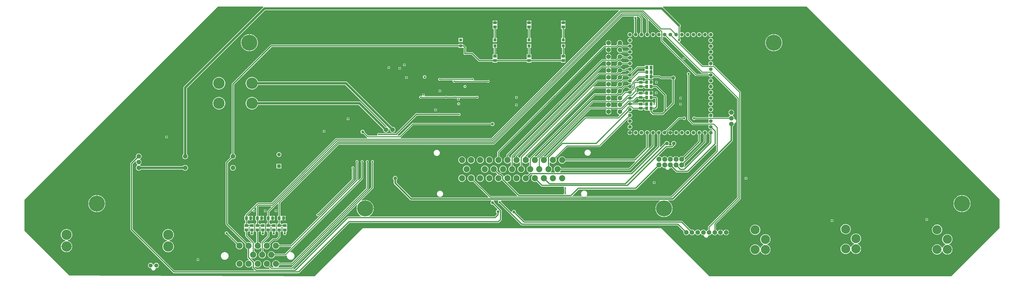
<source format=gbl>
G04*
G04 #@! TF.GenerationSoftware,Altium Limited,Altium Designer,18.0.11 (651)*
G04*
G04 Layer_Physical_Order=2*
G04 Layer_Color=16711680*
%FSLAX42Y42*%
%MOMM*%
G71*
G01*
G75*
%ADD11C,0.60*%
%ADD14C,0.40*%
%ADD18R,1.50X1.30*%
%ADD19R,1.30X1.50*%
%ADD51C,0.50*%
%ADD52C,1.00*%
%ADD53C,2.70*%
%ADD54C,1.60*%
%ADD55C,4.50*%
%ADD56C,4.00*%
%ADD57C,2.00*%
%ADD58C,1.80*%
%ADD59C,5.00*%
%ADD60C,2.20*%
%ADD61R,1.30X1.30*%
%ADD62R,1.60X1.60*%
%ADD63C,7.00*%
%ADD64C,0.70*%
%ADD65C,1.00*%
%ADD66C,1.27*%
%ADD67C,1.50*%
%ADD68C,0.70*%
G36*
X67031Y10732D02*
X67031Y9462D01*
X64910Y7341D01*
X54267Y7341D01*
X52146Y9461D01*
X39027D01*
X36906Y7341D01*
X26117Y7373D01*
X24143Y9347D01*
X24143Y10706D01*
X32652Y19215D01*
X34645D01*
X34654Y19190D01*
X34647Y19184D01*
X31161Y15699D01*
X31149Y15683D01*
X31142Y15664D01*
X31139Y15645D01*
Y12724D01*
X31126Y12713D01*
X31105Y12687D01*
X31093Y12657D01*
X31089Y12624D01*
X31093Y12591D01*
X31105Y12561D01*
X31126Y12534D01*
X31152Y12514D01*
X31182Y12502D01*
X31215Y12497D01*
X31248Y12502D01*
X31278Y12514D01*
X31304Y12534D01*
X31325Y12561D01*
X31337Y12591D01*
X31341Y12624D01*
X31337Y12657D01*
X31325Y12687D01*
X31304Y12713D01*
X31291Y12724D01*
Y15613D01*
X34732Y19055D01*
X50280D01*
X50289Y19031D01*
X44680Y13421D01*
X40706D01*
X40702Y13426D01*
X40698Y13455D01*
X41243Y14000D01*
X44653D01*
X44666Y13983D01*
X44685Y13969D01*
X44706Y13960D01*
X44729Y13957D01*
X44753Y13960D01*
X44774Y13969D01*
X44793Y13983D01*
X44807Y14001D01*
X44816Y14023D01*
X44819Y14046D01*
X44816Y14069D01*
X44807Y14091D01*
X44793Y14110D01*
X44774Y14124D01*
X44753Y14133D01*
X44729Y14136D01*
X44706Y14133D01*
X44685Y14124D01*
X44666Y14110D01*
X44653Y14092D01*
X41224D01*
X41224Y14092D01*
X41206Y14089D01*
X41191Y14079D01*
X41191Y14079D01*
X40646Y13534D01*
X40552D01*
X40552Y13534D01*
X40543Y13559D01*
X41396Y14412D01*
X41419Y14408D01*
X41443Y14413D01*
X41451Y14418D01*
X42327D01*
X42335Y14413D01*
X42359Y14408D01*
X42382Y14413D01*
X42391Y14418D01*
X43233D01*
X43241Y14413D01*
X43265Y14408D01*
X43288Y14413D01*
X43308Y14426D01*
X43321Y14446D01*
X43326Y14470D01*
X43321Y14493D01*
X43308Y14513D01*
X43288Y14526D01*
X43265Y14531D01*
X43241Y14526D01*
X43233Y14521D01*
X42391D01*
X42382Y14526D01*
X42359Y14531D01*
X42335Y14526D01*
X42327Y14521D01*
X41451D01*
X41443Y14526D01*
X41419Y14531D01*
X41395Y14526D01*
X41387Y14521D01*
X41381D01*
X41361Y14517D01*
X41345Y14506D01*
X40479Y13640D01*
X39757D01*
X39749Y13646D01*
X39726Y13651D01*
X39702Y13646D01*
X39682Y13633D01*
X39669Y13613D01*
X39664Y13589D01*
X39669Y13565D01*
X39673Y13559D01*
X39659Y13534D01*
X39262D01*
X39107Y13689D01*
X39108Y13703D01*
X39105Y13727D01*
X39096Y13748D01*
X39082Y13767D01*
X39064Y13781D01*
X39042Y13790D01*
X39019Y13793D01*
X38995Y13790D01*
X38974Y13781D01*
X38955Y13767D01*
X38941Y13748D01*
X38932Y13727D01*
X38929Y13703D01*
X38932Y13680D01*
X38941Y13658D01*
X38955Y13640D01*
X38974Y13626D01*
X38995Y13617D01*
X39019Y13614D01*
X39042Y13617D01*
X39046Y13619D01*
X39210Y13455D01*
X39210Y13455D01*
X39207Y13426D01*
X39203Y13421D01*
X37857D01*
X37857Y13421D01*
X37839Y13418D01*
X37824Y13408D01*
X37824Y13408D01*
X35004Y10587D01*
X34404D01*
X34404Y10587D01*
X34387Y10584D01*
X34372Y10574D01*
X33874Y10076D01*
X33864Y10061D01*
X33860Y10043D01*
X33860Y10043D01*
Y10000D01*
X33816D01*
Y9800D01*
X33860D01*
Y9665D01*
X33806D01*
Y9500D01*
X33806Y9484D01*
X33806Y9458D01*
Y9294D01*
X33860D01*
Y9121D01*
X33860Y9121D01*
X33864Y9103D01*
X33874Y9088D01*
X34147Y8815D01*
X34145Y8808D01*
X34118Y8801D01*
X34094Y8821D01*
X34066Y8836D01*
X34036Y8845D01*
X34004Y8848D01*
X33973Y8845D01*
X33943Y8836D01*
X33929Y8828D01*
X33097Y9660D01*
Y12327D01*
X33273Y12504D01*
X33279Y12502D01*
X33312Y12497D01*
X33345Y12502D01*
X33375Y12514D01*
X33402Y12534D01*
X33422Y12561D01*
X33434Y12591D01*
X33439Y12624D01*
X33434Y12657D01*
X33422Y12687D01*
X33402Y12713D01*
X33375Y12733D01*
X33363Y12738D01*
Y15778D01*
X35022Y17437D01*
X43242D01*
Y17398D01*
X43423D01*
Y17403D01*
X43448Y17414D01*
X43467Y17395D01*
Y17186D01*
X43461Y17178D01*
X43457Y17155D01*
X43461Y17131D01*
X43475Y17111D01*
X43495Y17098D01*
X43518Y17093D01*
X43542Y17098D01*
X43550Y17103D01*
X43810D01*
X44108Y16804D01*
X44125Y16793D01*
X44145Y16789D01*
X44735D01*
Y16750D01*
X44936D01*
Y16789D01*
X46238D01*
Y16750D01*
X46438D01*
Y16789D01*
X47740D01*
Y16750D01*
X47941D01*
Y16915D01*
X47941Y16931D01*
X47941Y16957D01*
Y17121D01*
X47887D01*
Y17398D01*
X47931D01*
Y17578D01*
X47751D01*
Y17398D01*
X47795D01*
Y17121D01*
X47740D01*
Y16957D01*
X47740Y16940D01*
X47740Y16917D01*
X47734Y16892D01*
X46456D01*
X46438Y16910D01*
X46438Y16931D01*
X46438Y16957D01*
Y17121D01*
X46384D01*
Y17398D01*
X46428D01*
Y17578D01*
X46248D01*
Y17398D01*
X46292D01*
Y17121D01*
X46238D01*
Y16957D01*
X46238Y16940D01*
X46238Y16917D01*
X46231Y16892D01*
X44954D01*
X44936Y16910D01*
X44936Y16931D01*
X44936Y16957D01*
Y17121D01*
X44882D01*
Y17398D01*
X44926D01*
Y17578D01*
X44745D01*
Y17398D01*
X44789D01*
Y17121D01*
X44735D01*
Y16957D01*
X44735Y16940D01*
X44735Y16917D01*
X44729Y16892D01*
X44166D01*
X43867Y17191D01*
X43850Y17202D01*
X43831Y17206D01*
X43569D01*
Y17391D01*
X43570Y17392D01*
X43574Y17412D01*
X43570Y17431D01*
X43559Y17448D01*
X43483Y17524D01*
X43466Y17535D01*
X43447Y17539D01*
X43423D01*
Y17578D01*
X43242D01*
Y17539D01*
X35001D01*
X34982Y17535D01*
X34965Y17524D01*
X33276Y15835D01*
X33265Y15818D01*
X33261Y15799D01*
Y12738D01*
X33249Y12733D01*
X33223Y12713D01*
X33203Y12687D01*
X33190Y12657D01*
X33186Y12624D01*
X33190Y12591D01*
X33197Y12573D01*
X33009Y12385D01*
X32998Y12368D01*
X32994Y12349D01*
Y9639D01*
X32998Y9620D01*
X33009Y9603D01*
X33858Y8754D01*
X33855Y8748D01*
X33846Y8718D01*
X33843Y8687D01*
X33846Y8655D01*
X33855Y8625D01*
X33870Y8597D01*
X33890Y8573D01*
X33915Y8553D01*
X33943Y8538D01*
X33947Y8537D01*
Y8166D01*
X33950Y8146D01*
X33962Y8130D01*
X34019Y8072D01*
X34008Y8048D01*
X34004Y8048D01*
X33973Y8045D01*
X33943Y8036D01*
X33915Y8021D01*
X33890Y8001D01*
X33870Y7976D01*
X33855Y7948D01*
X33846Y7918D01*
X33843Y7887D01*
X33846Y7855D01*
X33855Y7825D01*
X33870Y7797D01*
X33890Y7773D01*
X33915Y7753D01*
X33943Y7738D01*
X33973Y7729D01*
X34004Y7726D01*
X34036Y7729D01*
X34066Y7738D01*
X34094Y7753D01*
X34118Y7773D01*
X34136Y7794D01*
X34147Y7793D01*
X34161Y7786D01*
Y7723D01*
X34165Y7703D01*
X34176Y7687D01*
X34257Y7606D01*
X34247Y7582D01*
X30743D01*
X28906Y9419D01*
X28906Y12285D01*
X29024Y12403D01*
X29048Y12392D01*
X29047Y12382D01*
X29172D01*
X29297D01*
X29294Y12403D01*
X29281Y12433D01*
X29261Y12459D01*
X29235Y12479D01*
X29226Y12483D01*
Y12511D01*
X29235Y12514D01*
X29261Y12534D01*
X29281Y12561D01*
X29294Y12591D01*
X29298Y12624D01*
X29294Y12657D01*
X29281Y12687D01*
X29261Y12713D01*
X29235Y12733D01*
X29205Y12746D01*
X29172Y12750D01*
X29139Y12746D01*
X29109Y12733D01*
X29082Y12713D01*
X29062Y12687D01*
X29050Y12657D01*
X29045Y12624D01*
X29050Y12591D01*
X29055Y12579D01*
X28818Y12343D01*
X28807Y12326D01*
X28803Y12306D01*
X28803Y9398D01*
X28807Y9378D01*
X28818Y9362D01*
X30685Y7495D01*
X30702Y7484D01*
X30721Y7480D01*
X36208D01*
X36227Y7484D01*
X36244Y7495D01*
X38439Y9690D01*
X44983D01*
X45003Y9693D01*
X45020Y9705D01*
X45121Y9806D01*
X45132Y9822D01*
X45136Y9842D01*
Y10233D01*
X45132Y10252D01*
X45121Y10269D01*
X44818Y10572D01*
X44819Y10579D01*
X44816Y10602D01*
X44807Y10624D01*
X44793Y10643D01*
X44775Y10656D01*
X44775Y10658D01*
X44785Y10681D01*
X44981D01*
X44989Y10666D01*
X44991Y10656D01*
X44981Y10643D01*
X44973Y10624D01*
X44971Y10604D01*
X44973Y10585D01*
X44981Y10566D01*
X44993Y10551D01*
X45009Y10539D01*
X45027Y10531D01*
X45047Y10528D01*
X45050Y10529D01*
X45976Y9603D01*
X45992Y9592D01*
X46012Y9588D01*
X52865D01*
X53137Y9316D01*
X53132Y9304D01*
X53128Y9271D01*
X53132Y9238D01*
X53145Y9208D01*
X53165Y9182D01*
X53191Y9161D01*
X53222Y9149D01*
X53254Y9145D01*
X53287Y9149D01*
X53318Y9161D01*
X53344Y9182D01*
X53364Y9208D01*
X53366Y9212D01*
X53393D01*
X53395Y9208D01*
X53415Y9182D01*
X53441Y9161D01*
X53472Y9149D01*
X53504Y9145D01*
X53537Y9149D01*
X53568Y9161D01*
X53594Y9182D01*
X53614Y9208D01*
X53616Y9212D01*
X53643D01*
X53645Y9208D01*
X53665Y9182D01*
X53691Y9161D01*
X53722Y9149D01*
X53754Y9145D01*
X53787Y9149D01*
X53818Y9161D01*
X53844Y9182D01*
X53864Y9208D01*
X53866Y9212D01*
X53893D01*
X53895Y9208D01*
X53915Y9182D01*
X53941Y9161D01*
X53972Y9149D01*
X54004Y9145D01*
X54011Y9145D01*
X54035Y9123D01*
X54036Y9112D01*
X54046Y9089D01*
X54061Y9069D01*
X54081Y9054D01*
X54104Y9044D01*
X54129Y9041D01*
X54154Y9044D01*
X54178Y9054D01*
X54197Y9069D01*
X54213Y9089D01*
X54222Y9112D01*
X54224Y9123D01*
X54248Y9145D01*
X54254Y9145D01*
X54287Y9149D01*
X54318Y9161D01*
X54344Y9182D01*
X54364Y9208D01*
X54366Y9212D01*
X54393D01*
X54395Y9208D01*
X54415Y9182D01*
X54441Y9161D01*
X54472Y9149D01*
X54504Y9145D01*
X54537Y9149D01*
X54568Y9161D01*
X54594Y9182D01*
X54614Y9208D01*
X54616Y9212D01*
X54643D01*
X54645Y9208D01*
X54665Y9182D01*
X54691Y9161D01*
X54722Y9149D01*
X54742Y9146D01*
Y9271D01*
Y9396D01*
X54722Y9393D01*
X54691Y9381D01*
X54665Y9360D01*
X54645Y9334D01*
X54643Y9330D01*
X54616D01*
X54614Y9334D01*
X54594Y9360D01*
X54568Y9381D01*
X54551Y9388D01*
Y9642D01*
X55634Y10725D01*
X55634Y10725D01*
X55644Y10740D01*
X55647Y10757D01*
X55647Y10757D01*
Y11963D01*
X55647Y15205D01*
X55647Y15205D01*
X55647Y15207D01*
Y15443D01*
X55647Y15443D01*
X55643Y15461D01*
X55633Y15476D01*
X54490Y16619D01*
X54475Y16629D01*
X54458Y16632D01*
X54458Y16632D01*
X54434D01*
X54421Y16658D01*
X54423Y16660D01*
X54433Y16686D01*
X54437Y16713D01*
X54433Y16741D01*
X54423Y16766D01*
X54406Y16788D01*
X54384Y16805D01*
X54358Y16816D01*
X54331Y16820D01*
X54303Y16816D01*
X54277Y16805D01*
X54255Y16788D01*
X54239Y16766D01*
X54228Y16741D01*
X54224Y16713D01*
X54228Y16686D01*
X54239Y16660D01*
X54240Y16658D01*
X54228Y16632D01*
X53969D01*
X52956Y17645D01*
X52964Y17673D01*
X52972Y17676D01*
X52987Y17688D01*
X52999Y17704D01*
X53007Y17722D01*
X53010Y17742D01*
X53007Y17762D01*
X52999Y17780D01*
X52987Y17796D01*
X52980Y17801D01*
Y17880D01*
X53005Y17893D01*
X53007Y17891D01*
X53033Y17881D01*
X53061Y17877D01*
X53088Y17881D01*
X53114Y17891D01*
X53136Y17908D01*
X53153Y17930D01*
X53163Y17956D01*
X53167Y17983D01*
X53163Y18011D01*
X53153Y18036D01*
X53136Y18058D01*
X53114Y18075D01*
X53088Y18086D01*
X53061Y18090D01*
X53033Y18086D01*
X53007Y18075D01*
X53005Y18074D01*
X52980Y18086D01*
Y18317D01*
X52987Y18323D01*
X52999Y18339D01*
X53007Y18357D01*
X53010Y18377D01*
X53007Y18397D01*
X52999Y18415D01*
X52987Y18431D01*
X52234Y19184D01*
X52227Y19190D01*
X52235Y19215D01*
X58547D01*
X67031Y10732D01*
D02*
G37*
G36*
X51490Y18641D02*
Y18078D01*
X51483Y18075D01*
X51461Y18058D01*
X51445Y18036D01*
X51434Y18011D01*
X51430Y17983D01*
X51434Y17956D01*
X51445Y17930D01*
X51461Y17908D01*
X51483Y17891D01*
X51509Y17881D01*
X51537Y17877D01*
X51564Y17881D01*
X51590Y17891D01*
X51612Y17908D01*
X51629Y17930D01*
X51639Y17956D01*
X51643Y17983D01*
X51639Y18011D01*
X51629Y18036D01*
X51612Y18058D01*
X51590Y18075D01*
X51583Y18078D01*
Y18607D01*
X51606Y18617D01*
X52116Y18108D01*
X52114Y18095D01*
X52111Y18091D01*
X52087Y18080D01*
X52072Y18086D01*
X52045Y18090D01*
X52017Y18086D01*
X51991Y18075D01*
X51969Y18058D01*
X51953Y18036D01*
X51942Y18011D01*
X51938Y17983D01*
X51942Y17956D01*
X51953Y17930D01*
X51969Y17908D01*
X51991Y17891D01*
X52017Y17881D01*
X52045Y17877D01*
X52072Y17881D01*
X52098Y17891D01*
X52102Y17894D01*
X52127Y17881D01*
Y17715D01*
X52127Y17715D01*
X52130Y17697D01*
X52140Y17682D01*
X53650Y16172D01*
X53650Y16172D01*
X53665Y16162D01*
X53683Y16159D01*
X53683Y16159D01*
X54236D01*
X54239Y16152D01*
X54255Y16130D01*
X54277Y16113D01*
X54303Y16103D01*
X54331Y16099D01*
X54358Y16103D01*
X54384Y16113D01*
X54406Y16130D01*
X54423Y16152D01*
X54433Y16178D01*
X54433Y16178D01*
X54460Y16187D01*
X55489Y15158D01*
Y10813D01*
X54222Y9545D01*
X54212Y9530D01*
X54208Y9512D01*
X54208Y9512D01*
Y9388D01*
X54191Y9381D01*
X54165Y9360D01*
X54145Y9334D01*
X54143Y9330D01*
X54116D01*
X54114Y9334D01*
X54094Y9360D01*
X54068Y9381D01*
X54037Y9393D01*
X54004Y9397D01*
X53972Y9393D01*
X53941Y9381D01*
X53915Y9360D01*
X53895Y9334D01*
X53893Y9330D01*
X53866D01*
X53864Y9334D01*
X53844Y9360D01*
X53818Y9381D01*
X53787Y9393D01*
X53754Y9397D01*
X53722Y9393D01*
X53691Y9381D01*
X53665Y9360D01*
X53645Y9334D01*
X53643Y9330D01*
X53616D01*
X53614Y9334D01*
X53594Y9360D01*
X53568Y9381D01*
X53537Y9393D01*
X53504Y9397D01*
X53472Y9393D01*
X53460Y9388D01*
X53084Y9765D01*
X53067Y9776D01*
X53047Y9780D01*
X46135D01*
X45757Y10158D01*
X45759Y10173D01*
X45756Y10196D01*
X45747Y10218D01*
X45733Y10236D01*
X45714Y10250D01*
X45692Y10259D01*
X45669Y10262D01*
X45646Y10259D01*
X45624Y10250D01*
X45606Y10236D01*
X45592Y10218D01*
X45583Y10196D01*
X45580Y10180D01*
X45563Y10171D01*
X45554Y10170D01*
X45123Y10602D01*
X45123Y10604D01*
X45120Y10624D01*
X45113Y10643D01*
X45103Y10656D01*
X45105Y10666D01*
X45113Y10681D01*
X52087D01*
X52094Y10656D01*
X52052Y10630D01*
X52007Y10591D01*
X51969Y10546D01*
X51938Y10496D01*
X51915Y10441D01*
X51901Y10384D01*
X51898Y10338D01*
X52649D01*
X52645Y10384D01*
X52631Y10441D01*
X52609Y10496D01*
X52578Y10546D01*
X52539Y10591D01*
X52495Y10630D01*
X52452Y10656D01*
X52459Y10681D01*
X52653D01*
X52676Y10686D01*
X52696Y10699D01*
X55276Y13279D01*
X55289Y13299D01*
X55294Y13322D01*
Y13940D01*
X55296Y13941D01*
X55322Y13961D01*
X55342Y13987D01*
X55354Y14017D01*
X55359Y14050D01*
X55358Y14057D01*
X55380Y14084D01*
X55382Y14085D01*
X55404Y14094D01*
X55424Y14109D01*
X55438Y14128D01*
X55448Y14151D01*
X55451Y14175D01*
X55448Y14199D01*
X55438Y14222D01*
X55424Y14241D01*
X55404Y14256D01*
X55382Y14266D01*
X55380Y14266D01*
X55358Y14293D01*
X55359Y14300D01*
X55354Y14333D01*
X55342Y14363D01*
X55322Y14390D01*
X55296Y14410D01*
X55291Y14411D01*
Y14439D01*
X55296Y14441D01*
X55322Y14461D01*
X55342Y14487D01*
X55354Y14517D01*
X55357Y14538D01*
X55232D01*
X55107D01*
X55110Y14517D01*
X55123Y14487D01*
X55143Y14461D01*
X55169Y14441D01*
X55173Y14439D01*
Y14411D01*
X55169Y14410D01*
X55143Y14390D01*
X55123Y14363D01*
X55116Y14346D01*
X54434D01*
X54421Y14372D01*
X54423Y14374D01*
X54433Y14400D01*
X54437Y14427D01*
X54433Y14455D01*
X54423Y14480D01*
X54406Y14502D01*
X54384Y14519D01*
X54358Y14530D01*
X54331Y14534D01*
X54303Y14530D01*
X54277Y14519D01*
X54255Y14502D01*
X54239Y14480D01*
X54228Y14455D01*
X54224Y14427D01*
X54228Y14400D01*
X54239Y14374D01*
X54240Y14372D01*
X54228Y14346D01*
X53654D01*
X53648Y14354D01*
X53632Y14366D01*
X53614Y14374D01*
X53594Y14376D01*
X53574Y14374D01*
X53556Y14366D01*
X53540Y14354D01*
X53528Y14338D01*
X53521Y14320D01*
X53518Y14300D01*
X53521Y14281D01*
X53528Y14262D01*
X53540Y14246D01*
X53556Y14234D01*
X53574Y14227D01*
X53594Y14224D01*
X53614Y14227D01*
X53632Y14234D01*
X53648Y14246D01*
X53654Y14254D01*
X54228D01*
X54240Y14229D01*
X54239Y14226D01*
X54228Y14201D01*
X54224Y14173D01*
X54228Y14146D01*
X54239Y14120D01*
X54239Y14119D01*
X54226Y14094D01*
X53561D01*
X53399Y14256D01*
Y16196D01*
X53406Y16202D01*
X53419Y16218D01*
X53426Y16236D01*
X53429Y16256D01*
X53426Y16276D01*
X53419Y16294D01*
X53406Y16310D01*
X53391Y16322D01*
X53372Y16329D01*
X53353Y16332D01*
X53333Y16329D01*
X53315Y16322D01*
X53299Y16310D01*
X53287Y16294D01*
X53279Y16276D01*
X53277Y16256D01*
X53279Y16236D01*
X53287Y16218D01*
X53299Y16202D01*
X53306Y16196D01*
Y14237D01*
X53306Y14237D01*
X53310Y14219D01*
X53320Y14204D01*
X53510Y14013D01*
X53510Y14013D01*
X53525Y14003D01*
X53543Y14000D01*
X53551Y14002D01*
X54229D01*
X54241Y13976D01*
X54239Y13972D01*
X54228Y13947D01*
X54224Y13919D01*
X54228Y13892D01*
X54239Y13866D01*
X54255Y13844D01*
X54277Y13827D01*
X54303Y13817D01*
X54331Y13813D01*
X54358Y13817D01*
X54360Y13817D01*
X54401Y13776D01*
X54385Y13757D01*
X54384Y13757D01*
X54358Y13768D01*
X54331Y13772D01*
X54303Y13768D01*
X54277Y13757D01*
X54255Y13740D01*
X54239Y13718D01*
X54228Y13693D01*
X54224Y13665D01*
X54228Y13638D01*
X54239Y13612D01*
X54255Y13590D01*
X54277Y13573D01*
X54279Y13572D01*
Y13242D01*
X53174Y12137D01*
X53155Y12153D01*
X53171Y12175D01*
X53185Y12207D01*
X53189Y12243D01*
X53185Y12278D01*
X53178Y12295D01*
X54113Y13230D01*
X54124Y13247D01*
X54128Y13267D01*
Y13572D01*
X54130Y13573D01*
X54152Y13590D01*
X54169Y13612D01*
X54179Y13638D01*
X54183Y13665D01*
X54179Y13693D01*
X54169Y13718D01*
X54152Y13740D01*
X54130Y13757D01*
X54104Y13768D01*
X54077Y13772D01*
X54049Y13768D01*
X54023Y13757D01*
X54001Y13740D01*
X53985Y13718D01*
X53974Y13693D01*
X53970Y13665D01*
X53974Y13638D01*
X53985Y13612D01*
X54001Y13590D01*
X54023Y13573D01*
X54025Y13572D01*
Y13288D01*
X53213Y12475D01*
X53188Y12487D01*
X53189Y12493D01*
X53185Y12528D01*
X53178Y12545D01*
X53859Y13226D01*
X53870Y13243D01*
X53874Y13263D01*
Y13572D01*
X53876Y13573D01*
X53898Y13590D01*
X53915Y13612D01*
X53925Y13638D01*
X53929Y13665D01*
X53925Y13693D01*
X53915Y13718D01*
X53898Y13740D01*
X53876Y13757D01*
X53850Y13768D01*
X53823Y13772D01*
X53795Y13768D01*
X53769Y13757D01*
X53747Y13740D01*
X53731Y13718D01*
X53720Y13693D01*
X53716Y13665D01*
X53720Y13638D01*
X53731Y13612D01*
X53747Y13590D01*
X53769Y13573D01*
X53771Y13572D01*
Y13284D01*
X53105Y12618D01*
X53088Y12625D01*
X53053Y12629D01*
X53017Y12625D01*
X52984Y12611D01*
X52956Y12589D01*
X52943Y12572D01*
X52942Y12572D01*
X52914D01*
X52912Y12572D01*
X52899Y12589D01*
X52871Y12611D01*
X52838Y12625D01*
X52815Y12628D01*
Y12493D01*
X52790D01*
Y12628D01*
X52767Y12625D01*
X52734Y12611D01*
X52706Y12589D01*
X52693Y12572D01*
X52692Y12572D01*
X52664D01*
X52662Y12572D01*
X52649Y12589D01*
X52621Y12611D01*
X52588Y12625D01*
X52553Y12629D01*
X52517Y12625D01*
X52484Y12611D01*
X52456Y12589D01*
X52443Y12572D01*
X52442Y12572D01*
X52414D01*
X52412Y12572D01*
X52399Y12589D01*
X52371Y12611D01*
X52338Y12625D01*
X52303Y12629D01*
X52267Y12625D01*
X52234Y12611D01*
X52206Y12589D01*
X52193Y12572D01*
X52192Y12572D01*
X52164D01*
X52162Y12572D01*
X52149Y12589D01*
X52121Y12611D01*
X52088Y12625D01*
X52057Y12629D01*
X52050Y12640D01*
X52046Y12654D01*
X52383Y12992D01*
X52616D01*
X52636Y12995D01*
X52652Y13007D01*
X52736Y13091D01*
X52740Y13096D01*
X52753Y13101D01*
X52775Y13118D01*
X52792Y13140D01*
X52803Y13166D01*
X52806Y13193D01*
X52803Y13221D01*
X52792Y13246D01*
X52775Y13268D01*
X52753Y13285D01*
X52728Y13296D01*
X52700Y13300D01*
X52673Y13296D01*
X52647Y13285D01*
X52625Y13268D01*
X52608Y13246D01*
X52597Y13221D01*
X52594Y13193D01*
X52597Y13166D01*
X52608Y13140D01*
X52622Y13122D01*
X52595Y13094D01*
X52486D01*
X52478Y13112D01*
X52477Y13120D01*
X52492Y13140D01*
X52503Y13166D01*
X52506Y13193D01*
X52503Y13221D01*
X52492Y13246D01*
X52475Y13268D01*
X52453Y13285D01*
X52428Y13296D01*
X52400Y13300D01*
X52373Y13296D01*
X52347Y13285D01*
X52325Y13268D01*
X52308Y13246D01*
X52297Y13221D01*
X52297Y13215D01*
X52118Y13037D01*
X52095Y13049D01*
X52096Y13056D01*
Y13572D01*
X52098Y13573D01*
X52120Y13590D01*
X52137Y13612D01*
X52147Y13638D01*
X52151Y13665D01*
X52147Y13693D01*
X52137Y13718D01*
X52120Y13740D01*
X52098Y13757D01*
X52072Y13768D01*
X52045Y13772D01*
X52017Y13768D01*
X51991Y13757D01*
X51969Y13740D01*
X51953Y13718D01*
X51942Y13693D01*
X51938Y13665D01*
X51942Y13638D01*
X51953Y13612D01*
X51969Y13590D01*
X51991Y13573D01*
X51993Y13572D01*
Y13077D01*
X50830Y11913D01*
X48152D01*
X47705D01*
X47696Y11939D01*
X47704Y11945D01*
X47724Y11969D01*
X47739Y11997D01*
X47742Y12007D01*
X50755D01*
X50775Y12011D01*
X50792Y12022D01*
X51827Y13057D01*
X51838Y13074D01*
X51842Y13094D01*
Y13572D01*
X51844Y13573D01*
X51866Y13590D01*
X51883Y13612D01*
X51893Y13638D01*
X51897Y13665D01*
X51893Y13693D01*
X51883Y13718D01*
X51866Y13740D01*
X51844Y13757D01*
X51818Y13768D01*
X51791Y13772D01*
X51763Y13768D01*
X51737Y13757D01*
X51715Y13740D01*
X51699Y13718D01*
X51688Y13693D01*
X51684Y13665D01*
X51688Y13638D01*
X51699Y13612D01*
X51715Y13590D01*
X51737Y13573D01*
X51739Y13572D01*
Y13115D01*
X51610Y12986D01*
X51587Y12998D01*
X51588Y13005D01*
Y13572D01*
X51590Y13573D01*
X51612Y13590D01*
X51629Y13612D01*
X51639Y13638D01*
X51643Y13665D01*
X51639Y13693D01*
X51629Y13718D01*
X51612Y13740D01*
X51590Y13757D01*
X51564Y13768D01*
X51537Y13772D01*
X51509Y13768D01*
X51483Y13757D01*
X51461Y13740D01*
X51445Y13718D01*
X51434Y13693D01*
X51430Y13665D01*
X51434Y13638D01*
X51445Y13612D01*
X51461Y13590D01*
X51483Y13573D01*
X51485Y13572D01*
Y13026D01*
X50969Y12510D01*
X47942D01*
X47939Y12520D01*
X47924Y12548D01*
X47904Y12573D01*
X47879Y12593D01*
X47851Y12608D01*
X47821Y12617D01*
X47790Y12620D01*
X47758Y12617D01*
X47728Y12608D01*
X47700Y12593D01*
X47676Y12573D01*
X47656Y12548D01*
X47641Y12520D01*
X47632Y12490D01*
X47628Y12459D01*
X47632Y12427D01*
X47641Y12397D01*
X47656Y12369D01*
X47676Y12345D01*
X47700Y12325D01*
X47728Y12310D01*
X47758Y12301D01*
X47790Y12297D01*
X47821Y12301D01*
X47851Y12310D01*
X47879Y12325D01*
X47904Y12345D01*
X47924Y12369D01*
X47939Y12397D01*
X47942Y12407D01*
X50990D01*
X50997Y12408D01*
X51009Y12385D01*
X50734Y12110D01*
X47742D01*
X47739Y12120D01*
X47724Y12148D01*
X47704Y12173D01*
X47679Y12193D01*
X47651Y12208D01*
X47621Y12217D01*
X47590Y12220D01*
X47558Y12217D01*
X47528Y12208D01*
X47500Y12193D01*
X47476Y12173D01*
X47456Y12148D01*
X47441Y12120D01*
X47432Y12090D01*
X47428Y12059D01*
X47432Y12027D01*
X47441Y11997D01*
X47456Y11969D01*
X47476Y11945D01*
X47483Y11939D01*
X47474Y11913D01*
X47305D01*
X47296Y11939D01*
X47304Y11945D01*
X47324Y11969D01*
X47339Y11997D01*
X47348Y12027D01*
X47351Y12059D01*
X47348Y12090D01*
X47339Y12120D01*
X47324Y12148D01*
X47304Y12173D01*
X47279Y12193D01*
X47251Y12208D01*
X47241Y12211D01*
Y12347D01*
X47266Y12356D01*
X47276Y12345D01*
X47300Y12325D01*
X47328Y12310D01*
X47358Y12301D01*
X47390Y12297D01*
X47421Y12301D01*
X47451Y12310D01*
X47479Y12325D01*
X47504Y12345D01*
X47524Y12369D01*
X47539Y12397D01*
X47548Y12427D01*
X47551Y12459D01*
X47548Y12490D01*
X47539Y12520D01*
X47529Y12538D01*
X48025Y13035D01*
X49428D01*
X49428Y13035D01*
X49446Y13038D01*
X49461Y13048D01*
X50740Y14327D01*
X50747Y14325D01*
X50775Y14321D01*
X50802Y14325D01*
X50828Y14335D01*
X50850Y14352D01*
X50867Y14374D01*
X50877Y14400D01*
X50881Y14427D01*
X50877Y14455D01*
X50867Y14480D01*
X50850Y14502D01*
X50828Y14519D01*
X50802Y14530D01*
X50775Y14534D01*
X50747Y14530D01*
X50721Y14519D01*
X50721Y14519D01*
X50704Y14538D01*
X50745Y14579D01*
X50747Y14579D01*
X50775Y14575D01*
X50802Y14579D01*
X50828Y14589D01*
X50850Y14606D01*
X50867Y14628D01*
X50877Y14654D01*
X50880Y14674D01*
X50880Y14674D01*
X50897Y14689D01*
X50905Y14693D01*
X50908Y14692D01*
X50908Y14692D01*
X51144D01*
Y14648D01*
X51345D01*
Y14692D01*
X51421D01*
Y14638D01*
X51585D01*
X51602Y14638D01*
X51624Y14638D01*
X51650Y14632D01*
Y14593D01*
X51654Y14573D01*
X51665Y14556D01*
X51766Y14455D01*
X51783Y14444D01*
X51803Y14440D01*
X52210D01*
X52230Y14444D01*
X52247Y14455D01*
X52360Y14569D01*
X52360Y14569D01*
X52718Y14926D01*
X52729Y14943D01*
X52733Y14962D01*
Y15989D01*
X52753Y16005D01*
X52769Y16026D01*
X52779Y16050D01*
X52782Y16077D01*
X52779Y16103D01*
X52769Y16127D01*
X52753Y16148D01*
X52732Y16164D01*
X52707Y16174D01*
X52681Y16178D01*
X52655Y16174D01*
X52631Y16164D01*
X52610Y16148D01*
X52594Y16128D01*
X52156D01*
X52119Y16165D01*
X52102Y16176D01*
X52083Y16180D01*
X51798D01*
Y16229D01*
X51798D01*
Y16232D01*
X51798D01*
Y16433D01*
X51798D01*
Y16435D01*
X51798D01*
Y16636D01*
X51634D01*
X51617Y16636D01*
X51592Y16636D01*
X51427D01*
Y16582D01*
X51105D01*
X51105Y16582D01*
X51087Y16578D01*
X51072Y16568D01*
X51072Y16568D01*
X50809Y16305D01*
X50802Y16308D01*
X50775Y16312D01*
X50747Y16308D01*
X50721Y16297D01*
X50699Y16280D01*
X50683Y16258D01*
X50680Y16251D01*
X50434D01*
X50434Y16251D01*
X50417Y16248D01*
X50402Y16238D01*
X50402Y16238D01*
X50380Y16216D01*
X50363Y16223D01*
X50330Y16228D01*
X50297Y16223D01*
X50267Y16211D01*
X50241Y16190D01*
X50221Y16164D01*
X50208Y16134D01*
X50204Y16101D01*
X50208Y16068D01*
X50215Y16051D01*
X50161Y15997D01*
X49941D01*
X49928Y16023D01*
X49940Y16038D01*
X49952Y16068D01*
X49955Y16088D01*
X49705D01*
X49708Y16068D01*
X49721Y16038D01*
X49732Y16023D01*
X49719Y15997D01*
X49352D01*
X49352Y15997D01*
X49334Y15994D01*
X49319Y15984D01*
X49319Y15984D01*
X45957Y12621D01*
X45947Y12606D01*
X45943Y12589D01*
X45943Y12589D01*
Y12564D01*
X45918Y12555D01*
X45904Y12573D01*
X45879Y12593D01*
X45854Y12606D01*
X45850Y12617D01*
X45848Y12635D01*
X49422Y16210D01*
X49727D01*
X49736Y16184D01*
X49721Y16164D01*
X49708Y16134D01*
X49705Y16114D01*
X49955D01*
X49952Y16134D01*
X49940Y16164D01*
X49924Y16184D01*
X49933Y16210D01*
X50182D01*
X50182Y16210D01*
X50200Y16213D01*
X50215Y16223D01*
X50280Y16289D01*
X50297Y16282D01*
X50330Y16278D01*
X50363Y16282D01*
X50393Y16295D01*
X50420Y16315D01*
X50440Y16341D01*
X50447Y16358D01*
X50567D01*
X50567Y16358D01*
X50585Y16361D01*
X50600Y16371D01*
X50641Y16413D01*
X50680D01*
X50683Y16406D01*
X50699Y16384D01*
X50721Y16367D01*
X50747Y16357D01*
X50775Y16353D01*
X50802Y16357D01*
X50828Y16367D01*
X50850Y16384D01*
X50867Y16406D01*
X50877Y16432D01*
X50881Y16459D01*
X50877Y16487D01*
X50867Y16512D01*
X50850Y16534D01*
X50828Y16551D01*
X50802Y16562D01*
X50775Y16566D01*
X50747Y16562D01*
X50721Y16551D01*
X50699Y16534D01*
X50683Y16512D01*
X50680Y16505D01*
X50622D01*
X50622Y16505D01*
X50604Y16502D01*
X50589Y16492D01*
X50589Y16492D01*
X50548Y16450D01*
X50447D01*
X50440Y16467D01*
X50420Y16494D01*
X50393Y16514D01*
X50363Y16526D01*
X50330Y16531D01*
X50297Y16526D01*
X50267Y16514D01*
X50241Y16494D01*
X50221Y16467D01*
X50208Y16437D01*
X50204Y16404D01*
X50208Y16371D01*
X50215Y16354D01*
X50163Y16302D01*
X49942D01*
X49929Y16328D01*
X49940Y16341D01*
X49952Y16371D01*
X49955Y16391D01*
X49705D01*
X49708Y16371D01*
X49721Y16341D01*
X49731Y16328D01*
X49718Y16302D01*
X49403D01*
X49403Y16302D01*
X49385Y16299D01*
X49370Y16289D01*
X45757Y12675D01*
X45747Y12660D01*
X45743Y12643D01*
X45743Y12643D01*
Y12612D01*
X45728Y12608D01*
X45700Y12593D01*
X45676Y12573D01*
X45661Y12555D01*
X45636Y12564D01*
Y12614D01*
X49536Y16515D01*
X49726D01*
X49733Y16505D01*
X49737Y16489D01*
X49721Y16467D01*
X49708Y16437D01*
X49705Y16417D01*
X49955D01*
X49952Y16437D01*
X49940Y16467D01*
X49923Y16489D01*
X49928Y16505D01*
X49934Y16515D01*
X50184D01*
X50184Y16515D01*
X50201Y16518D01*
X50216Y16528D01*
X50280Y16592D01*
X50297Y16585D01*
X50330Y16581D01*
X50363Y16585D01*
X50393Y16598D01*
X50420Y16618D01*
X50440Y16644D01*
X50447Y16661D01*
X50682D01*
X50683Y16660D01*
X50699Y16638D01*
X50721Y16621D01*
X50747Y16611D01*
X50775Y16607D01*
X50802Y16611D01*
X50828Y16621D01*
X50850Y16638D01*
X50867Y16660D01*
X50877Y16686D01*
X50881Y16713D01*
X50877Y16741D01*
X50867Y16766D01*
X50850Y16788D01*
X50828Y16805D01*
X50802Y16816D01*
X50775Y16820D01*
X50747Y16816D01*
X50721Y16805D01*
X50699Y16788D01*
X50683Y16766D01*
X50677Y16754D01*
X50447D01*
X50440Y16771D01*
X50420Y16797D01*
X50393Y16817D01*
X50363Y16829D01*
X50330Y16834D01*
X50297Y16829D01*
X50267Y16817D01*
X50241Y16797D01*
X50221Y16771D01*
X50208Y16740D01*
X50204Y16707D01*
X50208Y16675D01*
X50215Y16658D01*
X50164Y16607D01*
X49943D01*
X49931Y16632D01*
X49940Y16644D01*
X49952Y16675D01*
X49955Y16695D01*
X49705D01*
X49708Y16675D01*
X49721Y16644D01*
X49729Y16632D01*
X49717Y16607D01*
X49517D01*
X49517Y16607D01*
X49500Y16604D01*
X49485Y16594D01*
X49485Y16594D01*
X45557Y12666D01*
X45547Y12651D01*
X45543Y12633D01*
X45543Y12633D01*
Y12564D01*
X45518Y12555D01*
X45504Y12573D01*
X45479Y12593D01*
X45451Y12608D01*
X45436Y12612D01*
Y12668D01*
X49575Y16807D01*
X49716D01*
X49729Y16781D01*
X49721Y16771D01*
X49708Y16740D01*
X49705Y16720D01*
X49955D01*
X49952Y16740D01*
X49940Y16771D01*
X49931Y16781D01*
X49944Y16807D01*
X50173D01*
X50173Y16807D01*
X50190Y16810D01*
X50205Y16820D01*
X50280Y16895D01*
X50297Y16888D01*
X50330Y16884D01*
X50363Y16888D01*
X50393Y16901D01*
X50420Y16921D01*
X50440Y16947D01*
X50447Y16964D01*
X50471D01*
X50501Y16934D01*
X50501Y16934D01*
X50516Y16924D01*
X50533Y16921D01*
X50533Y16921D01*
X50680D01*
X50683Y16914D01*
X50699Y16892D01*
X50721Y16875D01*
X50747Y16865D01*
X50775Y16861D01*
X50802Y16865D01*
X50828Y16875D01*
X50850Y16892D01*
X50867Y16914D01*
X50877Y16940D01*
X50881Y16967D01*
X50877Y16995D01*
X50867Y17020D01*
X50850Y17042D01*
X50828Y17059D01*
X50802Y17070D01*
X50775Y17074D01*
X50747Y17070D01*
X50721Y17059D01*
X50699Y17042D01*
X50683Y17020D01*
X50680Y17013D01*
X50552D01*
X50523Y17043D01*
X50508Y17053D01*
X50490Y17057D01*
X50490Y17057D01*
X50447D01*
X50440Y17074D01*
X50420Y17100D01*
X50393Y17120D01*
X50363Y17133D01*
X50330Y17137D01*
X50297Y17133D01*
X50267Y17120D01*
X50241Y17100D01*
X50221Y17074D01*
X50208Y17043D01*
X50204Y17010D01*
X50208Y16978D01*
X50215Y16961D01*
X50153Y16899D01*
X49933D01*
X49926Y16911D01*
X49922Y16925D01*
X49940Y16947D01*
X49952Y16978D01*
X49955Y16998D01*
X49705D01*
X49708Y16978D01*
X49721Y16947D01*
X49738Y16925D01*
X49734Y16911D01*
X49727Y16899D01*
X49555D01*
X49538Y16896D01*
X49523Y16886D01*
X49523Y16886D01*
X45357Y12720D01*
X45347Y12705D01*
X45343Y12687D01*
X45343Y12687D01*
Y12612D01*
X45328Y12608D01*
X45300Y12593D01*
X45276Y12573D01*
X45256Y12548D01*
X45241Y12520D01*
X45232Y12490D01*
X45228Y12459D01*
X45232Y12427D01*
X45241Y12397D01*
X45256Y12369D01*
X45276Y12345D01*
X45300Y12325D01*
X45328Y12310D01*
X45358Y12301D01*
X45390Y12297D01*
X45421Y12301D01*
X45451Y12310D01*
X45479Y12325D01*
X45504Y12345D01*
X45518Y12362D01*
X45543Y12353D01*
Y12212D01*
X45528Y12208D01*
X45500Y12193D01*
X45476Y12173D01*
X45456Y12148D01*
X45441Y12120D01*
X45432Y12090D01*
X45428Y12059D01*
X45432Y12027D01*
X45441Y11997D01*
X45456Y11969D01*
X45476Y11945D01*
X45500Y11925D01*
X45528Y11910D01*
X45558Y11901D01*
X45590Y11897D01*
X45621Y11901D01*
X45651Y11910D01*
X45679Y11925D01*
X45704Y11945D01*
X45724Y11969D01*
X45739Y11997D01*
X45748Y12027D01*
X45751Y12059D01*
X45748Y12090D01*
X45739Y12120D01*
X45724Y12148D01*
X45704Y12173D01*
X45679Y12193D01*
X45651Y12208D01*
X45636Y12212D01*
Y12353D01*
X45661Y12362D01*
X45676Y12345D01*
X45700Y12325D01*
X45728Y12310D01*
X45758Y12301D01*
X45790Y12297D01*
X45821Y12301D01*
X45851Y12310D01*
X45879Y12325D01*
X45904Y12345D01*
X45918Y12362D01*
X45943Y12353D01*
Y12212D01*
X45928Y12208D01*
X45900Y12193D01*
X45876Y12173D01*
X45856Y12148D01*
X45841Y12120D01*
X45832Y12090D01*
X45828Y12059D01*
X45832Y12027D01*
X45841Y11997D01*
X45856Y11969D01*
X45876Y11945D01*
X45900Y11925D01*
X45928Y11910D01*
X45958Y11901D01*
X45990Y11897D01*
X46021Y11901D01*
X46051Y11910D01*
X46079Y11925D01*
X46104Y11945D01*
X46124Y11969D01*
X46139Y11997D01*
X46148Y12027D01*
X46151Y12059D01*
X46148Y12090D01*
X46139Y12120D01*
X46124Y12148D01*
X46104Y12173D01*
X46079Y12193D01*
X46051Y12208D01*
X46036Y12212D01*
Y12353D01*
X46061Y12362D01*
X46076Y12345D01*
X46100Y12325D01*
X46128Y12310D01*
X46158Y12301D01*
X46190Y12297D01*
X46221Y12301D01*
X46251Y12310D01*
X46279Y12325D01*
X46304Y12345D01*
X46318Y12362D01*
X46343Y12353D01*
Y12212D01*
X46328Y12208D01*
X46300Y12193D01*
X46276Y12173D01*
X46256Y12148D01*
X46241Y12120D01*
X46232Y12090D01*
X46228Y12059D01*
X46232Y12027D01*
X46241Y11997D01*
X46256Y11969D01*
X46276Y11945D01*
X46300Y11925D01*
X46328Y11910D01*
X46331Y11909D01*
X46338Y11880D01*
X46261Y11802D01*
X46251Y11808D01*
X46221Y11817D01*
X46190Y11820D01*
X46158Y11817D01*
X46128Y11808D01*
X46100Y11793D01*
X46076Y11773D01*
X46056Y11748D01*
X46041Y11720D01*
X46032Y11690D01*
X46028Y11659D01*
X46032Y11627D01*
X46041Y11597D01*
X46056Y11569D01*
X46076Y11545D01*
X46100Y11525D01*
X46128Y11510D01*
X46158Y11501D01*
X46190Y11497D01*
X46221Y11501D01*
X46251Y11510D01*
X46279Y11525D01*
X46304Y11545D01*
X46324Y11569D01*
X46339Y11597D01*
X46348Y11627D01*
X46351Y11659D01*
X46348Y11690D01*
X46339Y11720D01*
X46333Y11730D01*
X46414Y11810D01*
X46482D01*
X46491Y11785D01*
X46476Y11773D01*
X46456Y11748D01*
X46441Y11720D01*
X46432Y11690D01*
X46428Y11659D01*
X46432Y11627D01*
X46441Y11597D01*
X46456Y11569D01*
X46476Y11545D01*
X46500Y11525D01*
X46528Y11510D01*
X46558Y11501D01*
X46590Y11497D01*
X46621Y11501D01*
X46651Y11510D01*
X46661Y11515D01*
X46871Y11305D01*
X46887Y11294D01*
X46907Y11290D01*
X47871D01*
X47875Y11285D01*
X47882Y11264D01*
X47873Y11250D01*
X47868Y11227D01*
X47873Y11203D01*
X47884Y11187D01*
Y11025D01*
X47873Y11009D01*
X47868Y10986D01*
X47871Y10973D01*
X47854Y10948D01*
X45911D01*
X45384Y11475D01*
X45396Y11498D01*
X45421Y11501D01*
X45451Y11510D01*
X45479Y11525D01*
X45504Y11545D01*
X45524Y11569D01*
X45539Y11597D01*
X45548Y11627D01*
X45551Y11659D01*
X45548Y11690D01*
X45539Y11720D01*
X45524Y11748D01*
X45504Y11773D01*
X45479Y11793D01*
X45451Y11808D01*
X45421Y11817D01*
X45390Y11820D01*
X45358Y11817D01*
X45328Y11808D01*
X45300Y11793D01*
X45276Y11773D01*
X45256Y11748D01*
X45251Y11740D01*
X45225Y11744D01*
X45222Y11755D01*
X45211Y11772D01*
X45103Y11880D01*
X45086Y11891D01*
X45066Y11895D01*
X45025D01*
X44933Y11987D01*
X44939Y11997D01*
X44948Y12027D01*
X44951Y12059D01*
X44948Y12090D01*
X44939Y12120D01*
X44924Y12148D01*
X44904Y12173D01*
X44879Y12193D01*
X44851Y12208D01*
X44821Y12217D01*
X44790Y12220D01*
X44758Y12217D01*
X44728Y12208D01*
X44700Y12193D01*
X44676Y12173D01*
X44656Y12148D01*
X44641Y12120D01*
X44632Y12090D01*
X44628Y12059D01*
X44632Y12027D01*
X44641Y11997D01*
X44656Y11969D01*
X44676Y11945D01*
X44700Y11925D01*
X44728Y11910D01*
X44758Y11901D01*
X44790Y11897D01*
X44821Y11901D01*
X44851Y11910D01*
X44861Y11915D01*
X44938Y11837D01*
X44931Y11808D01*
X44928Y11808D01*
X44900Y11793D01*
X44876Y11773D01*
X44856Y11748D01*
X44841Y11720D01*
X44832Y11690D01*
X44828Y11659D01*
X44832Y11627D01*
X44841Y11597D01*
X44856Y11569D01*
X44876Y11545D01*
X44900Y11525D01*
X44928Y11510D01*
X44958Y11501D01*
X44990Y11497D01*
X45021Y11501D01*
X45051Y11510D01*
X45079Y11525D01*
X45104Y11545D01*
X45117Y11561D01*
X45120Y11563D01*
X45142Y11565D01*
X45150Y11564D01*
X45818Y10895D01*
X45809Y10872D01*
X44642D01*
X43931Y11583D01*
X43939Y11597D01*
X43948Y11627D01*
X43951Y11659D01*
X43948Y11690D01*
X43939Y11720D01*
X43924Y11748D01*
X43904Y11773D01*
X43879Y11793D01*
X43851Y11808D01*
X43821Y11817D01*
X43790Y11820D01*
X43758Y11817D01*
X43728Y11808D01*
X43700Y11793D01*
X43676Y11773D01*
X43656Y11748D01*
X43641Y11720D01*
X43632Y11690D01*
X43628Y11659D01*
X43632Y11627D01*
X43641Y11597D01*
X43656Y11569D01*
X43676Y11545D01*
X43700Y11525D01*
X43728Y11510D01*
X43758Y11501D01*
X43790Y11497D01*
X43821Y11501D01*
X43851Y11510D01*
X43865Y11517D01*
X44555Y10828D01*
X44545Y10804D01*
X41175D01*
X40511Y11468D01*
Y11579D01*
X40521Y11587D01*
X40537Y11608D01*
X40547Y11632D01*
X40551Y11659D01*
X40547Y11685D01*
X40537Y11709D01*
X40521Y11730D01*
X40500Y11746D01*
X40476Y11756D01*
X40449Y11760D01*
X40423Y11756D01*
X40399Y11746D01*
X40378Y11730D01*
X40362Y11709D01*
X40352Y11685D01*
X40348Y11659D01*
X40352Y11632D01*
X40362Y11608D01*
X40378Y11587D01*
X40388Y11579D01*
Y11443D01*
X40393Y11419D01*
X40406Y11399D01*
X41106Y10699D01*
X41126Y10686D01*
X41149Y10681D01*
X44673D01*
X44684Y10658D01*
X44683Y10656D01*
X44666Y10643D01*
X44652Y10624D01*
X44643Y10602D01*
X44640Y10579D01*
X44643Y10556D01*
X44652Y10534D01*
X44666Y10516D01*
X44685Y10501D01*
X44706Y10492D01*
X44729Y10489D01*
X44752Y10492D01*
X44949Y10295D01*
X44940Y10269D01*
X44926Y10263D01*
X44907Y10249D01*
X44893Y10230D01*
X44884Y10209D01*
X44881Y10185D01*
X44884Y10162D01*
X44893Y10141D01*
X44907Y10122D01*
X44919Y10113D01*
Y10067D01*
X44822Y9970D01*
X39316D01*
X39309Y9995D01*
X39350Y10020D01*
X39395Y10059D01*
X39433Y10104D01*
X39464Y10154D01*
X39487Y10209D01*
X39501Y10266D01*
X39504Y10312D01*
X38753D01*
X38757Y10266D01*
X38771Y10209D01*
X38793Y10154D01*
X38824Y10104D01*
X38862Y10059D01*
X38907Y10020D01*
X38948Y9995D01*
X38941Y9970D01*
X38367D01*
X38347Y9966D01*
X38330Y9955D01*
X36034Y7659D01*
X35967D01*
X35956Y7684D01*
X38764Y10492D01*
X38785Y10477D01*
X38771Y10441D01*
X38757Y10384D01*
X38753Y10338D01*
X39116D01*
Y10701D01*
X39070Y10697D01*
X39012Y10683D01*
X38976Y10668D01*
X38962Y10690D01*
X39481Y11209D01*
X39481Y11209D01*
X39492Y11224D01*
X39495Y11242D01*
Y12356D01*
X39506Y12372D01*
X39510Y12395D01*
X39506Y12419D01*
X39492Y12439D01*
X39472Y12452D01*
X39449Y12457D01*
X39425Y12452D01*
X39405Y12439D01*
X39392Y12419D01*
X39387Y12395D01*
X39392Y12372D01*
X39402Y12356D01*
Y11261D01*
X35884Y7742D01*
X35321D01*
X35312Y7768D01*
X35318Y7773D01*
X35338Y7797D01*
X35353Y7825D01*
X35358Y7840D01*
X35903D01*
X35903Y7840D01*
X35921Y7844D01*
X35936Y7854D01*
X39255Y11174D01*
X39255Y11174D01*
X39265Y11189D01*
X39269Y11206D01*
Y12356D01*
X39280Y12372D01*
X39284Y12395D01*
X39280Y12419D01*
X39266Y12439D01*
X39246Y12452D01*
X39223Y12457D01*
X39199Y12452D01*
X39179Y12439D01*
X39166Y12419D01*
X39161Y12395D01*
X39166Y12372D01*
X39176Y12356D01*
Y11226D01*
X35884Y7933D01*
X35358D01*
X35353Y7948D01*
X35338Y7976D01*
X35318Y8001D01*
X35294Y8021D01*
X35266Y8036D01*
X35236Y8045D01*
X35204Y8048D01*
X35173Y8045D01*
X35143Y8036D01*
X35115Y8021D01*
X35090Y8001D01*
X35070Y7976D01*
X35055Y7948D01*
X35046Y7918D01*
X35043Y7887D01*
X35046Y7855D01*
X35055Y7825D01*
X35070Y7797D01*
X35090Y7773D01*
X35096Y7768D01*
X35087Y7742D01*
X35008D01*
X34943Y7807D01*
X34953Y7825D01*
X34962Y7855D01*
X34965Y7887D01*
X34962Y7918D01*
X34953Y7948D01*
X34938Y7976D01*
X34918Y8001D01*
X34894Y8021D01*
X34866Y8036D01*
X34836Y8045D01*
X34804Y8048D01*
X34773Y8045D01*
X34743Y8036D01*
X34715Y8021D01*
X34690Y8001D01*
X34670Y7976D01*
X34655Y7948D01*
X34646Y7918D01*
X34643Y7887D01*
X34646Y7855D01*
X34655Y7825D01*
X34670Y7797D01*
X34690Y7773D01*
X34715Y7753D01*
X34743Y7738D01*
X34773Y7729D01*
X34804Y7726D01*
X34836Y7729D01*
X34866Y7738D01*
X34876Y7743D01*
X34935Y7684D01*
X34925Y7659D01*
X34349D01*
X34267Y7741D01*
X34269Y7760D01*
X34277Y7765D01*
X34293Y7770D01*
X34315Y7753D01*
X34343Y7738D01*
X34373Y7729D01*
X34404Y7726D01*
X34436Y7729D01*
X34466Y7738D01*
X34494Y7753D01*
X34518Y7773D01*
X34538Y7797D01*
X34553Y7825D01*
X34562Y7855D01*
X34565Y7887D01*
X34562Y7918D01*
X34553Y7948D01*
X34538Y7976D01*
X34518Y8001D01*
X34494Y8021D01*
X34466Y8036D01*
X34436Y8045D01*
X34404Y8048D01*
X34373Y8045D01*
X34343Y8036D01*
X34315Y8021D01*
X34290Y8001D01*
X34280Y7988D01*
X34250Y7987D01*
X34249Y7988D01*
X34111Y8126D01*
X34126Y8147D01*
X34143Y8138D01*
X34173Y8129D01*
X34204Y8126D01*
X34236Y8129D01*
X34266Y8138D01*
X34294Y8153D01*
X34318Y8173D01*
X34338Y8197D01*
X34353Y8225D01*
X34362Y8255D01*
X34365Y8287D01*
X34362Y8318D01*
X34353Y8348D01*
X34338Y8376D01*
X34318Y8401D01*
X34294Y8421D01*
X34266Y8436D01*
X34251Y8440D01*
Y8581D01*
X34276Y8590D01*
X34290Y8573D01*
X34315Y8553D01*
X34343Y8538D01*
X34373Y8529D01*
X34404Y8526D01*
X34436Y8529D01*
X34466Y8538D01*
X34494Y8553D01*
X34518Y8573D01*
X34533Y8590D01*
X34558Y8581D01*
Y8440D01*
X34543Y8436D01*
X34515Y8421D01*
X34490Y8401D01*
X34470Y8376D01*
X34455Y8348D01*
X34446Y8318D01*
X34443Y8287D01*
X34446Y8255D01*
X34455Y8225D01*
X34470Y8197D01*
X34490Y8173D01*
X34515Y8153D01*
X34543Y8138D01*
X34573Y8129D01*
X34604Y8126D01*
X34636Y8129D01*
X34666Y8138D01*
X34694Y8153D01*
X34718Y8173D01*
X34738Y8197D01*
X34753Y8225D01*
X34762Y8255D01*
X34765Y8287D01*
X34762Y8318D01*
X34753Y8348D01*
X34738Y8376D01*
X34718Y8401D01*
X34694Y8421D01*
X34666Y8436D01*
X34651Y8440D01*
Y8581D01*
X34676Y8590D01*
X34690Y8573D01*
X34715Y8553D01*
X34743Y8538D01*
X34773Y8529D01*
X34804Y8526D01*
X34836Y8529D01*
X34866Y8538D01*
X34894Y8553D01*
X34918Y8573D01*
X34938Y8597D01*
X34953Y8625D01*
X34962Y8655D01*
X34965Y8687D01*
X34962Y8718D01*
X34953Y8748D01*
X34946Y8763D01*
X35103Y8920D01*
X35242D01*
X35242Y8920D01*
X35260Y8923D01*
X35275Y8933D01*
X35383Y9042D01*
X35394Y9057D01*
X35397Y9074D01*
X35397Y9074D01*
Y9294D01*
X35451D01*
Y9458D01*
X35451Y9475D01*
X35451Y9520D01*
X35477Y9525D01*
X35491Y9510D01*
X35491Y9484D01*
X35491Y9458D01*
Y9294D01*
X35514D01*
X35526Y9268D01*
X35526Y9268D01*
X35518Y9250D01*
X35515Y9230D01*
X35518Y9210D01*
X35526Y9192D01*
X35538Y9176D01*
X35553Y9164D01*
X35572Y9156D01*
X35591Y9154D01*
X35611Y9156D01*
X35629Y9164D01*
X35645Y9176D01*
X35657Y9192D01*
X35665Y9210D01*
X35667Y9230D01*
X35665Y9250D01*
X35657Y9268D01*
X35657Y9268D01*
X35669Y9294D01*
X35692D01*
Y9458D01*
X35692Y9475D01*
X35692Y9500D01*
Y9665D01*
X35491D01*
Y9621D01*
X35451D01*
Y9665D01*
X35397D01*
Y9782D01*
X35415Y9800D01*
X35441Y9800D01*
X35467Y9800D01*
X35528D01*
Y9900D01*
Y10000D01*
X35467D01*
X35450Y10000D01*
X35425Y10000D01*
X35397D01*
Y10563D01*
X37967Y13133D01*
X44780D01*
X44780Y13133D01*
X44798Y13136D01*
X44813Y13146D01*
X50446Y18779D01*
X50946D01*
X50948Y18776D01*
X50957Y18754D01*
X50950Y18745D01*
X50942Y18727D01*
X50940Y18707D01*
X50942Y18687D01*
X50950Y18669D01*
X50959Y18657D01*
Y18063D01*
X50953Y18058D01*
X50937Y18036D01*
X50926Y18011D01*
X50922Y17983D01*
X50926Y17956D01*
X50937Y17930D01*
X50953Y17908D01*
X50975Y17891D01*
X51001Y17881D01*
X51029Y17877D01*
X51056Y17881D01*
X51082Y17891D01*
X51104Y17908D01*
X51121Y17930D01*
X51131Y17956D01*
X51135Y17983D01*
X51131Y18011D01*
X51121Y18036D01*
X51104Y18058D01*
X51082Y18075D01*
X51072Y18079D01*
Y18657D01*
X51082Y18669D01*
X51089Y18687D01*
X51092Y18707D01*
X51089Y18727D01*
X51082Y18745D01*
X51075Y18754D01*
X51084Y18776D01*
X51086Y18779D01*
X51149D01*
X51236Y18692D01*
Y18078D01*
X51229Y18075D01*
X51207Y18058D01*
X51191Y18036D01*
X51180Y18011D01*
X51176Y17983D01*
X51180Y17956D01*
X51191Y17930D01*
X51207Y17908D01*
X51229Y17891D01*
X51255Y17881D01*
X51283Y17877D01*
X51310Y17881D01*
X51336Y17891D01*
X51358Y17908D01*
X51375Y17930D01*
X51385Y17956D01*
X51389Y17983D01*
X51385Y18011D01*
X51375Y18036D01*
X51358Y18058D01*
X51336Y18075D01*
X51329Y18078D01*
Y18711D01*
X51329Y18711D01*
X51325Y18729D01*
X51315Y18744D01*
X51315Y18744D01*
X51232Y18828D01*
X51241Y18851D01*
X51280D01*
X51490Y18641D01*
D02*
G37*
G36*
X52245Y17891D02*
X52271Y17881D01*
X52299Y17877D01*
X52326Y17881D01*
X52333Y17883D01*
X53918Y16298D01*
X53933Y16288D01*
X53951Y16284D01*
X53951Y16284D01*
X54205D01*
X54219Y16259D01*
X54214Y16251D01*
X53702D01*
X52219Y17734D01*
Y17879D01*
X52245Y17892D01*
X52245Y17891D01*
D02*
G37*
G36*
X51427Y16435D02*
X51427D01*
Y16433D01*
X51427D01*
Y16378D01*
X51156D01*
X51138Y16375D01*
X51123Y16365D01*
X51123Y16365D01*
X50809Y16051D01*
X50802Y16054D01*
X50775Y16058D01*
X50747Y16054D01*
X50721Y16043D01*
X50699Y16026D01*
X50683Y16004D01*
X50680Y15997D01*
X50483D01*
X50483Y15997D01*
X50466Y15994D01*
X50451Y15984D01*
X50451Y15984D01*
X50380Y15913D01*
X50363Y15920D01*
X50330Y15924D01*
X50297Y15920D01*
X50267Y15907D01*
X50241Y15887D01*
X50221Y15861D01*
X50208Y15831D01*
X50204Y15798D01*
X50208Y15765D01*
X50215Y15748D01*
X50159Y15693D01*
X49939D01*
X49927Y15718D01*
X49940Y15735D01*
X49952Y15765D01*
X49955Y15785D01*
X49705D01*
X49708Y15765D01*
X49721Y15735D01*
X49733Y15718D01*
X49721Y15693D01*
X49212D01*
X49212Y15693D01*
X49195Y15689D01*
X49185Y15683D01*
X49169Y15702D01*
X49371Y15905D01*
X49724D01*
X49735Y15880D01*
X49721Y15861D01*
X49708Y15831D01*
X49705Y15811D01*
X49955D01*
X49952Y15831D01*
X49940Y15861D01*
X49926Y15880D01*
X49936Y15905D01*
X50180D01*
X50180Y15905D01*
X50198Y15908D01*
X50213Y15918D01*
X50280Y15986D01*
X50297Y15979D01*
X50330Y15975D01*
X50363Y15979D01*
X50393Y15992D01*
X50420Y16012D01*
X50440Y16038D01*
X50452Y16068D01*
X50457Y16101D01*
X50452Y16134D01*
X50452Y16134D01*
X50469Y16159D01*
X50680D01*
X50683Y16152D01*
X50699Y16130D01*
X50721Y16113D01*
X50747Y16103D01*
X50775Y16099D01*
X50802Y16103D01*
X50828Y16113D01*
X50850Y16130D01*
X50867Y16152D01*
X50877Y16178D01*
X50881Y16205D01*
X50877Y16233D01*
X50874Y16240D01*
X51124Y16489D01*
X51427D01*
Y16435D01*
D02*
G37*
G36*
X50683Y15898D02*
X50699Y15876D01*
X50721Y15859D01*
X50747Y15849D01*
X50775Y15845D01*
X50802Y15849D01*
X50808Y15851D01*
X50835Y15835D01*
X50837Y15825D01*
X50809Y15797D01*
X50802Y15800D01*
X50775Y15804D01*
X50747Y15800D01*
X50721Y15789D01*
X50699Y15772D01*
X50683Y15750D01*
X50680Y15743D01*
X50532D01*
X50532Y15743D01*
X50515Y15740D01*
X50500Y15730D01*
X50380Y15610D01*
X50363Y15617D01*
X50330Y15621D01*
X50297Y15617D01*
X50267Y15604D01*
X50241Y15584D01*
X50221Y15558D01*
X50208Y15528D01*
X50204Y15495D01*
X50208Y15462D01*
X50215Y15445D01*
X50158Y15388D01*
X49936D01*
X49926Y15413D01*
X49940Y15432D01*
X49952Y15462D01*
X49955Y15482D01*
X49830D01*
X49705D01*
X49708Y15462D01*
X49721Y15432D01*
X49735Y15413D01*
X49724Y15388D01*
X49212D01*
X49212Y15388D01*
X49195Y15384D01*
X49180Y15374D01*
X49180Y15374D01*
X46357Y12551D01*
X46353Y12546D01*
X46325Y12546D01*
X46324Y12548D01*
X46304Y12573D01*
X46279Y12593D01*
X46267Y12599D01*
X46262Y12630D01*
X49232Y15600D01*
X49721D01*
X49733Y15575D01*
X49721Y15558D01*
X49708Y15528D01*
X49705Y15508D01*
X49830D01*
X49955D01*
X49952Y15528D01*
X49940Y15558D01*
X49927Y15575D01*
X49939Y15600D01*
X50179D01*
X50179Y15600D01*
X50196Y15604D01*
X50211Y15614D01*
X50280Y15683D01*
X50297Y15676D01*
X50330Y15671D01*
X50363Y15676D01*
X50393Y15688D01*
X50420Y15709D01*
X50440Y15735D01*
X50452Y15765D01*
X50457Y15798D01*
X50452Y15831D01*
X50445Y15848D01*
X50503Y15905D01*
X50680D01*
X50683Y15898D01*
D02*
G37*
G36*
X51421Y15597D02*
X51586D01*
X51602Y15597D01*
X51628Y15597D01*
X51792D01*
Y15646D01*
X51922D01*
X52273Y15295D01*
Y14626D01*
X52189Y14543D01*
X51824D01*
X51754Y14613D01*
X51756Y14638D01*
X51792D01*
Y14687D01*
X51886D01*
X51906Y14691D01*
X51922Y14702D01*
X51979Y14759D01*
X51990Y14776D01*
X51994Y14796D01*
Y15176D01*
X51990Y15196D01*
X51979Y15213D01*
X51941Y15251D01*
X51925Y15262D01*
X51905Y15266D01*
X51792D01*
Y15305D01*
X51792D01*
Y15392D01*
X51702D01*
Y15405D01*
X51689D01*
Y15505D01*
X51628D01*
X51611Y15505D01*
X51586Y15505D01*
X51421D01*
Y15451D01*
X51345D01*
Y15495D01*
X51144D01*
Y15451D01*
X51079D01*
X51079Y15451D01*
X51073Y15450D01*
X51060Y15473D01*
X51061Y15474D01*
X51061Y15474D01*
X51071Y15489D01*
X51075Y15507D01*
X51075Y15507D01*
Y15615D01*
X51111Y15651D01*
X51157D01*
Y15607D01*
X51358D01*
Y15651D01*
X51421D01*
Y15597D01*
D02*
G37*
G36*
X50917Y15741D02*
Y15651D01*
X50809Y15543D01*
X50802Y15546D01*
X50775Y15550D01*
X50747Y15546D01*
X50721Y15535D01*
X50699Y15518D01*
X50683Y15496D01*
X50680Y15489D01*
X50582D01*
X50582Y15489D01*
X50564Y15486D01*
X50549Y15476D01*
X50549Y15476D01*
X50380Y15307D01*
X50363Y15314D01*
X50330Y15318D01*
X50297Y15314D01*
X50267Y15301D01*
X50241Y15281D01*
X50221Y15255D01*
X50208Y15224D01*
X50204Y15192D01*
X50208Y15159D01*
X50221Y15129D01*
X50236Y15108D01*
X50227Y15083D01*
X49933D01*
X49924Y15108D01*
X49940Y15129D01*
X49952Y15159D01*
X49955Y15179D01*
X49830D01*
X49705D01*
X49708Y15159D01*
X49721Y15129D01*
X49736Y15108D01*
X49727Y15083D01*
X49136D01*
X49136Y15083D01*
X49119Y15080D01*
X49104Y15070D01*
X49104Y15070D01*
X46644Y12610D01*
X46621Y12617D01*
X46592Y12620D01*
X46588Y12625D01*
X46581Y12644D01*
X49232Y15295D01*
X49719D01*
X49732Y15270D01*
X49721Y15255D01*
X49708Y15224D01*
X49705Y15204D01*
X49830D01*
X49955D01*
X49952Y15224D01*
X49940Y15255D01*
X49928Y15270D01*
X49941Y15295D01*
X50177D01*
X50177Y15295D01*
X50195Y15299D01*
X50210Y15309D01*
X50280Y15380D01*
X50297Y15373D01*
X50330Y15368D01*
X50363Y15373D01*
X50393Y15385D01*
X50420Y15405D01*
X50440Y15432D01*
X50452Y15462D01*
X50457Y15495D01*
X50452Y15528D01*
X50445Y15545D01*
X50552Y15651D01*
X50680D01*
X50683Y15644D01*
X50699Y15622D01*
X50721Y15605D01*
X50747Y15595D01*
X50775Y15591D01*
X50802Y15595D01*
X50828Y15605D01*
X50850Y15622D01*
X50867Y15644D01*
X50877Y15670D01*
X50881Y15697D01*
X50877Y15725D01*
X50874Y15732D01*
X50893Y15751D01*
X50917Y15741D01*
D02*
G37*
G36*
X51421Y15114D02*
X51585D01*
X51602Y15114D01*
X51627Y15114D01*
X51792D01*
Y15163D01*
X51884D01*
X51892Y15155D01*
Y14992D01*
X51866Y14979D01*
X51865Y14979D01*
X51854Y14982D01*
Y14923D01*
X51829D01*
Y14982D01*
X51818Y14979D01*
X51817Y14979D01*
X51792Y14993D01*
Y15023D01*
X51714D01*
Y14923D01*
X51689D01*
Y15023D01*
X51628D01*
X51611Y15023D01*
X51586Y15023D01*
X51421D01*
Y14975D01*
X51345D01*
Y15019D01*
X51144D01*
Y14981D01*
X50889D01*
X50883Y14991D01*
X50897Y15016D01*
X50914D01*
X50914Y15016D01*
X50932Y15019D01*
X50947Y15029D01*
X51086Y15168D01*
X51144D01*
Y15124D01*
X51345D01*
Y15168D01*
X51421D01*
Y15114D01*
D02*
G37*
G36*
X50231Y14965D02*
X50221Y14952D01*
X50208Y14921D01*
X50204Y14889D01*
X50208Y14856D01*
X50221Y14825D01*
X50229Y14815D01*
X50216Y14790D01*
X49944D01*
X49932Y14815D01*
X49940Y14825D01*
X49952Y14856D01*
X49955Y14876D01*
X49830D01*
X49705D01*
X49708Y14856D01*
X49721Y14825D01*
X49727Y14816D01*
X49715Y14791D01*
X49021D01*
X49003Y14787D01*
X48988Y14777D01*
X48988Y14777D01*
X46767Y12557D01*
X46738Y12562D01*
X46738Y12562D01*
X46735Y12570D01*
X49155Y14991D01*
X49718D01*
X49731Y14965D01*
X49721Y14952D01*
X49708Y14921D01*
X49705Y14901D01*
X49830D01*
X49955D01*
X49952Y14921D01*
X49940Y14952D01*
X49929Y14965D01*
X49942Y14991D01*
X50218D01*
X50231Y14965D01*
D02*
G37*
G36*
X51427Y16029D02*
X51592D01*
X51608Y16029D01*
X51634Y16029D01*
X51798D01*
Y16078D01*
X52061D01*
X52099Y16040D01*
X52115Y16029D01*
X52135Y16025D01*
X52594D01*
X52610Y16005D01*
X52630Y15989D01*
Y14983D01*
X52399Y14753D01*
X52375Y14762D01*
Y15316D01*
X52371Y15336D01*
X52360Y15353D01*
X51979Y15734D01*
X51963Y15745D01*
X51943Y15749D01*
X51792D01*
Y15787D01*
Y15875D01*
X51702D01*
Y15888D01*
X51689D01*
Y15988D01*
X51628D01*
X51611Y15988D01*
X51586Y15988D01*
X51421D01*
Y15933D01*
X51358D01*
Y15978D01*
X51157D01*
Y15933D01*
X51055D01*
X51045Y15957D01*
X51171Y16083D01*
X51427D01*
Y16029D01*
D02*
G37*
G36*
X49738Y14681D02*
X49739Y14673D01*
X49721Y14649D01*
X49708Y14618D01*
X49705Y14598D01*
X49830D01*
X49955D01*
X49952Y14618D01*
X49940Y14649D01*
X49922Y14672D01*
X49925Y14685D01*
X49933Y14697D01*
X50228D01*
X50235Y14685D01*
X50238Y14672D01*
X50221Y14649D01*
X50208Y14618D01*
X50204Y14586D01*
X50208Y14553D01*
X50221Y14522D01*
X50241Y14496D01*
X50267Y14476D01*
X50297Y14463D01*
X50310Y14462D01*
X50320Y14435D01*
X50244Y14359D01*
X48819D01*
X48801Y14356D01*
X48786Y14346D01*
X48786Y14346D01*
X47049Y12608D01*
X47021Y12617D01*
X46996Y12619D01*
X46988Y12636D01*
X46986Y12645D01*
X49040Y14698D01*
X49729D01*
X49738Y14681D01*
D02*
G37*
G36*
X54564Y13104D02*
Y12859D01*
X52576Y10872D01*
X48880D01*
X48868Y10897D01*
X48878Y10910D01*
X48892Y10943D01*
X48896Y10979D01*
X48892Y11014D01*
X48878Y11047D01*
X48856Y11075D01*
X48828Y11097D01*
X48795Y11111D01*
X48760Y11115D01*
X48724Y11111D01*
X48691Y11097D01*
X48663Y11075D01*
X48641Y11047D01*
X48628Y11014D01*
X48623Y10979D01*
X48628Y10943D01*
X48641Y10910D01*
X48652Y10897D01*
X48639Y10872D01*
X48265D01*
X48255Y10895D01*
X48523Y11163D01*
X51024D01*
X51044Y11167D01*
X51060Y11178D01*
X52000Y12118D01*
X52017Y12111D01*
X52053Y12106D01*
X52088Y12111D01*
X52121Y12125D01*
X52149Y12146D01*
X52162Y12163D01*
X52164Y12164D01*
X52192D01*
X52193Y12163D01*
X52206Y12146D01*
X52234Y12125D01*
X52267Y12111D01*
X52303Y12106D01*
X52337Y12111D01*
X52340Y12094D01*
X52349Y12072D01*
X52363Y12053D01*
X52382Y12039D01*
X52404Y12030D01*
X52428Y12027D01*
X52451Y12030D01*
X52473Y12039D01*
X52492Y12053D01*
X52507Y12072D01*
X52516Y12094D01*
X52518Y12111D01*
X52553Y12106D01*
X52588Y12111D01*
X52605Y12118D01*
X52796Y11927D01*
X52812Y11916D01*
X52832Y11912D01*
X53315D01*
X53334Y11916D01*
X53351Y11927D01*
X54538Y13114D01*
X54564Y13104D01*
D02*
G37*
G36*
X34342Y10380D02*
Y10000D01*
X34298D01*
Y9800D01*
X34342D01*
Y9665D01*
X34288D01*
Y9500D01*
X34288Y9484D01*
X34288Y9458D01*
Y9294D01*
X34342D01*
Y8835D01*
X34315Y8821D01*
X34290Y8801D01*
X34276Y8783D01*
X34251Y8792D01*
Y8823D01*
X34247Y8841D01*
X34237Y8856D01*
X34237Y8856D01*
X33953Y9140D01*
Y9294D01*
X34007D01*
Y9458D01*
X34007Y9475D01*
X34007Y9520D01*
X34032Y9525D01*
X34047Y9510D01*
X34047Y9484D01*
X34047Y9458D01*
Y9294D01*
X34069D01*
X34082Y9268D01*
X34081Y9268D01*
X34074Y9250D01*
X34071Y9230D01*
X34074Y9210D01*
X34081Y9192D01*
X34093Y9176D01*
X34109Y9164D01*
X34128Y9156D01*
X34147Y9154D01*
X34167Y9156D01*
X34185Y9164D01*
X34201Y9176D01*
X34213Y9192D01*
X34221Y9210D01*
X34223Y9230D01*
X34221Y9250D01*
X34213Y9268D01*
X34213Y9268D01*
X34225Y9294D01*
X34248D01*
Y9458D01*
X34248Y9475D01*
X34248Y9500D01*
Y9665D01*
X34047D01*
Y9621D01*
X34007D01*
Y9665D01*
X33953D01*
Y9782D01*
X33971Y9800D01*
X33997Y9800D01*
X34022Y9800D01*
X34084D01*
Y9900D01*
Y10000D01*
X34022D01*
X34006Y10000D01*
X33981Y10000D01*
X33957D01*
X33955Y10026D01*
X34153Y10225D01*
X34156Y10225D01*
X34179Y10215D01*
X34182Y10200D01*
X34196Y10180D01*
X34216Y10167D01*
X34227Y10164D01*
Y10224D01*
X34239D01*
Y10236D01*
X34298D01*
X34296Y10247D01*
X34283Y10267D01*
X34263Y10280D01*
X34248Y10283D01*
X34238Y10307D01*
X34238Y10309D01*
X34318Y10389D01*
X34342Y10380D01*
D02*
G37*
G36*
X35304Y10530D02*
Y10000D01*
X35260D01*
Y9800D01*
X35304D01*
Y9665D01*
X35250D01*
Y9500D01*
X35250Y9484D01*
X35250Y9458D01*
Y9294D01*
X35304D01*
Y9094D01*
X35223Y9012D01*
X35084D01*
X35084Y9012D01*
X35066Y9009D01*
X35051Y8999D01*
X35051Y8999D01*
X34880Y8828D01*
X34866Y8836D01*
X34836Y8845D01*
X34804Y8848D01*
X34773Y8845D01*
X34743Y8836D01*
X34715Y8821D01*
X34690Y8801D01*
X34676Y8783D01*
X34651Y8792D01*
Y8817D01*
X34902Y9068D01*
X34902Y9068D01*
X34912Y9083D01*
X34916Y9101D01*
X34916Y9101D01*
Y9294D01*
X34970D01*
Y9458D01*
X34970Y9475D01*
X34970Y9520D01*
X34995Y9525D01*
X35010Y9510D01*
X35010Y9484D01*
X35010Y9458D01*
Y9294D01*
X35032D01*
X35045Y9268D01*
X35044Y9268D01*
X35037Y9250D01*
X35034Y9230D01*
X35037Y9210D01*
X35044Y9192D01*
X35056Y9176D01*
X35072Y9164D01*
X35090Y9156D01*
X35110Y9154D01*
X35130Y9156D01*
X35148Y9164D01*
X35164Y9176D01*
X35176Y9192D01*
X35184Y9210D01*
X35186Y9230D01*
X35184Y9250D01*
X35176Y9268D01*
X35175Y9268D01*
X35188Y9294D01*
X35210D01*
Y9458D01*
X35210Y9475D01*
X35210Y9500D01*
Y9665D01*
X35010D01*
Y9621D01*
X34970D01*
Y9665D01*
X34916D01*
Y9782D01*
X34934Y9800D01*
X34960Y9800D01*
X34985Y9800D01*
X35047D01*
Y9900D01*
Y10000D01*
X34985D01*
X34969Y10000D01*
X34944Y10000D01*
X34916D01*
Y10174D01*
X35281Y10539D01*
X35304Y10530D01*
D02*
G37*
G36*
X35006Y10395D02*
X34837Y10226D01*
X34827Y10211D01*
X34823Y10193D01*
X34823Y10193D01*
Y10000D01*
X34779D01*
Y9800D01*
X34823D01*
Y9665D01*
X34769D01*
Y9500D01*
X34769Y9484D01*
X34769Y9458D01*
Y9294D01*
X34823D01*
Y9120D01*
X34572Y8869D01*
X34562Y8854D01*
X34558Y8836D01*
X34558Y8836D01*
Y8792D01*
X34533Y8783D01*
X34518Y8801D01*
X34494Y8821D01*
X34466Y8836D01*
X34436Y8845D01*
X34434Y8845D01*
Y9294D01*
X34488D01*
Y9458D01*
X34488Y9475D01*
X34488Y9520D01*
X34514Y9525D01*
X34528Y9510D01*
X34528Y9484D01*
X34528Y9458D01*
Y9294D01*
X34551D01*
X34563Y9268D01*
X34563Y9268D01*
X34555Y9250D01*
X34553Y9230D01*
X34555Y9210D01*
X34563Y9192D01*
X34575Y9176D01*
X34591Y9164D01*
X34609Y9156D01*
X34629Y9154D01*
X34648Y9156D01*
X34667Y9164D01*
X34682Y9176D01*
X34695Y9192D01*
X34702Y9210D01*
X34705Y9230D01*
X34702Y9250D01*
X34695Y9268D01*
X34694Y9268D01*
X34707Y9294D01*
X34729D01*
Y9458D01*
X34729Y9475D01*
X34729Y9500D01*
Y9665D01*
X34528D01*
Y9621D01*
X34488D01*
Y9665D01*
X34434D01*
Y9782D01*
X34452Y9800D01*
X34478Y9800D01*
X34504Y9800D01*
X34565D01*
Y9900D01*
Y10000D01*
X34504D01*
X34488Y10000D01*
X34462Y10000D01*
X34434D01*
Y10404D01*
X34449Y10419D01*
X34996D01*
X35006Y10395D01*
D02*
G37*
%LPC*%
G36*
X47941Y18600D02*
X47854D01*
Y18523D01*
X47941D01*
Y18600D01*
D02*
G37*
G36*
X47828D02*
X47740D01*
Y18523D01*
X47828D01*
Y18600D01*
D02*
G37*
G36*
X46438D02*
X46351D01*
Y18523D01*
X46438D01*
Y18600D01*
D02*
G37*
G36*
X46325D02*
X46238D01*
Y18523D01*
X46325D01*
Y18600D01*
D02*
G37*
G36*
X44936D02*
X44848D01*
Y18523D01*
X44936D01*
Y18600D01*
D02*
G37*
G36*
X44823D02*
X44735D01*
Y18523D01*
X44823D01*
Y18600D01*
D02*
G37*
G36*
X54331Y18090D02*
X54303Y18086D01*
X54277Y18075D01*
X54255Y18058D01*
X54239Y18036D01*
X54228Y18011D01*
X54224Y17983D01*
X54228Y17956D01*
X54239Y17930D01*
X54255Y17908D01*
X54277Y17891D01*
X54303Y17881D01*
X54331Y17877D01*
X54358Y17881D01*
X54384Y17891D01*
X54406Y17908D01*
X54423Y17930D01*
X54433Y17956D01*
X54437Y17983D01*
X54433Y18011D01*
X54423Y18036D01*
X54406Y18058D01*
X54384Y18075D01*
X54358Y18086D01*
X54331Y18090D01*
D02*
G37*
G36*
X54077D02*
X54049Y18086D01*
X54023Y18075D01*
X54001Y18058D01*
X53985Y18036D01*
X53974Y18011D01*
X53970Y17983D01*
X53974Y17956D01*
X53985Y17930D01*
X54001Y17908D01*
X54023Y17891D01*
X54049Y17881D01*
X54077Y17877D01*
X54104Y17881D01*
X54130Y17891D01*
X54152Y17908D01*
X54169Y17930D01*
X54179Y17956D01*
X54183Y17983D01*
X54179Y18011D01*
X54169Y18036D01*
X54152Y18058D01*
X54130Y18075D01*
X54104Y18086D01*
X54077Y18090D01*
D02*
G37*
G36*
X53823D02*
X53795Y18086D01*
X53769Y18075D01*
X53747Y18058D01*
X53731Y18036D01*
X53720Y18011D01*
X53716Y17983D01*
X53720Y17956D01*
X53731Y17930D01*
X53747Y17908D01*
X53769Y17891D01*
X53795Y17881D01*
X53823Y17877D01*
X53850Y17881D01*
X53876Y17891D01*
X53898Y17908D01*
X53915Y17930D01*
X53925Y17956D01*
X53929Y17983D01*
X53925Y18011D01*
X53915Y18036D01*
X53898Y18058D01*
X53876Y18075D01*
X53850Y18086D01*
X53823Y18090D01*
D02*
G37*
G36*
X53569D02*
X53541Y18086D01*
X53515Y18075D01*
X53493Y18058D01*
X53477Y18036D01*
X53466Y18011D01*
X53462Y17983D01*
X53466Y17956D01*
X53477Y17930D01*
X53493Y17908D01*
X53515Y17891D01*
X53541Y17881D01*
X53569Y17877D01*
X53596Y17881D01*
X53622Y17891D01*
X53644Y17908D01*
X53661Y17930D01*
X53671Y17956D01*
X53675Y17983D01*
X53671Y18011D01*
X53661Y18036D01*
X53644Y18058D01*
X53622Y18075D01*
X53596Y18086D01*
X53569Y18090D01*
D02*
G37*
G36*
X53315D02*
X53287Y18086D01*
X53261Y18075D01*
X53239Y18058D01*
X53223Y18036D01*
X53212Y18011D01*
X53208Y17983D01*
X53212Y17956D01*
X53223Y17930D01*
X53239Y17908D01*
X53261Y17891D01*
X53287Y17881D01*
X53315Y17877D01*
X53342Y17881D01*
X53368Y17891D01*
X53390Y17908D01*
X53407Y17930D01*
X53417Y17956D01*
X53421Y17983D01*
X53417Y18011D01*
X53407Y18036D01*
X53390Y18058D01*
X53368Y18075D01*
X53342Y18086D01*
X53315Y18090D01*
D02*
G37*
G36*
X47941Y18497D02*
X47740D01*
Y18436D01*
X47740Y18420D01*
X47740Y18394D01*
Y18230D01*
X47795D01*
Y17838D01*
X47751D01*
Y17657D01*
X47931D01*
Y17838D01*
X47887D01*
Y18230D01*
X47941D01*
Y18394D01*
X47941Y18410D01*
X47941Y18436D01*
Y18497D01*
D02*
G37*
G36*
X46438D02*
X46238D01*
Y18436D01*
X46238Y18420D01*
X46238Y18394D01*
Y18230D01*
X46292D01*
Y17838D01*
X46248D01*
Y17657D01*
X46428D01*
Y17838D01*
X46384D01*
Y18230D01*
X46438D01*
Y18394D01*
X46438Y18410D01*
X46438Y18436D01*
Y18497D01*
D02*
G37*
G36*
X44936D02*
X44735D01*
Y18436D01*
X44735Y18420D01*
X44735Y18394D01*
Y18230D01*
X44789D01*
Y17838D01*
X44745D01*
Y17657D01*
X44926D01*
Y17838D01*
X44882D01*
Y18230D01*
X44936D01*
Y18394D01*
X44936Y18410D01*
X44936Y18436D01*
Y18497D01*
D02*
G37*
G36*
X43423Y17838D02*
X43242D01*
Y17657D01*
X43423D01*
Y17838D01*
D02*
G37*
G36*
X57112Y18003D02*
Y17640D01*
X57475D01*
X57471Y17687D01*
X57457Y17744D01*
X57435Y17799D01*
X57404Y17849D01*
X57365Y17894D01*
X57321Y17932D01*
X57270Y17963D01*
X57216Y17986D01*
X57158Y18000D01*
X57112Y18003D01*
D02*
G37*
G36*
X57086D02*
X57040Y18000D01*
X56983Y17986D01*
X56928Y17963D01*
X56878Y17932D01*
X56833Y17894D01*
X56795Y17849D01*
X56764Y17799D01*
X56741Y17744D01*
X56727Y17687D01*
X56724Y17640D01*
X57086D01*
Y18003D01*
D02*
G37*
G36*
X34049D02*
Y17640D01*
X34412D01*
X34408Y17687D01*
X34394Y17744D01*
X34372Y17799D01*
X34341Y17849D01*
X34302Y17894D01*
X34257Y17932D01*
X34207Y17963D01*
X34152Y17986D01*
X34095Y18000D01*
X34049Y18003D01*
D02*
G37*
G36*
X34023D02*
X33977Y18000D01*
X33920Y17986D01*
X33865Y17963D01*
X33815Y17932D01*
X33770Y17894D01*
X33731Y17849D01*
X33700Y17799D01*
X33678Y17744D01*
X33664Y17687D01*
X33660Y17640D01*
X34023D01*
Y18003D01*
D02*
G37*
G36*
X54331Y17836D02*
X54303Y17832D01*
X54277Y17821D01*
X54255Y17804D01*
X54239Y17782D01*
X54228Y17757D01*
X54224Y17729D01*
X54228Y17702D01*
X54239Y17676D01*
X54255Y17654D01*
X54277Y17637D01*
X54303Y17627D01*
X54331Y17623D01*
X54358Y17627D01*
X54384Y17637D01*
X54406Y17654D01*
X54423Y17676D01*
X54433Y17702D01*
X54437Y17729D01*
X54433Y17757D01*
X54423Y17782D01*
X54406Y17804D01*
X54384Y17821D01*
X54358Y17832D01*
X54331Y17836D01*
D02*
G37*
G36*
Y17582D02*
X54303Y17578D01*
X54277Y17567D01*
X54255Y17550D01*
X54239Y17528D01*
X54228Y17503D01*
X54224Y17475D01*
X54228Y17448D01*
X54239Y17422D01*
X54255Y17400D01*
X54277Y17383D01*
X54303Y17373D01*
X54331Y17369D01*
X54358Y17373D01*
X54384Y17383D01*
X54406Y17400D01*
X54423Y17422D01*
X54433Y17448D01*
X54437Y17475D01*
X54433Y17503D01*
X54423Y17528D01*
X54406Y17550D01*
X54384Y17567D01*
X54358Y17578D01*
X54331Y17582D01*
D02*
G37*
G36*
X57475Y17615D02*
X57112D01*
Y17252D01*
X57158Y17256D01*
X57216Y17269D01*
X57270Y17292D01*
X57321Y17323D01*
X57365Y17361D01*
X57404Y17406D01*
X57435Y17457D01*
X57457Y17511D01*
X57471Y17569D01*
X57475Y17615D01*
D02*
G37*
G36*
X57086D02*
X56724D01*
X56727Y17569D01*
X56741Y17511D01*
X56764Y17457D01*
X56795Y17406D01*
X56833Y17361D01*
X56878Y17323D01*
X56928Y17292D01*
X56983Y17269D01*
X57040Y17256D01*
X57086Y17252D01*
Y17615D01*
D02*
G37*
G36*
X34412D02*
X34049D01*
Y17252D01*
X34095Y17256D01*
X34152Y17269D01*
X34207Y17292D01*
X34257Y17323D01*
X34302Y17361D01*
X34341Y17406D01*
X34372Y17457D01*
X34394Y17511D01*
X34408Y17569D01*
X34412Y17615D01*
D02*
G37*
G36*
X34023D02*
X33660D01*
X33664Y17569D01*
X33678Y17511D01*
X33700Y17457D01*
X33731Y17406D01*
X33770Y17361D01*
X33815Y17323D01*
X33865Y17292D01*
X33920Y17269D01*
X33977Y17256D01*
X34023Y17252D01*
Y17615D01*
D02*
G37*
G36*
X54331Y17328D02*
X54303Y17324D01*
X54277Y17313D01*
X54255Y17296D01*
X54239Y17274D01*
X54228Y17249D01*
X54224Y17221D01*
X54228Y17194D01*
X54239Y17168D01*
X54255Y17146D01*
X54277Y17129D01*
X54303Y17119D01*
X54331Y17115D01*
X54358Y17119D01*
X54384Y17129D01*
X54406Y17146D01*
X54423Y17168D01*
X54433Y17194D01*
X54437Y17221D01*
X54433Y17249D01*
X54423Y17274D01*
X54406Y17296D01*
X54384Y17313D01*
X54358Y17324D01*
X54331Y17328D01*
D02*
G37*
G36*
Y17074D02*
X54303Y17070D01*
X54277Y17059D01*
X54255Y17042D01*
X54239Y17020D01*
X54228Y16995D01*
X54224Y16967D01*
X54228Y16940D01*
X54239Y16914D01*
X54255Y16892D01*
X54277Y16875D01*
X54303Y16865D01*
X54331Y16861D01*
X54358Y16865D01*
X54384Y16875D01*
X54406Y16892D01*
X54423Y16914D01*
X54433Y16940D01*
X54437Y16967D01*
X54433Y16995D01*
X54423Y17020D01*
X54406Y17042D01*
X54384Y17059D01*
X54358Y17070D01*
X54331Y17074D01*
D02*
G37*
G36*
X40869Y16709D02*
Y16662D01*
X40915D01*
X40913Y16673D01*
X40899Y16693D01*
X40879Y16707D01*
X40869Y16709D01*
D02*
G37*
G36*
X40843D02*
X40832Y16707D01*
X40812Y16693D01*
X40799Y16673D01*
X40797Y16662D01*
X40843D01*
Y16709D01*
D02*
G37*
G36*
X40915Y16637D02*
X40869D01*
Y16591D01*
X40879Y16593D01*
X40899Y16606D01*
X40913Y16626D01*
X40915Y16637D01*
D02*
G37*
G36*
X40843D02*
X40797D01*
X40799Y16626D01*
X40812Y16606D01*
X40832Y16593D01*
X40843Y16591D01*
Y16637D01*
D02*
G37*
G36*
X40183Y16594D02*
Y16548D01*
X40229D01*
X40227Y16559D01*
X40214Y16579D01*
X40194Y16592D01*
X40183Y16594D01*
D02*
G37*
G36*
X40157D02*
X40147Y16592D01*
X40127Y16579D01*
X40113Y16559D01*
X40111Y16548D01*
X40157D01*
Y16594D01*
D02*
G37*
G36*
X40665Y16556D02*
Y16510D01*
X40711D01*
X40709Y16521D01*
X40696Y16541D01*
X40676Y16554D01*
X40665Y16556D01*
D02*
G37*
G36*
X40639D02*
X40628Y16554D01*
X40608Y16541D01*
X40595Y16521D01*
X40593Y16510D01*
X40639D01*
Y16556D01*
D02*
G37*
G36*
X40229Y16523D02*
X40183D01*
Y16476D01*
X40194Y16479D01*
X40214Y16492D01*
X40227Y16512D01*
X40229Y16523D01*
D02*
G37*
G36*
X40157D02*
X40111D01*
X40113Y16512D01*
X40127Y16492D01*
X40147Y16479D01*
X40157Y16476D01*
Y16523D01*
D02*
G37*
G36*
X40711Y16485D02*
X40665D01*
Y16438D01*
X40676Y16440D01*
X40696Y16454D01*
X40709Y16474D01*
X40711Y16485D01*
D02*
G37*
G36*
X40639D02*
X40593D01*
X40595Y16474D01*
X40608Y16454D01*
X40628Y16440D01*
X40639Y16438D01*
Y16485D01*
D02*
G37*
G36*
X40958Y16150D02*
Y16104D01*
X41004D01*
X41002Y16114D01*
X40988Y16134D01*
X40968Y16148D01*
X40958Y16150D01*
D02*
G37*
G36*
X40932D02*
X40921Y16148D01*
X40901Y16134D01*
X40888Y16114D01*
X40886Y16104D01*
X40932D01*
Y16150D01*
D02*
G37*
G36*
X43853Y16076D02*
X43830Y16072D01*
X43814Y16061D01*
X42445D01*
X42429Y16072D01*
X42405Y16076D01*
X42382Y16072D01*
X42362Y16058D01*
X42348Y16038D01*
X42344Y16015D01*
X42348Y15991D01*
X42362Y15971D01*
X42382Y15958D01*
X42405Y15953D01*
X42429Y15958D01*
X42445Y15968D01*
X42968D01*
X42982Y15943D01*
X42979Y15926D01*
X42983Y15902D01*
X42997Y15882D01*
X43017Y15869D01*
X43040Y15864D01*
X43064Y15869D01*
X43080Y15880D01*
X44499D01*
X44515Y15869D01*
X44539Y15864D01*
X44562Y15869D01*
X44582Y15882D01*
X44596Y15902D01*
X44600Y15926D01*
X44596Y15949D01*
X44582Y15969D01*
X44562Y15983D01*
X44539Y15987D01*
X44515Y15983D01*
X44499Y15972D01*
X43925D01*
X43911Y15997D01*
X43915Y16015D01*
X43910Y16038D01*
X43897Y16058D01*
X43877Y16072D01*
X43853Y16076D01*
D02*
G37*
G36*
X41745Y16192D02*
X41725Y16190D01*
X41707Y16182D01*
X41691Y16170D01*
X41679Y16154D01*
X41671Y16136D01*
X41669Y16116D01*
X41671Y16097D01*
X41679Y16078D01*
X41691Y16063D01*
X41707Y16050D01*
X41725Y16043D01*
X41745Y16040D01*
X41765Y16043D01*
X41783Y16050D01*
X41799Y16063D01*
X41811Y16078D01*
X41818Y16097D01*
X41821Y16116D01*
X41818Y16136D01*
X41811Y16154D01*
X41799Y16170D01*
X41783Y16182D01*
X41765Y16190D01*
X41745Y16192D01*
D02*
G37*
G36*
X41004Y16078D02*
X40958D01*
Y16032D01*
X40968Y16034D01*
X40988Y16047D01*
X41002Y16067D01*
X41004Y16078D01*
D02*
G37*
G36*
X40932D02*
X40886D01*
X40888Y16067D01*
X40901Y16047D01*
X40921Y16034D01*
X40932Y16032D01*
Y16078D01*
D02*
G37*
G36*
X43523Y15759D02*
X43499Y15754D01*
X43479Y15741D01*
X43466Y15721D01*
X43461Y15697D01*
X43466Y15674D01*
X43479Y15654D01*
X43499Y15640D01*
X43523Y15636D01*
X43546Y15640D01*
X43566Y15654D01*
X43580Y15674D01*
X43584Y15697D01*
X43580Y15721D01*
X43566Y15741D01*
X43546Y15754D01*
X43523Y15759D01*
D02*
G37*
G36*
X32700Y16117D02*
X32657Y16113D01*
X32615Y16103D01*
X32575Y16087D01*
X32538Y16064D01*
X32505Y16036D01*
X32477Y16003D01*
X32454Y15966D01*
X32438Y15926D01*
X32427Y15884D01*
X32424Y15841D01*
X32427Y15797D01*
X32438Y15755D01*
X32454Y15715D01*
X32477Y15678D01*
X32505Y15645D01*
X32538Y15617D01*
X32575Y15594D01*
X32615Y15578D01*
X32657Y15568D01*
X32700Y15564D01*
X32744Y15568D01*
X32786Y15578D01*
X32826Y15594D01*
X32863Y15617D01*
X32896Y15645D01*
X32924Y15678D01*
X32946Y15715D01*
X32963Y15755D01*
X32973Y15797D01*
X32977Y15841D01*
X32973Y15884D01*
X32963Y15926D01*
X32946Y15966D01*
X32924Y16003D01*
X32896Y16036D01*
X32863Y16064D01*
X32826Y16087D01*
X32786Y16103D01*
X32744Y16113D01*
X32700Y16117D01*
D02*
G37*
G36*
X42431Y15566D02*
Y15519D01*
X42477D01*
X42475Y15530D01*
X42462Y15550D01*
X42442Y15564D01*
X42431Y15566D01*
D02*
G37*
G36*
X42405D02*
X42394Y15564D01*
X42374Y15550D01*
X42361Y15530D01*
X42359Y15519D01*
X42405D01*
Y15566D01*
D02*
G37*
G36*
X42477Y15494D02*
X42431D01*
Y15448D01*
X42442Y15450D01*
X42462Y15463D01*
X42475Y15483D01*
X42477Y15494D01*
D02*
G37*
G36*
X42405D02*
X42359D01*
X42361Y15483D01*
X42374Y15463D01*
X42394Y15450D01*
X42405Y15448D01*
Y15494D01*
D02*
G37*
G36*
X41707Y15388D02*
Y15342D01*
X41753D01*
X41751Y15352D01*
X41738Y15372D01*
X41718Y15386D01*
X41707Y15388D01*
D02*
G37*
G36*
X41681D02*
X41671Y15386D01*
X41651Y15372D01*
X41637Y15352D01*
X41635Y15342D01*
X41681D01*
Y15388D01*
D02*
G37*
G36*
X41753Y15316D02*
X41635D01*
X41637Y15305D01*
X41640Y15301D01*
X41629Y15279D01*
X41604Y15275D01*
X41591Y15284D01*
X41567Y15289D01*
X41544Y15284D01*
X41524Y15271D01*
X41510Y15251D01*
X41506Y15227D01*
X41510Y15204D01*
X41524Y15184D01*
X41544Y15170D01*
X41567Y15166D01*
X41591Y15170D01*
X41607Y15181D01*
X42645D01*
X42661Y15170D01*
X42685Y15166D01*
X42708Y15170D01*
X42724Y15181D01*
X43033D01*
X43049Y15170D01*
X43072Y15166D01*
X43096Y15170D01*
X43112Y15181D01*
X43158D01*
X43173Y15156D01*
X43172Y15151D01*
X43290D01*
X43289Y15156D01*
X43303Y15181D01*
X44018D01*
X44034Y15170D01*
X44057Y15166D01*
X44081Y15170D01*
X44101Y15184D01*
X44114Y15204D01*
X44119Y15227D01*
X44114Y15251D01*
X44101Y15271D01*
X44081Y15284D01*
X44057Y15289D01*
X44034Y15284D01*
X44018Y15274D01*
X43112D01*
X43096Y15284D01*
X43072Y15289D01*
X43049Y15284D01*
X43033Y15274D01*
X42724D01*
X42708Y15284D01*
X42685Y15289D01*
X42661Y15284D01*
X42645Y15274D01*
X41760D01*
X41747Y15299D01*
X41751Y15305D01*
X41753Y15316D01*
D02*
G37*
G36*
X45796Y15274D02*
Y15227D01*
X45843D01*
X45840Y15238D01*
X45827Y15258D01*
X45807Y15271D01*
X45796Y15274D01*
D02*
G37*
G36*
X45771D02*
X45760Y15271D01*
X45740Y15258D01*
X45727Y15238D01*
X45724Y15227D01*
X45771D01*
Y15274D01*
D02*
G37*
G36*
X45843Y15202D02*
X45796D01*
Y15156D01*
X45807Y15158D01*
X45827Y15171D01*
X45840Y15191D01*
X45843Y15202D01*
D02*
G37*
G36*
X45771D02*
X45724D01*
X45727Y15191D01*
X45740Y15171D01*
X45760Y15158D01*
X45771Y15156D01*
Y15202D01*
D02*
G37*
G36*
X43290Y15126D02*
X43243D01*
Y15079D01*
X43254Y15082D01*
X43274Y15095D01*
X43288Y15115D01*
X43290Y15126D01*
D02*
G37*
G36*
X43218D02*
X43172D01*
X43174Y15115D01*
X43187Y15095D01*
X43207Y15082D01*
X43218Y15079D01*
Y15126D01*
D02*
G37*
G36*
X45796Y14943D02*
Y14897D01*
X45843D01*
X45840Y14908D01*
X45827Y14928D01*
X45807Y14941D01*
X45796Y14943D01*
D02*
G37*
G36*
X45771D02*
X45760Y14941D01*
X45740Y14928D01*
X45727Y14908D01*
X45724Y14897D01*
X45771D01*
Y14943D01*
D02*
G37*
G36*
X43243Y14997D02*
X43220Y14992D01*
X43200Y14979D01*
X43187Y14959D01*
X43182Y14935D01*
X43187Y14912D01*
X43200Y14892D01*
X43220Y14878D01*
X43243Y14874D01*
X43267Y14878D01*
X43287Y14892D01*
X43300Y14912D01*
X43305Y14935D01*
X43300Y14959D01*
X43287Y14979D01*
X43267Y14992D01*
X43243Y14997D01*
D02*
G37*
G36*
X45843Y14872D02*
X45796D01*
Y14825D01*
X45807Y14828D01*
X45827Y14841D01*
X45840Y14861D01*
X45843Y14872D01*
D02*
G37*
G36*
X45771D02*
X45724D01*
X45727Y14861D01*
X45740Y14841D01*
X45760Y14828D01*
X45771Y14825D01*
Y14872D01*
D02*
G37*
G36*
X32700Y15237D02*
X32657Y15233D01*
X32615Y15223D01*
X32575Y15207D01*
X32538Y15184D01*
X32505Y15156D01*
X32477Y15123D01*
X32454Y15086D01*
X32438Y15046D01*
X32427Y15004D01*
X32424Y14961D01*
X32427Y14917D01*
X32438Y14875D01*
X32454Y14835D01*
X32477Y14798D01*
X32505Y14765D01*
X32538Y14737D01*
X32575Y14714D01*
X32615Y14698D01*
X32657Y14688D01*
X32700Y14684D01*
X32744Y14688D01*
X32786Y14698D01*
X32826Y14714D01*
X32863Y14737D01*
X32896Y14765D01*
X32924Y14798D01*
X32946Y14835D01*
X32963Y14875D01*
X32973Y14917D01*
X32977Y14961D01*
X32973Y15004D01*
X32963Y15046D01*
X32946Y15086D01*
X32924Y15123D01*
X32896Y15156D01*
X32863Y15184D01*
X32826Y15207D01*
X32786Y15223D01*
X32744Y15233D01*
X32700Y15237D01*
D02*
G37*
G36*
X42240Y14728D02*
Y14681D01*
X42287D01*
X42284Y14692D01*
X42271Y14712D01*
X42251Y14725D01*
X42240Y14728D01*
D02*
G37*
G36*
X42215D02*
X42204Y14725D01*
X42184Y14712D01*
X42171Y14692D01*
X42168Y14681D01*
X42215D01*
Y14728D01*
D02*
G37*
G36*
X42287Y14656D02*
X42240D01*
Y14609D01*
X42251Y14612D01*
X42271Y14625D01*
X42284Y14645D01*
X42287Y14656D01*
D02*
G37*
G36*
X42215D02*
X42168D01*
X42171Y14645D01*
X42184Y14625D01*
X42204Y14612D01*
X42215Y14609D01*
Y14656D01*
D02*
G37*
G36*
X38392Y14334D02*
Y14288D01*
X38438D01*
X38436Y14298D01*
X38423Y14318D01*
X38403Y14332D01*
X38392Y14334D01*
D02*
G37*
G36*
X38367D02*
X38356Y14332D01*
X38336Y14318D01*
X38323Y14298D01*
X38320Y14288D01*
X38367D01*
Y14334D01*
D02*
G37*
G36*
X38438Y14262D02*
X38392D01*
Y14216D01*
X38403Y14218D01*
X38423Y14231D01*
X38436Y14251D01*
X38438Y14262D01*
D02*
G37*
G36*
X38367D02*
X38320D01*
X38323Y14251D01*
X38336Y14231D01*
X38356Y14218D01*
X38367Y14216D01*
Y14262D01*
D02*
G37*
G36*
X34150Y16117D02*
X34107Y16113D01*
X34065Y16103D01*
X34025Y16087D01*
X33988Y16064D01*
X33955Y16036D01*
X33927Y16003D01*
X33904Y15966D01*
X33888Y15926D01*
X33877Y15884D01*
X33874Y15841D01*
X33877Y15797D01*
X33888Y15755D01*
X33904Y15715D01*
X33927Y15678D01*
X33955Y15645D01*
X33988Y15617D01*
X34025Y15594D01*
X34065Y15578D01*
X34107Y15568D01*
X34150Y15564D01*
X34194Y15568D01*
X34236Y15578D01*
X34276Y15594D01*
X34313Y15617D01*
X34346Y15645D01*
X34374Y15678D01*
X34396Y15715D01*
X34413Y15755D01*
X34415Y15765D01*
X38255D01*
X40082Y13938D01*
X40069Y13915D01*
X40043Y13919D01*
X40026Y13916D01*
X38928Y15014D01*
X38913Y15026D01*
X38894Y15034D01*
X38875Y15037D01*
X34415D01*
X34413Y15046D01*
X34396Y15086D01*
X34374Y15123D01*
X34346Y15156D01*
X34313Y15184D01*
X34276Y15207D01*
X34236Y15223D01*
X34194Y15233D01*
X34150Y15237D01*
X34107Y15233D01*
X34065Y15223D01*
X34025Y15207D01*
X33988Y15184D01*
X33955Y15156D01*
X33927Y15123D01*
X33904Y15086D01*
X33888Y15046D01*
X33877Y15004D01*
X33874Y14961D01*
X33877Y14917D01*
X33888Y14875D01*
X33904Y14835D01*
X33927Y14798D01*
X33955Y14765D01*
X33988Y14737D01*
X34025Y14714D01*
X34065Y14698D01*
X34107Y14688D01*
X34150Y14684D01*
X34194Y14688D01*
X34236Y14698D01*
X34276Y14714D01*
X34313Y14737D01*
X34346Y14765D01*
X34374Y14798D01*
X34396Y14835D01*
X34413Y14875D01*
X34415Y14885D01*
X38843D01*
X39919Y13809D01*
X39917Y13792D01*
X39921Y13759D01*
X39934Y13729D01*
X39954Y13703D01*
X39980Y13683D01*
X40010Y13670D01*
X40043Y13666D01*
X40076Y13670D01*
X40106Y13683D01*
X40133Y13703D01*
X40153Y13729D01*
X40165Y13759D01*
X40170Y13792D01*
X40166Y13818D01*
X40189Y13831D01*
X40211Y13809D01*
X40209Y13792D01*
X40213Y13759D01*
X40226Y13729D01*
X40246Y13703D01*
X40272Y13683D01*
X40302Y13670D01*
X40335Y13666D01*
X40368Y13670D01*
X40398Y13683D01*
X40425Y13703D01*
X40445Y13729D01*
X40457Y13759D01*
X40462Y13792D01*
X40457Y13825D01*
X40445Y13855D01*
X40425Y13882D01*
X40398Y13902D01*
X40368Y13914D01*
X40335Y13919D01*
X40318Y13916D01*
X38341Y15894D01*
X38325Y15906D01*
X38306Y15914D01*
X38287Y15917D01*
X34415D01*
X34413Y15926D01*
X34396Y15966D01*
X34374Y16003D01*
X34346Y16036D01*
X34313Y16064D01*
X34276Y16087D01*
X34236Y16103D01*
X34194Y16113D01*
X34150Y16117D01*
D02*
G37*
G36*
X37338Y13788D02*
Y13741D01*
X37384D01*
X37382Y13752D01*
X37369Y13772D01*
X37349Y13786D01*
X37338Y13788D01*
D02*
G37*
G36*
X37313D02*
X37302Y13786D01*
X37282Y13772D01*
X37268Y13752D01*
X37266Y13741D01*
X37313D01*
Y13788D01*
D02*
G37*
G36*
X37384Y13716D02*
X37338D01*
Y13670D01*
X37349Y13672D01*
X37369Y13685D01*
X37382Y13705D01*
X37384Y13716D01*
D02*
G37*
G36*
X37313D02*
X37266D01*
X37268Y13705D01*
X37282Y13685D01*
X37302Y13672D01*
X37313Y13670D01*
Y13716D01*
D02*
G37*
G36*
X30404Y13534D02*
Y13487D01*
X30450D01*
X30448Y13498D01*
X30435Y13518D01*
X30415Y13532D01*
X30404Y13534D01*
D02*
G37*
G36*
X30378D02*
X30368Y13532D01*
X30348Y13518D01*
X30334Y13498D01*
X30332Y13487D01*
X30378D01*
Y13534D01*
D02*
G37*
G36*
X30450Y13462D02*
X30404D01*
Y13416D01*
X30415Y13418D01*
X30435Y13431D01*
X30448Y13451D01*
X30450Y13462D01*
D02*
G37*
G36*
X30378D02*
X30332D01*
X30334Y13451D01*
X30348Y13431D01*
X30368Y13418D01*
X30378Y13416D01*
Y13462D01*
D02*
G37*
G36*
X35338Y12806D02*
X35310Y12803D01*
X35285Y12792D01*
X35263Y12775D01*
X35246Y12753D01*
X35235Y12728D01*
X35231Y12700D01*
X35235Y12672D01*
X35246Y12647D01*
X35263Y12625D01*
X35285Y12608D01*
X35310Y12597D01*
X35338Y12594D01*
X35365Y12597D01*
X35391Y12608D01*
X35413Y12625D01*
X35430Y12647D01*
X35440Y12672D01*
X35444Y12700D01*
X35440Y12728D01*
X35430Y12753D01*
X35413Y12775D01*
X35391Y12792D01*
X35365Y12803D01*
X35338Y12806D01*
D02*
G37*
G36*
X35443Y12297D02*
X35232D01*
Y12087D01*
X35443D01*
Y12297D01*
D02*
G37*
G36*
X33312Y12242D02*
X33279Y12238D01*
X33249Y12225D01*
X33223Y12205D01*
X33203Y12179D01*
X33190Y12149D01*
X33186Y12116D01*
X33190Y12083D01*
X33203Y12053D01*
X33223Y12026D01*
X33249Y12006D01*
X33279Y11994D01*
X33312Y11989D01*
X33345Y11994D01*
X33375Y12006D01*
X33402Y12026D01*
X33422Y12053D01*
X33434Y12083D01*
X33439Y12116D01*
X33434Y12149D01*
X33422Y12179D01*
X33402Y12205D01*
X33375Y12225D01*
X33345Y12238D01*
X33312Y12242D01*
D02*
G37*
G36*
X29297Y12357D02*
X29172D01*
X29047D01*
X29050Y12337D01*
X29062Y12307D01*
X29082Y12280D01*
X29109Y12260D01*
X29118Y12257D01*
Y12229D01*
X29109Y12225D01*
X29082Y12205D01*
X29062Y12179D01*
X29050Y12149D01*
X29045Y12116D01*
X29050Y12083D01*
X29062Y12053D01*
X29082Y12026D01*
X29109Y12006D01*
X29139Y11994D01*
X29172Y11989D01*
X29205Y11994D01*
X29235Y12006D01*
X29261Y12026D01*
X29272Y12040D01*
X31115D01*
X31126Y12026D01*
X31152Y12006D01*
X31182Y11994D01*
X31215Y11989D01*
X31248Y11994D01*
X31278Y12006D01*
X31304Y12026D01*
X31325Y12053D01*
X31337Y12083D01*
X31341Y12116D01*
X31337Y12149D01*
X31325Y12179D01*
X31304Y12205D01*
X31278Y12225D01*
X31248Y12238D01*
X31215Y12242D01*
X31182Y12238D01*
X31152Y12225D01*
X31126Y12205D01*
X31115Y12192D01*
X29272D01*
X29261Y12205D01*
X29235Y12225D01*
X29226Y12229D01*
Y12257D01*
X29235Y12260D01*
X29261Y12280D01*
X29281Y12307D01*
X29294Y12337D01*
X29297Y12357D01*
D02*
G37*
G36*
X55893Y11718D02*
Y11671D01*
X55939D01*
X55937Y11682D01*
X55924Y11702D01*
X55904Y11715D01*
X55893Y11718D01*
D02*
G37*
G36*
X55867D02*
X55856Y11715D01*
X55836Y11702D01*
X55823Y11682D01*
X55821Y11671D01*
X55867D01*
Y11718D01*
D02*
G37*
G36*
X55939Y11646D02*
X55893D01*
Y11600D01*
X55904Y11602D01*
X55924Y11615D01*
X55937Y11635D01*
X55939Y11646D01*
D02*
G37*
G36*
X55867D02*
X55821D01*
X55823Y11635D01*
X55836Y11615D01*
X55856Y11602D01*
X55867Y11600D01*
Y11646D01*
D02*
G37*
G36*
X65392Y10917D02*
Y10554D01*
X65755D01*
X65752Y10600D01*
X65738Y10657D01*
X65715Y10712D01*
X65684Y10762D01*
X65646Y10807D01*
X65601Y10846D01*
X65551Y10877D01*
X65496Y10899D01*
X65439Y10913D01*
X65392Y10917D01*
D02*
G37*
G36*
X65367D02*
X65321Y10913D01*
X65263Y10899D01*
X65209Y10877D01*
X65158Y10846D01*
X65113Y10807D01*
X65075Y10762D01*
X65044Y10712D01*
X65021Y10657D01*
X65008Y10600D01*
X65004Y10554D01*
X65367D01*
Y10917D01*
D02*
G37*
G36*
X27343D02*
Y10554D01*
X27706D01*
X27702Y10600D01*
X27689Y10657D01*
X27666Y10712D01*
X27635Y10762D01*
X27597Y10807D01*
X27552Y10846D01*
X27501Y10877D01*
X27447Y10899D01*
X27389Y10913D01*
X27343Y10917D01*
D02*
G37*
G36*
X27318D02*
X27271Y10913D01*
X27214Y10899D01*
X27159Y10877D01*
X27109Y10846D01*
X27064Y10807D01*
X27026Y10762D01*
X26995Y10712D01*
X26972Y10657D01*
X26958Y10600D01*
X26955Y10554D01*
X27318D01*
Y10917D01*
D02*
G37*
G36*
X65755Y10528D02*
X65392D01*
Y10165D01*
X65439Y10169D01*
X65496Y10183D01*
X65551Y10205D01*
X65601Y10236D01*
X65646Y10275D01*
X65684Y10320D01*
X65715Y10370D01*
X65738Y10425D01*
X65752Y10482D01*
X65755Y10528D01*
D02*
G37*
G36*
X65367D02*
X65004D01*
X65008Y10482D01*
X65021Y10425D01*
X65044Y10370D01*
X65075Y10320D01*
X65113Y10275D01*
X65158Y10236D01*
X65209Y10205D01*
X65263Y10183D01*
X65321Y10169D01*
X65367Y10165D01*
Y10528D01*
D02*
G37*
G36*
X27706D02*
X27343D01*
Y10165D01*
X27389Y10169D01*
X27447Y10183D01*
X27501Y10205D01*
X27552Y10236D01*
X27597Y10275D01*
X27635Y10320D01*
X27666Y10370D01*
X27689Y10425D01*
X27702Y10482D01*
X27706Y10528D01*
D02*
G37*
G36*
X27318D02*
X26955D01*
X26958Y10482D01*
X26972Y10425D01*
X26995Y10370D01*
X27026Y10320D01*
X27064Y10275D01*
X27109Y10236D01*
X27159Y10205D01*
X27214Y10183D01*
X27271Y10169D01*
X27318Y10165D01*
Y10528D01*
D02*
G37*
G36*
X63843Y9902D02*
Y9855D01*
X63889D01*
X63887Y9866D01*
X63874Y9886D01*
X63854Y9899D01*
X63843Y9902D01*
D02*
G37*
G36*
X63817D02*
X63807Y9899D01*
X63787Y9886D01*
X63773Y9866D01*
X63771Y9855D01*
X63817D01*
Y9902D01*
D02*
G37*
G36*
X59677Y9851D02*
Y9804D01*
X59724D01*
X59721Y9815D01*
X59708Y9835D01*
X59688Y9849D01*
X59677Y9851D01*
D02*
G37*
G36*
X59652D02*
X59641Y9849D01*
X59621Y9835D01*
X59608Y9815D01*
X59606Y9804D01*
X59652D01*
Y9851D01*
D02*
G37*
G36*
X63889Y9830D02*
X63843D01*
Y9783D01*
X63854Y9786D01*
X63874Y9799D01*
X63887Y9819D01*
X63889Y9830D01*
D02*
G37*
G36*
X63817D02*
X63771D01*
X63773Y9819D01*
X63787Y9799D01*
X63807Y9786D01*
X63817Y9783D01*
Y9830D01*
D02*
G37*
G36*
X59724Y9779D02*
X59677D01*
Y9733D01*
X59688Y9735D01*
X59708Y9748D01*
X59721Y9768D01*
X59724Y9779D01*
D02*
G37*
G36*
X59652D02*
X59606D01*
X59608Y9768D01*
X59621Y9748D01*
X59641Y9735D01*
X59652Y9733D01*
Y9779D01*
D02*
G37*
G36*
X54992Y9396D02*
X54972Y9393D01*
X54941Y9381D01*
X54915Y9360D01*
X54895Y9334D01*
X54893Y9330D01*
X54866D01*
X54864Y9334D01*
X54844Y9360D01*
X54818Y9381D01*
X54787Y9393D01*
X54767Y9396D01*
Y9271D01*
Y9146D01*
X54787Y9149D01*
X54818Y9161D01*
X54844Y9182D01*
X54864Y9208D01*
X54866Y9212D01*
X54893D01*
X54895Y9208D01*
X54915Y9182D01*
X54941Y9161D01*
X54972Y9149D01*
X54992Y9146D01*
Y9271D01*
Y9396D01*
D02*
G37*
G36*
X55017D02*
Y9284D01*
X55129D01*
X55127Y9304D01*
X55114Y9334D01*
X55094Y9360D01*
X55068Y9381D01*
X55037Y9393D01*
X55017Y9396D01*
D02*
G37*
G36*
X60261Y9644D02*
X60217Y9639D01*
X60175Y9626D01*
X60136Y9605D01*
X60101Y9577D01*
X60073Y9543D01*
X60052Y9504D01*
X60039Y9461D01*
X60035Y9417D01*
X60039Y9373D01*
X60052Y9330D01*
X60073Y9291D01*
X60101Y9257D01*
X60136Y9229D01*
X60175Y9208D01*
X60217Y9195D01*
X60261Y9191D01*
X60306Y9195D01*
X60348Y9208D01*
X60387Y9229D01*
X60422Y9257D01*
X60450Y9291D01*
X60471Y9330D01*
X60484Y9373D01*
X60488Y9417D01*
X60484Y9461D01*
X60471Y9504D01*
X60450Y9543D01*
X60422Y9577D01*
X60387Y9605D01*
X60348Y9626D01*
X60306Y9639D01*
X60261Y9644D01*
D02*
G37*
G36*
X64282Y9618D02*
X64238Y9614D01*
X64195Y9601D01*
X64156Y9580D01*
X64122Y9552D01*
X64094Y9518D01*
X64073Y9478D01*
X64060Y9436D01*
X64055Y9392D01*
X64060Y9348D01*
X64073Y9305D01*
X64094Y9266D01*
X64122Y9232D01*
X64156Y9203D01*
X64195Y9182D01*
X64238Y9170D01*
X64282Y9165D01*
X64326Y9170D01*
X64369Y9182D01*
X64408Y9203D01*
X64442Y9232D01*
X64470Y9266D01*
X64491Y9305D01*
X64504Y9348D01*
X64508Y9392D01*
X64504Y9436D01*
X64491Y9478D01*
X64470Y9518D01*
X64442Y9552D01*
X64408Y9580D01*
X64369Y9601D01*
X64326Y9614D01*
X64282Y9618D01*
D02*
G37*
G36*
X56281Y9613D02*
X56237Y9608D01*
X56194Y9595D01*
X56155Y9575D01*
X56121Y9546D01*
X56093Y9512D01*
X56072Y9473D01*
X56059Y9430D01*
X56054Y9386D01*
X56059Y9342D01*
X56072Y9300D01*
X56093Y9260D01*
X56121Y9226D01*
X56155Y9198D01*
X56194Y9177D01*
X56237Y9164D01*
X56281Y9160D01*
X56325Y9164D01*
X56368Y9177D01*
X56407Y9198D01*
X56441Y9226D01*
X56469Y9260D01*
X56490Y9300D01*
X56503Y9342D01*
X56507Y9386D01*
X56503Y9430D01*
X56490Y9473D01*
X56469Y9512D01*
X56441Y9546D01*
X56407Y9575D01*
X56368Y9595D01*
X56325Y9608D01*
X56281Y9613D01*
D02*
G37*
G36*
X55129Y9258D02*
X55017D01*
Y9146D01*
X55037Y9149D01*
X55068Y9161D01*
X55094Y9182D01*
X55114Y9208D01*
X55127Y9238D01*
X55129Y9258D01*
D02*
G37*
G36*
X25997Y9421D02*
X25948Y9416D01*
X25901Y9402D01*
X25857Y9379D01*
X25819Y9347D01*
X25788Y9309D01*
X25764Y9266D01*
X25750Y9218D01*
X25745Y9169D01*
X25750Y9120D01*
X25764Y9073D01*
X25788Y9030D01*
X25819Y8991D01*
X25857Y8960D01*
X25901Y8937D01*
X25948Y8923D01*
X25952Y8922D01*
Y8897D01*
X25948Y8896D01*
X25901Y8882D01*
X25857Y8859D01*
X25819Y8827D01*
X25788Y8789D01*
X25764Y8746D01*
X25750Y8698D01*
X25747Y8662D01*
X25997D01*
X26247D01*
X26244Y8698D01*
X26229Y8746D01*
X26206Y8789D01*
X26175Y8827D01*
X26137Y8859D01*
X26093Y8882D01*
X26046Y8896D01*
X26041Y8897D01*
Y8922D01*
X26046Y8923D01*
X26093Y8937D01*
X26137Y8960D01*
X26175Y8991D01*
X26206Y9030D01*
X26229Y9073D01*
X26244Y9120D01*
X26249Y9169D01*
X26244Y9218D01*
X26229Y9266D01*
X26206Y9309D01*
X26175Y9347D01*
X26137Y9379D01*
X26093Y9402D01*
X26046Y9416D01*
X25997Y9421D01*
D02*
G37*
G36*
X60711Y9224D02*
X60667Y9219D01*
X60625Y9206D01*
X60586Y9185D01*
X60551Y9157D01*
X60523Y9123D01*
X60502Y9084D01*
X60489Y9041D01*
X60485Y8997D01*
X60489Y8953D01*
X60502Y8910D01*
X60523Y8871D01*
X60551Y8837D01*
X60586Y8809D01*
X60625Y8788D01*
X60633Y8785D01*
Y8759D01*
X60625Y8756D01*
X60586Y8735D01*
X60551Y8707D01*
X60523Y8673D01*
X60502Y8634D01*
X60500Y8626D01*
X60473D01*
X60471Y8634D01*
X60450Y8673D01*
X60422Y8707D01*
X60387Y8735D01*
X60348Y8756D01*
X60306Y8769D01*
X60261Y8774D01*
X60217Y8769D01*
X60175Y8756D01*
X60136Y8735D01*
X60101Y8707D01*
X60073Y8673D01*
X60052Y8634D01*
X60039Y8591D01*
X60035Y8547D01*
X60039Y8503D01*
X60052Y8460D01*
X60073Y8421D01*
X60101Y8387D01*
X60136Y8359D01*
X60175Y8338D01*
X60217Y8325D01*
X60261Y8321D01*
X60306Y8325D01*
X60348Y8338D01*
X60387Y8359D01*
X60422Y8387D01*
X60450Y8421D01*
X60471Y8460D01*
X60473Y8469D01*
X60500D01*
X60502Y8460D01*
X60523Y8421D01*
X60551Y8387D01*
X60586Y8359D01*
X60625Y8338D01*
X60667Y8325D01*
X60699Y8322D01*
Y8547D01*
X60711D01*
Y8560D01*
X60937D01*
X60934Y8591D01*
X60921Y8634D01*
X60900Y8673D01*
X60872Y8707D01*
X60837Y8735D01*
X60798Y8756D01*
X60790Y8759D01*
Y8785D01*
X60798Y8788D01*
X60837Y8809D01*
X60872Y8837D01*
X60900Y8871D01*
X60921Y8910D01*
X60934Y8953D01*
X60938Y8997D01*
X60934Y9041D01*
X60921Y9084D01*
X60900Y9123D01*
X60872Y9157D01*
X60837Y9185D01*
X60798Y9206D01*
X60756Y9219D01*
X60711Y9224D01*
D02*
G37*
G36*
X64732Y9198D02*
X64688Y9194D01*
X64645Y9181D01*
X64606Y9160D01*
X64572Y9132D01*
X64544Y9098D01*
X64523Y9058D01*
X64510Y9016D01*
X64505Y8972D01*
X64510Y8928D01*
X64523Y8885D01*
X64544Y8846D01*
X64572Y8812D01*
X64606Y8783D01*
X64645Y8762D01*
X64653Y8760D01*
Y8733D01*
X64645Y8731D01*
X64606Y8710D01*
X64572Y8682D01*
X64544Y8648D01*
X64523Y8608D01*
X64520Y8600D01*
X64494D01*
X64491Y8608D01*
X64470Y8648D01*
X64442Y8682D01*
X64408Y8710D01*
X64369Y8731D01*
X64326Y8744D01*
X64282Y8748D01*
X64238Y8744D01*
X64195Y8731D01*
X64156Y8710D01*
X64122Y8682D01*
X64094Y8648D01*
X64073Y8608D01*
X64060Y8566D01*
X64055Y8522D01*
X64060Y8478D01*
X64073Y8435D01*
X64094Y8396D01*
X64122Y8362D01*
X64156Y8333D01*
X64195Y8312D01*
X64238Y8300D01*
X64282Y8295D01*
X64326Y8300D01*
X64369Y8312D01*
X64408Y8333D01*
X64442Y8362D01*
X64470Y8396D01*
X64491Y8435D01*
X64494Y8443D01*
X64520D01*
X64523Y8435D01*
X64544Y8396D01*
X64572Y8362D01*
X64606Y8333D01*
X64645Y8312D01*
X64688Y8300D01*
X64719Y8296D01*
Y8522D01*
X64732D01*
Y8534D01*
X64957D01*
X64954Y8566D01*
X64941Y8608D01*
X64920Y8648D01*
X64892Y8682D01*
X64858Y8710D01*
X64819Y8731D01*
X64810Y8733D01*
Y8760D01*
X64819Y8762D01*
X64858Y8783D01*
X64892Y8812D01*
X64920Y8846D01*
X64941Y8885D01*
X64954Y8928D01*
X64958Y8972D01*
X64954Y9016D01*
X64941Y9058D01*
X64920Y9098D01*
X64892Y9132D01*
X64858Y9160D01*
X64819Y9181D01*
X64776Y9194D01*
X64732Y9198D01*
D02*
G37*
G36*
X56731Y9193D02*
X56687Y9188D01*
X56644Y9175D01*
X56605Y9155D01*
X56571Y9126D01*
X56543Y9092D01*
X56522Y9053D01*
X56509Y9010D01*
X56504Y8966D01*
X56509Y8922D01*
X56522Y8880D01*
X56543Y8840D01*
X56571Y8806D01*
X56605Y8778D01*
X56644Y8757D01*
X56652Y8754D01*
Y8728D01*
X56644Y8725D01*
X56605Y8705D01*
X56571Y8676D01*
X56543Y8642D01*
X56522Y8603D01*
X56519Y8595D01*
X56493D01*
X56490Y8603D01*
X56469Y8642D01*
X56441Y8676D01*
X56407Y8705D01*
X56368Y8725D01*
X56325Y8738D01*
X56281Y8743D01*
X56237Y8738D01*
X56194Y8725D01*
X56155Y8705D01*
X56121Y8676D01*
X56093Y8642D01*
X56072Y8603D01*
X56059Y8560D01*
X56054Y8516D01*
X56059Y8472D01*
X56072Y8430D01*
X56093Y8390D01*
X56121Y8356D01*
X56155Y8328D01*
X56194Y8307D01*
X56237Y8294D01*
X56281Y8290D01*
X56325Y8294D01*
X56368Y8307D01*
X56407Y8328D01*
X56441Y8356D01*
X56469Y8390D01*
X56490Y8430D01*
X56493Y8438D01*
X56519D01*
X56522Y8430D01*
X56543Y8390D01*
X56571Y8356D01*
X56605Y8328D01*
X56644Y8307D01*
X56687Y8294D01*
X56718Y8291D01*
Y8516D01*
X56731D01*
Y8529D01*
X56956D01*
X56953Y8560D01*
X56940Y8603D01*
X56919Y8642D01*
X56891Y8676D01*
X56857Y8705D01*
X56818Y8725D01*
X56809Y8728D01*
Y8754D01*
X56818Y8757D01*
X56857Y8778D01*
X56891Y8806D01*
X56919Y8840D01*
X56940Y8880D01*
X56953Y8922D01*
X56957Y8966D01*
X56953Y9010D01*
X56940Y9053D01*
X56919Y9092D01*
X56891Y9126D01*
X56857Y9155D01*
X56818Y9175D01*
X56775Y9188D01*
X56731Y9193D01*
D02*
G37*
G36*
X33033Y9316D02*
X33013Y9313D01*
X32995Y9305D01*
X32979Y9293D01*
X32967Y9278D01*
X32959Y9259D01*
X32957Y9240D01*
X32959Y9220D01*
X32967Y9202D01*
X32979Y9186D01*
X32995Y9174D01*
X33013Y9166D01*
X33033Y9163D01*
X33041Y9165D01*
X33456Y8750D01*
X33455Y8748D01*
X33446Y8718D01*
X33443Y8687D01*
X33446Y8655D01*
X33455Y8625D01*
X33470Y8597D01*
X33490Y8573D01*
X33515Y8553D01*
X33543Y8538D01*
X33573Y8529D01*
X33604Y8526D01*
X33636Y8529D01*
X33666Y8538D01*
X33694Y8553D01*
X33718Y8573D01*
X33738Y8597D01*
X33753Y8625D01*
X33762Y8655D01*
X33765Y8687D01*
X33762Y8718D01*
X33753Y8748D01*
X33738Y8776D01*
X33718Y8801D01*
X33694Y8821D01*
X33666Y8836D01*
X33636Y8845D01*
X33604Y8848D01*
X33573Y8845D01*
X33543Y8836D01*
X33525Y8826D01*
X33108Y9243D01*
X33106Y9259D01*
X33099Y9278D01*
X33086Y9293D01*
X33071Y9305D01*
X33052Y9313D01*
X33033Y9316D01*
D02*
G37*
G36*
X26247Y8637D02*
X26010D01*
Y8399D01*
X26046Y8403D01*
X26093Y8417D01*
X26137Y8440D01*
X26175Y8471D01*
X26206Y8510D01*
X26229Y8553D01*
X26244Y8600D01*
X26247Y8637D01*
D02*
G37*
G36*
X25984D02*
X25747D01*
X25750Y8600D01*
X25764Y8553D01*
X25788Y8510D01*
X25819Y8471D01*
X25857Y8440D01*
X25901Y8417D01*
X25948Y8403D01*
X25984Y8399D01*
Y8637D01*
D02*
G37*
G36*
X30467Y9421D02*
X30418Y9416D01*
X30371Y9402D01*
X30328Y9379D01*
X30289Y9347D01*
X30258Y9309D01*
X30235Y9266D01*
X30221Y9218D01*
X30216Y9169D01*
X30221Y9120D01*
X30235Y9073D01*
X30258Y9030D01*
X30289Y8991D01*
X30328Y8960D01*
X30371Y8937D01*
X30418Y8923D01*
X30423Y8922D01*
Y8897D01*
X30418Y8896D01*
X30371Y8882D01*
X30328Y8859D01*
X30289Y8827D01*
X30258Y8789D01*
X30235Y8746D01*
X30221Y8698D01*
X30216Y8649D01*
X30221Y8600D01*
X30235Y8553D01*
X30258Y8510D01*
X30289Y8471D01*
X30328Y8440D01*
X30371Y8417D01*
X30418Y8403D01*
X30467Y8398D01*
X30516Y8403D01*
X30564Y8417D01*
X30607Y8440D01*
X30645Y8471D01*
X30677Y8510D01*
X30700Y8553D01*
X30714Y8600D01*
X30719Y8649D01*
X30714Y8698D01*
X30700Y8746D01*
X30677Y8789D01*
X30645Y8827D01*
X30607Y8859D01*
X30564Y8882D01*
X30516Y8896D01*
X30512Y8897D01*
Y8922D01*
X30516Y8923D01*
X30564Y8937D01*
X30607Y8960D01*
X30645Y8991D01*
X30677Y9030D01*
X30700Y9073D01*
X30714Y9120D01*
X30719Y9169D01*
X30714Y9218D01*
X30700Y9266D01*
X30677Y9309D01*
X30645Y9347D01*
X30607Y9379D01*
X30564Y9402D01*
X30516Y9416D01*
X30467Y9421D01*
D02*
G37*
G36*
X60937Y8534D02*
X60724D01*
Y8322D01*
X60756Y8325D01*
X60798Y8338D01*
X60837Y8359D01*
X60872Y8387D01*
X60900Y8421D01*
X60921Y8460D01*
X60934Y8503D01*
X60937Y8534D01*
D02*
G37*
G36*
X64957Y8509D02*
X64745D01*
Y8296D01*
X64776Y8300D01*
X64819Y8312D01*
X64858Y8333D01*
X64892Y8362D01*
X64920Y8396D01*
X64941Y8435D01*
X64954Y8478D01*
X64957Y8509D01*
D02*
G37*
G36*
X56956Y8504D02*
X56744D01*
Y8291D01*
X56775Y8294D01*
X56818Y8307D01*
X56857Y8328D01*
X56891Y8356D01*
X56919Y8390D01*
X56940Y8430D01*
X56953Y8472D01*
X56956Y8504D01*
D02*
G37*
G36*
X31788Y8136D02*
Y8090D01*
X31834D01*
X31832Y8101D01*
X31819Y8121D01*
X31799Y8134D01*
X31788Y8136D01*
D02*
G37*
G36*
X31763D02*
X31752Y8134D01*
X31732Y8121D01*
X31719Y8101D01*
X31716Y8090D01*
X31763D01*
Y8136D01*
D02*
G37*
G36*
X32954Y8405D02*
X32921Y8402D01*
X32890Y8393D01*
X32861Y8377D01*
X32835Y8356D01*
X32814Y8330D01*
X32798Y8301D01*
X32789Y8270D01*
X32786Y8237D01*
X32789Y8204D01*
X32798Y8172D01*
X32814Y8143D01*
X32835Y8117D01*
X32861Y8096D01*
X32890Y8081D01*
X32921Y8071D01*
X32954Y8068D01*
X32987Y8071D01*
X33019Y8081D01*
X33048Y8096D01*
X33074Y8117D01*
X33095Y8143D01*
X33110Y8172D01*
X33120Y8204D01*
X33123Y8237D01*
X33120Y8270D01*
X33110Y8301D01*
X33095Y8330D01*
X33074Y8356D01*
X33048Y8377D01*
X33019Y8393D01*
X32987Y8402D01*
X32954Y8405D01*
D02*
G37*
G36*
X31834Y8064D02*
X31788D01*
Y8018D01*
X31799Y8020D01*
X31819Y8034D01*
X31832Y8054D01*
X31834Y8064D01*
D02*
G37*
G36*
X31763D02*
X31716D01*
X31719Y8054D01*
X31732Y8034D01*
X31752Y8020D01*
X31763Y8018D01*
Y8064D01*
D02*
G37*
G36*
X29945Y7934D02*
X29914Y7930D01*
X29886Y7918D01*
X29862Y7900D01*
X29844Y7876D01*
X29832Y7848D01*
X29807D01*
X29795Y7876D01*
X29777Y7900D01*
X29753Y7918D01*
X29725Y7930D01*
X29695Y7934D01*
X29664Y7930D01*
X29636Y7918D01*
X29612Y7900D01*
X29594Y7876D01*
X29582Y7848D01*
X29578Y7818D01*
X29582Y7787D01*
X29594Y7759D01*
X29612Y7735D01*
X29636Y7717D01*
X29664Y7705D01*
X29695Y7701D01*
X29705Y7703D01*
X29728Y7684D01*
X29729Y7682D01*
X29732Y7660D01*
X29741Y7638D01*
X29755Y7619D01*
X29774Y7605D01*
X29796Y7595D01*
X29820Y7592D01*
X29843Y7595D01*
X29865Y7605D01*
X29884Y7619D01*
X29899Y7638D01*
X29908Y7660D01*
X29911Y7682D01*
X29911Y7684D01*
X29934Y7703D01*
X29945Y7701D01*
X29975Y7705D01*
X30003Y7717D01*
X30027Y7735D01*
X30045Y7759D01*
X30057Y7787D01*
X30061Y7818D01*
X30057Y7848D01*
X30045Y7876D01*
X30027Y7900D01*
X30003Y7918D01*
X29975Y7930D01*
X29945Y7934D01*
D02*
G37*
G36*
X33604Y8048D02*
X33573Y8045D01*
X33543Y8036D01*
X33515Y8021D01*
X33490Y8001D01*
X33470Y7976D01*
X33455Y7948D01*
X33446Y7918D01*
X33443Y7887D01*
X33446Y7855D01*
X33455Y7825D01*
X33470Y7797D01*
X33490Y7773D01*
X33515Y7753D01*
X33543Y7738D01*
X33573Y7729D01*
X33604Y7726D01*
X33636Y7729D01*
X33666Y7738D01*
X33694Y7753D01*
X33718Y7773D01*
X33738Y7797D01*
X33753Y7825D01*
X33762Y7855D01*
X33765Y7887D01*
X33762Y7918D01*
X33753Y7948D01*
X33738Y7976D01*
X33718Y8001D01*
X33694Y8021D01*
X33666Y8036D01*
X33636Y8045D01*
X33604Y8048D01*
D02*
G37*
G36*
X51791Y18090D02*
X51763Y18086D01*
X51737Y18075D01*
X51715Y18058D01*
X51699Y18036D01*
X51688Y18011D01*
X51684Y17983D01*
X51688Y17956D01*
X51699Y17930D01*
X51715Y17908D01*
X51737Y17891D01*
X51763Y17881D01*
X51791Y17877D01*
X51818Y17881D01*
X51844Y17891D01*
X51866Y17908D01*
X51883Y17930D01*
X51893Y17956D01*
X51897Y17983D01*
X51893Y18011D01*
X51883Y18036D01*
X51866Y18058D01*
X51844Y18075D01*
X51818Y18086D01*
X51791Y18090D01*
D02*
G37*
G36*
X50775D02*
X50747Y18086D01*
X50721Y18075D01*
X50699Y18058D01*
X50683Y18036D01*
X50672Y18011D01*
X50668Y17983D01*
X50672Y17956D01*
X50683Y17930D01*
X50699Y17908D01*
X50721Y17891D01*
X50747Y17881D01*
X50775Y17877D01*
X50802Y17881D01*
X50828Y17891D01*
X50850Y17908D01*
X50867Y17930D01*
X50877Y17956D01*
X50881Y17983D01*
X50877Y18011D01*
X50867Y18036D01*
X50850Y18058D01*
X50828Y18075D01*
X50802Y18086D01*
X50775Y18090D01*
D02*
G37*
G36*
X49843Y17741D02*
Y17629D01*
X49955D01*
X49952Y17649D01*
X49940Y17680D01*
X49920Y17706D01*
X49893Y17726D01*
X49863Y17739D01*
X49843Y17741D01*
D02*
G37*
G36*
X49817D02*
X49797Y17739D01*
X49767Y17726D01*
X49741Y17706D01*
X49721Y17680D01*
X49708Y17649D01*
X49705Y17629D01*
X49817D01*
Y17741D01*
D02*
G37*
G36*
X50775Y17836D02*
X50747Y17832D01*
X50721Y17821D01*
X50699Y17804D01*
X50683Y17782D01*
X50672Y17757D01*
X50668Y17729D01*
X50672Y17702D01*
X50683Y17676D01*
X50699Y17654D01*
X50721Y17637D01*
X50747Y17627D01*
X50775Y17623D01*
X50802Y17627D01*
X50828Y17637D01*
X50850Y17654D01*
X50867Y17676D01*
X50877Y17702D01*
X50881Y17729D01*
X50877Y17757D01*
X50867Y17782D01*
X50850Y17804D01*
X50828Y17821D01*
X50802Y17832D01*
X50775Y17836D01*
D02*
G37*
G36*
X50330Y17743D02*
X50297Y17739D01*
X50267Y17726D01*
X50241Y17706D01*
X50221Y17680D01*
X50208Y17649D01*
X50204Y17617D01*
X50208Y17584D01*
X50215Y17567D01*
X50157Y17509D01*
X49935D01*
X49925Y17534D01*
X49940Y17553D01*
X49952Y17584D01*
X49955Y17604D01*
X49705D01*
X49708Y17584D01*
X49721Y17553D01*
X49735Y17534D01*
X49726Y17509D01*
X49644D01*
X49644Y17509D01*
X49627Y17505D01*
X49612Y17495D01*
X49612Y17495D01*
X44957Y12841D01*
X44947Y12826D01*
X44943Y12808D01*
X44943Y12808D01*
Y12612D01*
X44928Y12608D01*
X44900Y12593D01*
X44876Y12573D01*
X44856Y12548D01*
X44841Y12520D01*
X44832Y12490D01*
X44828Y12459D01*
X44832Y12427D01*
X44841Y12397D01*
X44856Y12369D01*
X44876Y12345D01*
X44900Y12325D01*
X44928Y12310D01*
X44958Y12301D01*
X44990Y12297D01*
X45021Y12301D01*
X45051Y12310D01*
X45079Y12325D01*
X45104Y12345D01*
X45124Y12369D01*
X45139Y12397D01*
X45148Y12427D01*
X45151Y12459D01*
X45148Y12490D01*
X45139Y12520D01*
X45124Y12548D01*
X45104Y12573D01*
X45079Y12593D01*
X45051Y12608D01*
X45036Y12612D01*
Y12789D01*
X49663Y17416D01*
X49719D01*
X49731Y17391D01*
X49721Y17377D01*
X49708Y17346D01*
X49705Y17326D01*
X49955D01*
X49952Y17346D01*
X49940Y17377D01*
X49929Y17391D01*
X49941Y17416D01*
X50176D01*
X50176Y17416D01*
X50194Y17420D01*
X50209Y17430D01*
X50280Y17501D01*
X50297Y17494D01*
X50330Y17490D01*
X50363Y17494D01*
X50380Y17501D01*
X50439Y17442D01*
X50454Y17432D01*
X50471Y17429D01*
X50471Y17429D01*
X50680D01*
X50683Y17422D01*
X50699Y17400D01*
X50721Y17383D01*
X50747Y17373D01*
X50775Y17369D01*
X50802Y17373D01*
X50828Y17383D01*
X50850Y17400D01*
X50867Y17422D01*
X50877Y17448D01*
X50881Y17475D01*
X50877Y17503D01*
X50867Y17528D01*
X50850Y17550D01*
X50828Y17567D01*
X50802Y17578D01*
X50775Y17582D01*
X50747Y17578D01*
X50721Y17567D01*
X50699Y17550D01*
X50683Y17528D01*
X50680Y17521D01*
X50491D01*
X50445Y17567D01*
X50452Y17584D01*
X50457Y17617D01*
X50452Y17649D01*
X50440Y17680D01*
X50420Y17706D01*
X50393Y17726D01*
X50363Y17739D01*
X50330Y17743D01*
D02*
G37*
G36*
X49955Y17301D02*
X49843D01*
Y17189D01*
X49863Y17191D01*
X49893Y17204D01*
X49920Y17224D01*
X49940Y17250D01*
X49952Y17281D01*
X49955Y17301D01*
D02*
G37*
G36*
X49817D02*
X49705D01*
X49708Y17281D01*
X49721Y17250D01*
X49741Y17224D01*
X49767Y17204D01*
X49797Y17191D01*
X49817Y17189D01*
Y17301D01*
D02*
G37*
G36*
X50330Y17440D02*
X50297Y17436D01*
X50267Y17423D01*
X50241Y17403D01*
X50221Y17377D01*
X50208Y17346D01*
X50204Y17313D01*
X50208Y17281D01*
X50221Y17250D01*
X50241Y17224D01*
X50267Y17204D01*
X50297Y17191D01*
X50330Y17187D01*
X50363Y17191D01*
X50380Y17198D01*
X50390Y17188D01*
X50390Y17188D01*
X50405Y17178D01*
X50422Y17175D01*
X50422Y17175D01*
X50680D01*
X50683Y17168D01*
X50699Y17146D01*
X50721Y17129D01*
X50747Y17119D01*
X50775Y17115D01*
X50802Y17119D01*
X50828Y17129D01*
X50850Y17146D01*
X50867Y17168D01*
X50877Y17194D01*
X50881Y17221D01*
X50877Y17249D01*
X50867Y17274D01*
X50850Y17296D01*
X50828Y17313D01*
X50802Y17324D01*
X50775Y17328D01*
X50747Y17324D01*
X50721Y17313D01*
X50699Y17296D01*
X50683Y17274D01*
X50680Y17267D01*
X50472D01*
X50454Y17293D01*
X50457Y17313D01*
X50452Y17346D01*
X50440Y17377D01*
X50420Y17403D01*
X50393Y17423D01*
X50363Y17436D01*
X50330Y17440D01*
D02*
G37*
G36*
X49843Y17135D02*
Y17023D01*
X49955D01*
X49952Y17043D01*
X49940Y17074D01*
X49920Y17100D01*
X49893Y17120D01*
X49863Y17133D01*
X49843Y17135D01*
D02*
G37*
G36*
X49817D02*
X49797Y17133D01*
X49767Y17120D01*
X49741Y17100D01*
X49721Y17074D01*
X49708Y17043D01*
X49705Y17023D01*
X49817D01*
Y17135D01*
D02*
G37*
G36*
X54331Y16058D02*
X54303Y16054D01*
X54277Y16043D01*
X54255Y16026D01*
X54239Y16004D01*
X54228Y15979D01*
X54224Y15951D01*
X54228Y15924D01*
X54239Y15898D01*
X54255Y15876D01*
X54277Y15859D01*
X54303Y15849D01*
X54331Y15845D01*
X54358Y15849D01*
X54384Y15859D01*
X54406Y15876D01*
X54423Y15898D01*
X54433Y15924D01*
X54437Y15951D01*
X54433Y15979D01*
X54423Y16004D01*
X54406Y16026D01*
X54384Y16043D01*
X54358Y16054D01*
X54331Y16058D01*
D02*
G37*
G36*
Y15804D02*
X54303Y15800D01*
X54277Y15789D01*
X54255Y15772D01*
X54239Y15750D01*
X54228Y15725D01*
X54224Y15697D01*
X54228Y15670D01*
X54239Y15644D01*
X54255Y15622D01*
X54277Y15605D01*
X54303Y15595D01*
X54331Y15591D01*
X54358Y15595D01*
X54384Y15605D01*
X54406Y15622D01*
X54423Y15644D01*
X54433Y15670D01*
X54437Y15697D01*
X54433Y15725D01*
X54423Y15750D01*
X54406Y15772D01*
X54384Y15789D01*
X54358Y15800D01*
X54331Y15804D01*
D02*
G37*
G36*
Y15550D02*
X54303Y15546D01*
X54277Y15535D01*
X54255Y15518D01*
X54239Y15496D01*
X54228Y15471D01*
X54224Y15443D01*
X54228Y15416D01*
X54239Y15390D01*
X54255Y15368D01*
X54277Y15351D01*
X54303Y15341D01*
X54331Y15337D01*
X54358Y15341D01*
X54384Y15351D01*
X54406Y15368D01*
X54423Y15390D01*
X54433Y15416D01*
X54437Y15443D01*
X54433Y15471D01*
X54423Y15496D01*
X54406Y15518D01*
X54384Y15535D01*
X54358Y15546D01*
X54331Y15550D01*
D02*
G37*
G36*
X53010Y15248D02*
Y15202D01*
X53056D01*
X53054Y15213D01*
X53041Y15233D01*
X53021Y15246D01*
X53010Y15248D01*
D02*
G37*
G36*
X52984D02*
X52974Y15246D01*
X52954Y15233D01*
X52940Y15213D01*
X52938Y15202D01*
X52984D01*
Y15248D01*
D02*
G37*
G36*
X53056Y15176D02*
X53010D01*
Y15130D01*
X53021Y15132D01*
X53041Y15146D01*
X53054Y15166D01*
X53056Y15176D01*
D02*
G37*
G36*
X52984D02*
X52938D01*
X52940Y15166D01*
X52954Y15146D01*
X52974Y15132D01*
X52984Y15130D01*
Y15176D01*
D02*
G37*
G36*
X54331Y15296D02*
X54303Y15292D01*
X54277Y15281D01*
X54255Y15264D01*
X54239Y15242D01*
X54228Y15217D01*
X54224Y15189D01*
X54228Y15162D01*
X54239Y15136D01*
X54255Y15114D01*
X54277Y15097D01*
X54303Y15087D01*
X54331Y15083D01*
X54358Y15087D01*
X54384Y15097D01*
X54406Y15114D01*
X54423Y15136D01*
X54433Y15162D01*
X54437Y15189D01*
X54433Y15217D01*
X54423Y15242D01*
X54406Y15264D01*
X54384Y15281D01*
X54358Y15292D01*
X54331Y15296D01*
D02*
G37*
G36*
X53010Y14982D02*
Y14935D01*
X53056D01*
X53054Y14946D01*
X53041Y14966D01*
X53021Y14979D01*
X53010Y14982D01*
D02*
G37*
G36*
X52984D02*
X52974Y14979D01*
X52954Y14966D01*
X52940Y14946D01*
X52938Y14935D01*
X52984D01*
Y14982D01*
D02*
G37*
G36*
X53056Y14910D02*
X53010D01*
Y14863D01*
X53021Y14866D01*
X53041Y14879D01*
X53054Y14899D01*
X53056Y14910D01*
D02*
G37*
G36*
X52984D02*
X52938D01*
X52940Y14899D01*
X52954Y14879D01*
X52974Y14866D01*
X52984Y14863D01*
Y14910D01*
D02*
G37*
G36*
X54331Y15042D02*
X54303Y15038D01*
X54277Y15027D01*
X54255Y15010D01*
X54239Y14988D01*
X54228Y14963D01*
X54224Y14935D01*
X54228Y14908D01*
X54239Y14882D01*
X54255Y14860D01*
X54277Y14843D01*
X54303Y14833D01*
X54331Y14829D01*
X54358Y14833D01*
X54384Y14843D01*
X54406Y14860D01*
X54423Y14882D01*
X54433Y14908D01*
X54437Y14935D01*
X54433Y14963D01*
X54423Y14988D01*
X54406Y15010D01*
X54384Y15027D01*
X54358Y15038D01*
X54331Y15042D01*
D02*
G37*
G36*
Y14788D02*
X54303Y14784D01*
X54277Y14773D01*
X54255Y14756D01*
X54239Y14734D01*
X54228Y14709D01*
X54224Y14681D01*
X54228Y14654D01*
X54239Y14628D01*
X54255Y14606D01*
X54277Y14589D01*
X54303Y14579D01*
X54331Y14575D01*
X54358Y14579D01*
X54384Y14589D01*
X54406Y14606D01*
X54423Y14628D01*
X54433Y14654D01*
X54437Y14681D01*
X54433Y14709D01*
X54423Y14734D01*
X54406Y14756D01*
X54384Y14773D01*
X54358Y14784D01*
X54331Y14788D01*
D02*
G37*
G36*
X55245Y14675D02*
Y14563D01*
X55357D01*
X55354Y14583D01*
X55342Y14613D01*
X55322Y14640D01*
X55296Y14660D01*
X55265Y14672D01*
X55245Y14675D01*
D02*
G37*
G36*
X55220D02*
X55200Y14672D01*
X55169Y14660D01*
X55143Y14640D01*
X55123Y14613D01*
X55110Y14583D01*
X55107Y14563D01*
X55220D01*
Y14675D01*
D02*
G37*
G36*
X53162Y14376D02*
X53143Y14374D01*
X53124Y14366D01*
X53108Y14354D01*
X53103Y14346D01*
X52934D01*
X52934Y14346D01*
X52916Y14343D01*
X52901Y14333D01*
X52901Y14333D01*
X52333Y13765D01*
X52326Y13768D01*
X52299Y13772D01*
X52271Y13768D01*
X52245Y13757D01*
X52223Y13740D01*
X52207Y13718D01*
X52196Y13693D01*
X52192Y13665D01*
X52196Y13638D01*
X52207Y13612D01*
X52223Y13590D01*
X52245Y13573D01*
X52271Y13563D01*
X52299Y13559D01*
X52326Y13563D01*
X52352Y13573D01*
X52374Y13590D01*
X52391Y13612D01*
X52401Y13638D01*
X52405Y13665D01*
X52401Y13693D01*
X52398Y13700D01*
X52953Y14254D01*
X53103D01*
X53108Y14246D01*
X53124Y14234D01*
X53143Y14227D01*
X53162Y14224D01*
X53182Y14227D01*
X53200Y14234D01*
X53216Y14246D01*
X53228Y14262D01*
X53236Y14281D01*
X53238Y14300D01*
X53236Y14320D01*
X53228Y14338D01*
X53216Y14354D01*
X53200Y14366D01*
X53182Y14374D01*
X53162Y14376D01*
D02*
G37*
G36*
X50775Y14280D02*
X50747Y14276D01*
X50721Y14265D01*
X50699Y14248D01*
X50683Y14226D01*
X50672Y14201D01*
X50668Y14173D01*
X50672Y14146D01*
X50683Y14120D01*
X50699Y14098D01*
X50721Y14081D01*
X50747Y14071D01*
X50775Y14067D01*
X50802Y14071D01*
X50828Y14081D01*
X50850Y14098D01*
X50867Y14120D01*
X50877Y14146D01*
X50881Y14173D01*
X50877Y14201D01*
X50867Y14226D01*
X50850Y14248D01*
X50828Y14265D01*
X50802Y14276D01*
X50775Y14280D01*
D02*
G37*
G36*
Y14026D02*
X50747Y14022D01*
X50721Y14011D01*
X50699Y13994D01*
X50683Y13972D01*
X50672Y13947D01*
X50668Y13919D01*
X50672Y13892D01*
X50683Y13866D01*
X50699Y13844D01*
X50721Y13827D01*
X50747Y13817D01*
X50775Y13813D01*
X50802Y13817D01*
X50828Y13827D01*
X50850Y13844D01*
X50867Y13866D01*
X50877Y13892D01*
X50881Y13919D01*
X50877Y13947D01*
X50867Y13972D01*
X50850Y13994D01*
X50828Y14011D01*
X50802Y14022D01*
X50775Y14026D01*
D02*
G37*
G36*
X52565Y13770D02*
Y13678D01*
X52657D01*
X52655Y13693D01*
X52645Y13718D01*
X52628Y13740D01*
X52606Y13757D01*
X52580Y13768D01*
X52565Y13770D01*
D02*
G37*
G36*
X50787D02*
Y13678D01*
X50879D01*
X50877Y13693D01*
X50867Y13718D01*
X50850Y13740D01*
X50828Y13757D01*
X50802Y13768D01*
X50787Y13770D01*
D02*
G37*
G36*
X52540D02*
X52525Y13768D01*
X52499Y13757D01*
X52477Y13740D01*
X52461Y13718D01*
X52450Y13693D01*
X52448Y13678D01*
X52540D01*
Y13770D01*
D02*
G37*
G36*
X50762D02*
X50747Y13768D01*
X50721Y13757D01*
X50699Y13740D01*
X50683Y13718D01*
X50672Y13693D01*
X50670Y13678D01*
X50762D01*
Y13770D01*
D02*
G37*
G36*
X52657Y13652D02*
X52565D01*
Y13561D01*
X52580Y13563D01*
X52606Y13573D01*
X52628Y13590D01*
X52645Y13612D01*
X52655Y13638D01*
X52657Y13652D01*
D02*
G37*
G36*
X50879D02*
X50787D01*
Y13561D01*
X50802Y13563D01*
X50828Y13573D01*
X50850Y13590D01*
X50867Y13612D01*
X50877Y13638D01*
X50879Y13652D01*
D02*
G37*
G36*
X52540D02*
X52448D01*
X52450Y13638D01*
X52461Y13612D01*
X52477Y13590D01*
X52499Y13573D01*
X52525Y13563D01*
X52540Y13561D01*
Y13652D01*
D02*
G37*
G36*
X50762D02*
X50670D01*
X50672Y13638D01*
X50683Y13612D01*
X50699Y13590D01*
X50721Y13573D01*
X50747Y13563D01*
X50762Y13561D01*
Y13652D01*
D02*
G37*
G36*
X53569Y13772D02*
X53541Y13768D01*
X53515Y13757D01*
X53493Y13740D01*
X53477Y13718D01*
X53466Y13693D01*
X53462Y13665D01*
X53466Y13638D01*
X53477Y13612D01*
X53493Y13590D01*
X53515Y13573D01*
X53541Y13563D01*
X53569Y13559D01*
X53596Y13563D01*
X53622Y13573D01*
X53644Y13590D01*
X53661Y13612D01*
X53671Y13638D01*
X53675Y13665D01*
X53671Y13693D01*
X53661Y13718D01*
X53644Y13740D01*
X53622Y13757D01*
X53596Y13768D01*
X53569Y13772D01*
D02*
G37*
G36*
X53315D02*
X53287Y13768D01*
X53261Y13757D01*
X53239Y13740D01*
X53223Y13718D01*
X53212Y13693D01*
X53208Y13665D01*
X53212Y13638D01*
X53223Y13612D01*
X53239Y13590D01*
X53261Y13573D01*
X53287Y13563D01*
X53315Y13559D01*
X53342Y13563D01*
X53368Y13573D01*
X53390Y13590D01*
X53407Y13612D01*
X53417Y13638D01*
X53421Y13665D01*
X53417Y13693D01*
X53407Y13718D01*
X53390Y13740D01*
X53368Y13757D01*
X53342Y13768D01*
X53315Y13772D01*
D02*
G37*
G36*
X53061D02*
X53033Y13768D01*
X53007Y13757D01*
X52985Y13740D01*
X52969Y13718D01*
X52958Y13693D01*
X52954Y13665D01*
X52958Y13638D01*
X52969Y13612D01*
X52985Y13590D01*
X53007Y13573D01*
X53033Y13563D01*
X53061Y13559D01*
X53088Y13563D01*
X53114Y13573D01*
X53136Y13590D01*
X53153Y13612D01*
X53163Y13638D01*
X53167Y13665D01*
X53163Y13693D01*
X53153Y13718D01*
X53136Y13740D01*
X53114Y13757D01*
X53088Y13768D01*
X53061Y13772D01*
D02*
G37*
G36*
X52807D02*
X52779Y13768D01*
X52753Y13757D01*
X52731Y13740D01*
X52715Y13718D01*
X52704Y13693D01*
X52700Y13665D01*
X52704Y13638D01*
X52715Y13612D01*
X52731Y13590D01*
X52753Y13573D01*
X52779Y13563D01*
X52807Y13559D01*
X52834Y13563D01*
X52860Y13573D01*
X52882Y13590D01*
X52899Y13612D01*
X52909Y13638D01*
X52913Y13665D01*
X52909Y13693D01*
X52899Y13718D01*
X52882Y13740D01*
X52860Y13757D01*
X52834Y13768D01*
X52807Y13772D01*
D02*
G37*
G36*
X51283D02*
X51255Y13768D01*
X51229Y13757D01*
X51207Y13740D01*
X51191Y13718D01*
X51180Y13693D01*
X51176Y13665D01*
X51180Y13638D01*
X51191Y13612D01*
X51207Y13590D01*
X51229Y13573D01*
X51255Y13563D01*
X51283Y13559D01*
X51310Y13563D01*
X51336Y13573D01*
X51358Y13590D01*
X51375Y13612D01*
X51385Y13638D01*
X51389Y13665D01*
X51385Y13693D01*
X51375Y13718D01*
X51358Y13740D01*
X51336Y13757D01*
X51310Y13768D01*
X51283Y13772D01*
D02*
G37*
G36*
X51029D02*
X51001Y13768D01*
X50975Y13757D01*
X50953Y13740D01*
X50937Y13718D01*
X50926Y13693D01*
X50922Y13665D01*
X50926Y13638D01*
X50937Y13612D01*
X50953Y13590D01*
X50975Y13573D01*
X51001Y13563D01*
X51029Y13559D01*
X51056Y13563D01*
X51082Y13573D01*
X51104Y13590D01*
X51121Y13612D01*
X51131Y13638D01*
X51135Y13665D01*
X51131Y13693D01*
X51121Y13718D01*
X51104Y13740D01*
X51082Y13757D01*
X51056Y13768D01*
X51029Y13772D01*
D02*
G37*
G36*
X48914Y12918D02*
X48879Y12914D01*
X48846Y12900D01*
X48818Y12878D01*
X48796Y12850D01*
X48782Y12817D01*
X48778Y12782D01*
X48782Y12746D01*
X48796Y12713D01*
X48818Y12685D01*
X48846Y12663D01*
X48879Y12650D01*
X48914Y12645D01*
X48950Y12650D01*
X48983Y12663D01*
X49011Y12685D01*
X49033Y12713D01*
X49046Y12746D01*
X49051Y12782D01*
X49046Y12817D01*
X49033Y12850D01*
X49011Y12878D01*
X48983Y12900D01*
X48950Y12914D01*
X48914Y12918D01*
D02*
G37*
G36*
X42279Y12911D02*
X42244Y12907D01*
X42211Y12893D01*
X42183Y12871D01*
X42161Y12843D01*
X42147Y12810D01*
X42143Y12775D01*
X42147Y12739D01*
X42161Y12707D01*
X42183Y12678D01*
X42211Y12657D01*
X42244Y12643D01*
X42279Y12638D01*
X42315Y12643D01*
X42347Y12657D01*
X42376Y12678D01*
X42397Y12707D01*
X42411Y12739D01*
X42416Y12775D01*
X42411Y12810D01*
X42397Y12843D01*
X42376Y12871D01*
X42347Y12893D01*
X42315Y12907D01*
X42279Y12911D01*
D02*
G37*
G36*
X44590Y12620D02*
X44558Y12617D01*
X44528Y12608D01*
X44500Y12593D01*
X44476Y12573D01*
X44456Y12548D01*
X44441Y12520D01*
X44432Y12490D01*
X44428Y12459D01*
X44432Y12427D01*
X44441Y12397D01*
X44456Y12369D01*
X44476Y12345D01*
X44500Y12325D01*
X44528Y12310D01*
X44558Y12301D01*
X44590Y12297D01*
X44621Y12301D01*
X44651Y12310D01*
X44679Y12325D01*
X44704Y12345D01*
X44724Y12369D01*
X44739Y12397D01*
X44748Y12427D01*
X44751Y12459D01*
X44748Y12490D01*
X44739Y12520D01*
X44724Y12548D01*
X44704Y12573D01*
X44679Y12593D01*
X44651Y12608D01*
X44621Y12617D01*
X44590Y12620D01*
D02*
G37*
G36*
X44190D02*
X44158Y12617D01*
X44128Y12608D01*
X44100Y12593D01*
X44076Y12573D01*
X44056Y12548D01*
X44041Y12520D01*
X44032Y12490D01*
X44028Y12459D01*
X44032Y12427D01*
X44041Y12397D01*
X44056Y12369D01*
X44076Y12345D01*
X44100Y12325D01*
X44128Y12310D01*
X44158Y12301D01*
X44190Y12297D01*
X44221Y12301D01*
X44251Y12310D01*
X44279Y12325D01*
X44304Y12345D01*
X44324Y12369D01*
X44339Y12397D01*
X44348Y12427D01*
X44351Y12459D01*
X44348Y12490D01*
X44339Y12520D01*
X44324Y12548D01*
X44304Y12573D01*
X44279Y12593D01*
X44251Y12608D01*
X44221Y12617D01*
X44190Y12620D01*
D02*
G37*
G36*
X43790D02*
X43758Y12617D01*
X43728Y12608D01*
X43700Y12593D01*
X43676Y12573D01*
X43656Y12548D01*
X43641Y12520D01*
X43632Y12490D01*
X43628Y12459D01*
X43632Y12427D01*
X43641Y12397D01*
X43656Y12369D01*
X43676Y12345D01*
X43700Y12325D01*
X43728Y12310D01*
X43758Y12301D01*
X43790Y12297D01*
X43821Y12301D01*
X43851Y12310D01*
X43879Y12325D01*
X43904Y12345D01*
X43924Y12369D01*
X43939Y12397D01*
X43948Y12427D01*
X43951Y12459D01*
X43948Y12490D01*
X43939Y12520D01*
X43924Y12548D01*
X43904Y12573D01*
X43879Y12593D01*
X43851Y12608D01*
X43821Y12617D01*
X43790Y12620D01*
D02*
G37*
G36*
X43390D02*
X43358Y12617D01*
X43328Y12608D01*
X43300Y12593D01*
X43276Y12573D01*
X43256Y12548D01*
X43241Y12520D01*
X43232Y12490D01*
X43228Y12459D01*
X43232Y12427D01*
X43241Y12397D01*
X43256Y12369D01*
X43276Y12345D01*
X43300Y12325D01*
X43328Y12310D01*
X43358Y12301D01*
X43390Y12297D01*
X43421Y12301D01*
X43451Y12310D01*
X43479Y12325D01*
X43504Y12345D01*
X43524Y12369D01*
X43539Y12397D01*
X43548Y12427D01*
X43551Y12459D01*
X43548Y12490D01*
X43539Y12520D01*
X43524Y12548D01*
X43504Y12573D01*
X43479Y12593D01*
X43451Y12608D01*
X43421Y12617D01*
X43390Y12620D01*
D02*
G37*
G36*
X45190Y12220D02*
X45158Y12217D01*
X45128Y12208D01*
X45100Y12193D01*
X45076Y12173D01*
X45056Y12148D01*
X45041Y12120D01*
X45032Y12090D01*
X45028Y12059D01*
X45032Y12027D01*
X45041Y11997D01*
X45056Y11969D01*
X45076Y11945D01*
X45100Y11925D01*
X45128Y11910D01*
X45158Y11901D01*
X45190Y11897D01*
X45221Y11901D01*
X45251Y11910D01*
X45279Y11925D01*
X45304Y11945D01*
X45324Y11969D01*
X45339Y11997D01*
X45348Y12027D01*
X45351Y12059D01*
X45348Y12090D01*
X45339Y12120D01*
X45324Y12148D01*
X45304Y12173D01*
X45279Y12193D01*
X45251Y12208D01*
X45221Y12217D01*
X45190Y12220D01*
D02*
G37*
G36*
X44390D02*
X44358Y12217D01*
X44328Y12208D01*
X44300Y12193D01*
X44276Y12173D01*
X44256Y12148D01*
X44241Y12120D01*
X44232Y12090D01*
X44228Y12059D01*
X44232Y12027D01*
X44241Y11997D01*
X44256Y11969D01*
X44276Y11945D01*
X44300Y11925D01*
X44328Y11910D01*
X44358Y11901D01*
X44390Y11897D01*
X44421Y11901D01*
X44451Y11910D01*
X44479Y11925D01*
X44504Y11945D01*
X44524Y11969D01*
X44539Y11997D01*
X44548Y12027D01*
X44551Y12059D01*
X44548Y12090D01*
X44539Y12120D01*
X44524Y12148D01*
X44504Y12173D01*
X44479Y12193D01*
X44451Y12208D01*
X44421Y12217D01*
X44390Y12220D01*
D02*
G37*
G36*
X43590D02*
X43558Y12217D01*
X43528Y12208D01*
X43500Y12193D01*
X43476Y12173D01*
X43456Y12148D01*
X43441Y12120D01*
X43432Y12090D01*
X43428Y12059D01*
X43432Y12027D01*
X43441Y11997D01*
X43456Y11969D01*
X43476Y11945D01*
X43500Y11925D01*
X43528Y11910D01*
X43558Y11901D01*
X43590Y11897D01*
X43621Y11901D01*
X43651Y11910D01*
X43679Y11925D01*
X43704Y11945D01*
X43724Y11969D01*
X43739Y11997D01*
X43748Y12027D01*
X43751Y12059D01*
X43748Y12090D01*
X43739Y12120D01*
X43724Y12148D01*
X43704Y12173D01*
X43679Y12193D01*
X43651Y12208D01*
X43621Y12217D01*
X43590Y12220D01*
D02*
G37*
G36*
X38997Y12457D02*
X38973Y12452D01*
X38953Y12439D01*
X38940Y12419D01*
X38935Y12395D01*
X38940Y12372D01*
X38950Y12356D01*
Y11685D01*
X38841Y11577D01*
X38838Y11577D01*
X38817Y11588D01*
Y12356D01*
X38827Y12372D01*
X38832Y12395D01*
X38827Y12419D01*
X38814Y12439D01*
X38794Y12452D01*
X38771Y12457D01*
X38747Y12452D01*
X38727Y12439D01*
X38714Y12419D01*
X38709Y12395D01*
X38714Y12372D01*
X38724Y12356D01*
Y11599D01*
X35858Y8733D01*
X35358D01*
X35353Y8748D01*
X35338Y8776D01*
X35318Y8801D01*
X35294Y8821D01*
X35266Y8836D01*
X35236Y8845D01*
X35204Y8848D01*
X35173Y8845D01*
X35143Y8836D01*
X35115Y8821D01*
X35090Y8801D01*
X35070Y8776D01*
X35055Y8748D01*
X35046Y8718D01*
X35043Y8687D01*
X35046Y8655D01*
X35055Y8625D01*
X35070Y8597D01*
X35090Y8573D01*
X35115Y8553D01*
X35143Y8538D01*
X35173Y8529D01*
X35204Y8526D01*
X35236Y8529D01*
X35266Y8538D01*
X35294Y8553D01*
X35318Y8573D01*
X35338Y8597D01*
X35353Y8625D01*
X35358Y8640D01*
X35869D01*
X35880Y8620D01*
X35881Y8616D01*
X35598Y8333D01*
X35158D01*
X35153Y8348D01*
X35138Y8376D01*
X35118Y8401D01*
X35094Y8421D01*
X35066Y8436D01*
X35036Y8445D01*
X35004Y8448D01*
X34973Y8445D01*
X34943Y8436D01*
X34915Y8421D01*
X34890Y8401D01*
X34870Y8376D01*
X34855Y8348D01*
X34846Y8318D01*
X34843Y8287D01*
X34846Y8255D01*
X34855Y8225D01*
X34870Y8197D01*
X34890Y8173D01*
X34915Y8153D01*
X34943Y8138D01*
X34973Y8129D01*
X35004Y8126D01*
X35036Y8129D01*
X35066Y8138D01*
X35094Y8153D01*
X35118Y8173D01*
X35138Y8197D01*
X35153Y8225D01*
X35158Y8240D01*
X35617D01*
X35617Y8240D01*
X35635Y8244D01*
X35650Y8254D01*
X35663Y8267D01*
X35687Y8256D01*
X35686Y8237D01*
X35689Y8204D01*
X35698Y8172D01*
X35714Y8143D01*
X35735Y8117D01*
X35761Y8096D01*
X35790Y8081D01*
X35821Y8071D01*
X35854Y8068D01*
X35887Y8071D01*
X35919Y8081D01*
X35948Y8096D01*
X35974Y8117D01*
X35995Y8143D01*
X36010Y8172D01*
X36020Y8204D01*
X36023Y8237D01*
X36020Y8270D01*
X36010Y8301D01*
X35995Y8330D01*
X35974Y8356D01*
X35948Y8377D01*
X35919Y8393D01*
X35887Y8402D01*
X35854Y8405D01*
X35835Y8404D01*
X35824Y8428D01*
X39029Y11633D01*
X39039Y11649D01*
X39043Y11666D01*
X39043Y11666D01*
Y12356D01*
X39054Y12372D01*
X39058Y12395D01*
X39054Y12419D01*
X39040Y12439D01*
X39020Y12452D01*
X38997Y12457D01*
D02*
G37*
G36*
X45790Y11820D02*
X45758Y11817D01*
X45728Y11808D01*
X45700Y11793D01*
X45676Y11773D01*
X45656Y11748D01*
X45641Y11720D01*
X45632Y11690D01*
X45628Y11659D01*
X45632Y11627D01*
X45641Y11597D01*
X45656Y11569D01*
X45676Y11545D01*
X45700Y11525D01*
X45728Y11510D01*
X45758Y11501D01*
X45790Y11497D01*
X45821Y11501D01*
X45851Y11510D01*
X45879Y11525D01*
X45904Y11545D01*
X45924Y11569D01*
X45939Y11597D01*
X45948Y11627D01*
X45951Y11659D01*
X45948Y11690D01*
X45939Y11720D01*
X45924Y11748D01*
X45904Y11773D01*
X45879Y11793D01*
X45851Y11808D01*
X45821Y11817D01*
X45790Y11820D01*
D02*
G37*
G36*
X44590D02*
X44558Y11817D01*
X44528Y11808D01*
X44500Y11793D01*
X44476Y11773D01*
X44456Y11748D01*
X44441Y11720D01*
X44432Y11690D01*
X44428Y11659D01*
X44432Y11627D01*
X44441Y11597D01*
X44456Y11569D01*
X44476Y11545D01*
X44500Y11525D01*
X44528Y11510D01*
X44558Y11501D01*
X44590Y11497D01*
X44621Y11501D01*
X44651Y11510D01*
X44679Y11525D01*
X44704Y11545D01*
X44724Y11569D01*
X44739Y11597D01*
X44748Y11627D01*
X44751Y11659D01*
X44748Y11690D01*
X44739Y11720D01*
X44724Y11748D01*
X44704Y11773D01*
X44679Y11793D01*
X44651Y11808D01*
X44621Y11817D01*
X44590Y11820D01*
D02*
G37*
G36*
X44190D02*
X44158Y11817D01*
X44128Y11808D01*
X44100Y11793D01*
X44076Y11773D01*
X44056Y11748D01*
X44041Y11720D01*
X44032Y11690D01*
X44028Y11659D01*
X44032Y11627D01*
X44041Y11597D01*
X44056Y11569D01*
X44076Y11545D01*
X44100Y11525D01*
X44128Y11510D01*
X44158Y11501D01*
X44190Y11497D01*
X44221Y11501D01*
X44251Y11510D01*
X44279Y11525D01*
X44304Y11545D01*
X44324Y11569D01*
X44339Y11597D01*
X44348Y11627D01*
X44351Y11659D01*
X44348Y11690D01*
X44339Y11720D01*
X44324Y11748D01*
X44304Y11773D01*
X44279Y11793D01*
X44251Y11808D01*
X44221Y11817D01*
X44190Y11820D01*
D02*
G37*
G36*
X43390D02*
X43358Y11817D01*
X43328Y11808D01*
X43300Y11793D01*
X43276Y11773D01*
X43256Y11748D01*
X43241Y11720D01*
X43232Y11690D01*
X43228Y11659D01*
X43232Y11627D01*
X43241Y11597D01*
X43256Y11569D01*
X43276Y11545D01*
X43300Y11525D01*
X43328Y11510D01*
X43358Y11501D01*
X43390Y11497D01*
X43421Y11501D01*
X43451Y11510D01*
X43479Y11525D01*
X43504Y11545D01*
X43524Y11569D01*
X43539Y11597D01*
X43548Y11627D01*
X43551Y11659D01*
X43548Y11690D01*
X43539Y11720D01*
X43524Y11748D01*
X43504Y11773D01*
X43479Y11793D01*
X43451Y11808D01*
X43421Y11817D01*
X43390Y11820D01*
D02*
G37*
G36*
X42424Y11108D02*
X42389Y11104D01*
X42356Y11090D01*
X42328Y11068D01*
X42306Y11040D01*
X42292Y11007D01*
X42288Y10972D01*
X42292Y10936D01*
X42306Y10903D01*
X42328Y10875D01*
X42356Y10853D01*
X42389Y10840D01*
X42424Y10835D01*
X42460Y10840D01*
X42493Y10853D01*
X42521Y10875D01*
X42543Y10903D01*
X42556Y10936D01*
X42561Y10972D01*
X42556Y11007D01*
X42543Y11040D01*
X42521Y11068D01*
X42493Y11090D01*
X42460Y11104D01*
X42424Y11108D01*
D02*
G37*
G36*
X39141Y10701D02*
Y10338D01*
X39504D01*
X39501Y10384D01*
X39487Y10441D01*
X39464Y10496D01*
X39433Y10546D01*
X39395Y10591D01*
X39350Y10630D01*
X39300Y10661D01*
X39245Y10683D01*
X39188Y10697D01*
X39141Y10701D01*
D02*
G37*
G36*
X38595Y12177D02*
X38572Y12173D01*
X38552Y12159D01*
X38538Y12139D01*
X38534Y12116D01*
X38538Y12092D01*
X38549Y12076D01*
Y11614D01*
X37041Y10106D01*
X37022Y10103D01*
X37002Y10089D01*
X36989Y10069D01*
X36984Y10046D01*
X36989Y10022D01*
X37002Y10002D01*
X37022Y9989D01*
X37046Y9984D01*
X37069Y9989D01*
X37089Y10002D01*
X37103Y10022D01*
X37107Y10041D01*
X38628Y11562D01*
X38628Y11562D01*
X38638Y11577D01*
X38642Y11595D01*
X38642Y11595D01*
Y12076D01*
X38652Y12092D01*
X38657Y12116D01*
X38652Y12139D01*
X38639Y12159D01*
X38619Y12173D01*
X38595Y12177D01*
D02*
G37*
G36*
X52649Y10312D02*
X52286D01*
Y9950D01*
X52332Y9953D01*
X52390Y9967D01*
X52444Y9990D01*
X52495Y10020D01*
X52539Y10059D01*
X52578Y10104D01*
X52609Y10154D01*
X52631Y10209D01*
X52645Y10266D01*
X52649Y10312D01*
D02*
G37*
G36*
X52260D02*
X51898D01*
X51901Y10266D01*
X51915Y10209D01*
X51938Y10154D01*
X51969Y10104D01*
X52007Y10059D01*
X52052Y10020D01*
X52102Y9990D01*
X52157Y9967D01*
X52214Y9953D01*
X52260Y9950D01*
Y10312D01*
D02*
G37*
G36*
X35553Y10000D02*
Y9913D01*
X35631D01*
Y10000D01*
X35553D01*
D02*
G37*
G36*
X35631Y9887D02*
X35553D01*
Y9800D01*
X35631D01*
Y9887D01*
D02*
G37*
G36*
X53162Y16988D02*
Y16942D01*
X53209D01*
X53206Y16953D01*
X53193Y16973D01*
X53173Y16986D01*
X53162Y16988D01*
D02*
G37*
G36*
X53137D02*
X53126Y16986D01*
X53106Y16973D01*
X53093Y16953D01*
X53090Y16942D01*
X53137D01*
Y16988D01*
D02*
G37*
G36*
X53209Y16916D02*
X53162D01*
Y16870D01*
X53173Y16872D01*
X53193Y16886D01*
X53206Y16906D01*
X53209Y16916D01*
D02*
G37*
G36*
X53137D02*
X53090D01*
X53093Y16906D01*
X53106Y16886D01*
X53126Y16872D01*
X53137Y16870D01*
Y16916D01*
D02*
G37*
G36*
X51943Y15477D02*
Y15430D01*
X51989D01*
X51987Y15441D01*
X51974Y15461D01*
X51954Y15475D01*
X51943Y15477D01*
D02*
G37*
G36*
X51918D02*
X51907Y15475D01*
X51887Y15461D01*
X51873Y15441D01*
X51871Y15430D01*
X51918D01*
Y15477D01*
D02*
G37*
G36*
X51714Y15505D02*
Y15418D01*
X51792D01*
Y15505D01*
X51714D01*
D02*
G37*
G36*
X51989Y15405D02*
X51943D01*
Y15359D01*
X51954Y15361D01*
X51974Y15374D01*
X51987Y15394D01*
X51989Y15405D01*
D02*
G37*
G36*
X51918D02*
X51871D01*
X51873Y15394D01*
X51887Y15374D01*
X51907Y15361D01*
X51918Y15359D01*
Y15405D01*
D02*
G37*
G36*
X51714Y15988D02*
Y15900D01*
X51792D01*
Y15988D01*
X51714D01*
D02*
G37*
G36*
X51956Y15947D02*
Y15900D01*
X52002D01*
X52000Y15911D01*
X51987Y15931D01*
X51967Y15945D01*
X51956Y15947D01*
D02*
G37*
G36*
X51930D02*
X51919Y15945D01*
X51899Y15931D01*
X51886Y15911D01*
X51884Y15900D01*
X51930D01*
Y15947D01*
D02*
G37*
G36*
X52002Y15875D02*
X51956D01*
Y15829D01*
X51967Y15831D01*
X51987Y15844D01*
X52000Y15864D01*
X52002Y15875D01*
D02*
G37*
G36*
X51930D02*
X51884D01*
X51886Y15864D01*
X51899Y15844D01*
X51919Y15831D01*
X51930Y15829D01*
Y15875D01*
D02*
G37*
G36*
X49955Y14573D02*
X49843D01*
Y14461D01*
X49863Y14463D01*
X49893Y14476D01*
X49920Y14496D01*
X49940Y14522D01*
X49952Y14553D01*
X49955Y14573D01*
D02*
G37*
G36*
X49817D02*
X49705D01*
X49708Y14553D01*
X49721Y14522D01*
X49741Y14496D01*
X49767Y14476D01*
X49797Y14463D01*
X49817Y14461D01*
Y14573D01*
D02*
G37*
G36*
X51854Y11527D02*
Y11481D01*
X51900D01*
X51898Y11492D01*
X51885Y11512D01*
X51865Y11525D01*
X51854Y11527D01*
D02*
G37*
G36*
X51829D02*
X51818Y11525D01*
X51798Y11512D01*
X51785Y11492D01*
X51782Y11481D01*
X51829D01*
Y11527D01*
D02*
G37*
G36*
X51900Y11455D02*
X51854D01*
Y11409D01*
X51865Y11411D01*
X51885Y11425D01*
X51898Y11445D01*
X51900Y11455D01*
D02*
G37*
G36*
X51829D02*
X51782D01*
X51785Y11445D01*
X51798Y11425D01*
X51818Y11411D01*
X51829Y11409D01*
Y11455D01*
D02*
G37*
G36*
X34298Y10211D02*
X34252D01*
Y10164D01*
X34263Y10167D01*
X34283Y10180D01*
X34296Y10200D01*
X34298Y10211D01*
D02*
G37*
G36*
X34109Y10000D02*
Y9913D01*
X34187D01*
Y10000D01*
X34109D01*
D02*
G37*
G36*
X34187Y9887D02*
X34109D01*
Y9800D01*
X34187D01*
Y9887D01*
D02*
G37*
G36*
X35217Y10283D02*
Y10236D01*
X35263D01*
X35261Y10247D01*
X35248Y10267D01*
X35228Y10280D01*
X35217Y10283D01*
D02*
G37*
G36*
X35192D02*
X35181Y10280D01*
X35161Y10267D01*
X35148Y10247D01*
X35145Y10236D01*
X35192D01*
Y10283D01*
D02*
G37*
G36*
X35263Y10211D02*
X35217D01*
Y10164D01*
X35228Y10167D01*
X35248Y10180D01*
X35261Y10200D01*
X35263Y10211D01*
D02*
G37*
G36*
X35192D02*
X35145D01*
X35148Y10200D01*
X35161Y10180D01*
X35181Y10167D01*
X35192Y10164D01*
Y10211D01*
D02*
G37*
G36*
X35072Y10000D02*
Y9913D01*
X35150D01*
Y10000D01*
X35072D01*
D02*
G37*
G36*
X35150Y9887D02*
X35072D01*
Y9800D01*
X35150D01*
Y9887D01*
D02*
G37*
G36*
X34747Y10283D02*
Y10236D01*
X34794D01*
X34791Y10247D01*
X34778Y10267D01*
X34758Y10280D01*
X34747Y10283D01*
D02*
G37*
G36*
X34722D02*
X34711Y10280D01*
X34691Y10267D01*
X34678Y10247D01*
X34675Y10236D01*
X34722D01*
Y10283D01*
D02*
G37*
G36*
X34794Y10211D02*
X34747D01*
Y10164D01*
X34758Y10167D01*
X34778Y10180D01*
X34791Y10200D01*
X34794Y10211D01*
D02*
G37*
G36*
X34722D02*
X34675D01*
X34678Y10200D01*
X34691Y10180D01*
X34711Y10167D01*
X34722Y10164D01*
Y10211D01*
D02*
G37*
G36*
X34591Y10000D02*
Y9913D01*
X34668D01*
Y10000D01*
X34591D01*
D02*
G37*
G36*
X34668Y9887D02*
X34591D01*
Y9800D01*
X34668D01*
Y9887D01*
D02*
G37*
%LPD*%
D11*
X51016Y17996D02*
Y18707D01*
D14*
X52934Y17742D02*
Y18377D01*
X53683Y16205D02*
X54331D01*
X52173Y17715D02*
X53683Y16205D01*
X52173Y17715D02*
Y18116D01*
X51319Y18970D02*
X52173Y18116D01*
X52553Y17983D02*
X53950Y16586D01*
X52553Y18237D02*
X52807Y17983D01*
X53950Y16586D02*
X54458D01*
X52144Y18237D02*
X52553D01*
X51537Y17983D02*
Y18660D01*
X51299Y18898D02*
X51537Y18660D01*
X51283Y17992D02*
Y18711D01*
Y17983D02*
Y17992D01*
X51168Y18826D02*
X51283Y18711D01*
X48826Y10825D02*
X52596D01*
X48824Y10823D02*
X48826Y10825D01*
X48695Y10823D02*
X48824D01*
X48693Y10825D02*
X48695Y10823D01*
X44623Y10825D02*
X48693D01*
X52596D02*
X54610Y12840D01*
X43790Y11659D02*
X44623Y10825D01*
X54610Y12840D02*
Y13893D01*
X54456Y14048D02*
X54610Y13893D01*
X53353Y14237D02*
Y16256D01*
Y14237D02*
X53543Y14046D01*
X52934Y14300D02*
X53162D01*
X53594D02*
X55232D01*
X53545Y14048D02*
X54456D01*
X53543Y14046D02*
X53545Y14048D01*
X52299Y13665D02*
X52934Y14300D01*
X51708Y16129D02*
Y16332D01*
Y16535D01*
X51105D02*
X51518D01*
X50775Y16205D02*
X51105Y16535D01*
X51152Y16129D02*
X51518D01*
X50898Y15875D02*
X51152Y16129D01*
X50898Y15820D02*
Y15875D01*
X50775Y15697D02*
X50898Y15820D01*
X50963Y15848D02*
X51003Y15887D01*
X50963Y15632D02*
Y15848D01*
X50775Y15443D02*
X50963Y15632D01*
X51156Y16332D02*
X51518D01*
X50775Y15951D02*
X51156Y16332D01*
X50422Y17221D02*
X50775D01*
X46958Y12490D02*
X46996D01*
X50723Y14807D02*
X50840D01*
X50649Y14733D02*
X50723Y14807D01*
X50649Y14699D02*
Y14733D01*
X50840Y14807D02*
X50908Y14739D01*
X50680Y14935D02*
X50775D01*
X50330Y14586D02*
X50680Y14935D01*
X50908Y14739D02*
X51245D01*
X51238Y14935D02*
X51245Y14929D01*
X50775Y14935D02*
X51238D01*
X51067Y15215D02*
X51245D01*
X50914Y15062D02*
X51067Y15215D01*
X50711Y15062D02*
X50914D01*
X51079Y15405D02*
X51245D01*
X50864Y15189D02*
X51079Y15405D01*
X50775Y15189D02*
X50864D01*
X51092Y15697D02*
X51257D01*
X51029Y15634D02*
X51092Y15697D01*
X51029Y15507D02*
Y15634D01*
X50838Y15316D02*
X51029Y15507D01*
X50698Y15316D02*
X50838D01*
X51003Y15887D02*
X51257D01*
X51245Y15215D02*
X51511D01*
X51511Y15405D02*
X51511Y15405D01*
X51245Y15405D02*
X51511D01*
X51245Y14739D02*
X51511D01*
X51506Y14929D02*
X51512Y14923D01*
X51245Y14929D02*
X51506D01*
X51257Y15697D02*
X51512D01*
X51511Y15887D02*
X51512Y15888D01*
X51257Y15887D02*
X51511D01*
X50263Y14313D02*
X50649Y14699D01*
X48819Y14313D02*
X50263D01*
X46996Y12490D02*
X48819Y14313D01*
X50664Y15189D02*
X50775D01*
X50446Y14971D02*
X50664Y15189D01*
X50413Y14971D02*
X50446D01*
X50330Y14889D02*
X50413Y14971D01*
X50330Y14586D02*
X50349D01*
X46774Y12040D02*
X46799Y12065D01*
X50392Y14743D02*
X50711Y15062D01*
X49770Y14743D02*
X50392D01*
X50582Y15443D02*
X50775D01*
X50330Y15192D02*
X50582Y15443D01*
X46574Y12474D02*
X49136Y15037D01*
X50419D02*
X50698Y15316D01*
X35591Y9230D02*
Y9384D01*
X35110Y9230D02*
Y9384D01*
X34629Y9230D02*
Y9384D01*
X34147Y9230D02*
Y9384D01*
X34388Y9900D02*
Y10423D01*
X34869Y9900D02*
Y10193D01*
X35351Y10582D02*
X37947Y13179D01*
X35351Y9900D02*
Y10582D01*
X35351Y9574D02*
Y9900D01*
X34869Y9574D02*
Y9900D01*
X34388D02*
X34388Y9900D01*
Y9574D02*
Y9900D01*
X33907Y9574D02*
X33907Y9574D01*
X33907Y9574D02*
Y9900D01*
X35351Y9074D02*
Y9384D01*
X34869Y9101D02*
Y9384D01*
X34388Y8703D02*
Y9384D01*
X33907Y9121D02*
Y9384D01*
X33907Y9900D02*
Y10043D01*
X35242Y8966D02*
X35351Y9074D01*
X35084Y8966D02*
X35242D01*
X34804Y8687D02*
X35084Y8966D01*
X34604Y8836D02*
X34869Y9101D01*
X34604Y8287D02*
Y8836D01*
X34388Y8703D02*
X34404Y8687D01*
X34204Y8287D02*
Y8823D01*
X33907Y9121D02*
X34204Y8823D01*
X35591Y9574D02*
X35591Y9574D01*
X35351Y9574D02*
X35591D01*
X35110D02*
X35110Y9574D01*
X34869Y9574D02*
X35110D01*
X34629D02*
X34629Y9574D01*
X34388Y9574D02*
X34629D01*
X34147D02*
X34147Y9574D01*
X33907Y9574D02*
X34147D01*
X50427Y18826D02*
X51168D01*
X44780Y13179D02*
X50427Y18826D01*
X37947Y13179D02*
X44780D01*
X44753Y13244D02*
X50406Y18898D01*
X37920Y13244D02*
X44753D01*
X34869Y10193D02*
X37920Y13244D01*
X37857Y13375D02*
X44699D01*
X35023Y10541D02*
X37857Y13375D01*
X34404Y10541D02*
X35023D01*
X37884Y13310D02*
X44726D01*
X35039Y10465D02*
X37884Y13310D01*
X34430Y10465D02*
X35039D01*
X50406Y18898D02*
X51299D01*
X51346Y19035D02*
X52144Y18237D01*
X44699Y13375D02*
X50359Y19035D01*
X44726Y13310D02*
X50386Y18970D01*
X51319D01*
X50359Y19035D02*
X51346D01*
X41567Y15227D02*
X42685D01*
X43072D02*
X44057D01*
X42685D02*
X43066D01*
X45590Y12075D02*
X45606Y12059D01*
X47387Y12462D02*
X48006Y13081D01*
X51016Y17996D02*
X51029Y17983D01*
X50471Y17475D02*
X50775D01*
X51274Y18000D02*
X51283Y17992D01*
X50622Y16459D02*
X50775D01*
X50434Y16205D02*
X50775D01*
X50483Y15951D02*
X50775D01*
X50533Y16967D02*
X50775D01*
X50532Y15697D02*
X50775D01*
X49428Y13081D02*
X50775Y14427D01*
X51274Y17992D02*
X51283Y17983D01*
X50330Y16707D02*
X50769D01*
X34798Y7887D02*
X34988Y7696D01*
X44835Y17031D02*
Y17488D01*
Y17748D02*
Y18320D01*
X46338Y17748D02*
Y18320D01*
Y17031D02*
Y17488D01*
X47841Y17031D02*
Y17488D01*
Y17748D02*
Y18320D01*
X38997Y11666D02*
Y12395D01*
X35617Y8287D02*
X38997Y11666D01*
X39223Y11206D02*
Y12395D01*
X35903Y7887D02*
X39223Y11206D01*
X35877Y8687D02*
X38771Y11580D01*
Y12395D01*
X34988Y7696D02*
X35903D01*
X39449Y11242D02*
Y12395D01*
X38595Y11595D02*
Y12116D01*
X37046Y10046D02*
Y10058D01*
Y10046D02*
X38595Y11595D01*
X48006Y13081D02*
X49428D01*
X45790Y12643D02*
X49403Y16256D01*
X35351Y9900D02*
X35351Y9900D01*
X50182Y16256D02*
X50330Y16404D01*
X49403Y16256D02*
X50182D01*
X34388Y10423D02*
X34430Y10465D01*
X33907Y10043D02*
X34404Y10541D01*
X50330Y15495D02*
X50532Y15697D01*
X50330Y15798D02*
X50483Y15951D01*
X50330Y16101D02*
X50434Y16205D01*
X50330Y16404D02*
X50567D01*
X50622Y16459D01*
X50769Y16707D02*
X50775Y16713D01*
X50330Y17010D02*
X50490D01*
X50533Y16967D01*
X50330Y17313D02*
X50422Y17221D01*
X50330Y17617D02*
X50471Y17475D01*
X42405Y16015D02*
X43853D01*
X43040Y15926D02*
X44539D01*
X49768Y14745D02*
X49770Y14743D01*
X50177Y15342D02*
X50330Y15495D01*
X50179Y15646D02*
X50330Y15798D01*
X49352Y15951D02*
X50180D01*
X50330Y16101D01*
X49517Y16561D02*
X50184D01*
X50330Y16707D01*
X50173Y16853D02*
X50330Y17010D01*
X50176Y17462D02*
X50330Y17617D01*
X46190Y12624D02*
X49212Y15646D01*
X50179D01*
X49212Y15342D02*
X50177D01*
X46190Y12459D02*
Y12624D01*
X45990Y12589D02*
X49352Y15951D01*
X49021Y14745D02*
X49768D01*
X46790Y12514D02*
X49021Y14745D01*
X46790Y12059D02*
Y12514D01*
X49136Y15037D02*
X50419D01*
X46390Y12519D02*
X49212Y15342D01*
X46390Y12059D02*
Y12519D01*
X45990Y12059D02*
Y12589D01*
X45790Y12459D02*
Y12643D01*
X45590Y12633D02*
X49517Y16561D01*
X45580Y12084D02*
X45590Y12075D01*
Y12059D02*
Y12075D01*
Y12633D01*
X45390Y12687D02*
X49555Y16853D01*
X50173D01*
X45390Y12459D02*
Y12687D01*
X44990Y12808D02*
X49644Y17462D01*
X50176D01*
X44990Y12459D02*
Y12808D01*
X47930Y10986D02*
Y11227D01*
X53951Y16331D02*
X54383D01*
X55536Y10793D02*
Y15178D01*
X54383Y16331D02*
X55536Y15178D01*
X55601Y11963D02*
X55601Y15205D01*
X55601Y15205D02*
X55601Y15205D01*
X55601Y15205D02*
Y15443D01*
X54458Y16586D02*
X55601Y15443D01*
X52299Y17983D02*
X53951Y16331D01*
X54254Y9512D02*
X55536Y10793D01*
X55601Y10757D02*
Y11963D01*
X54504Y9661D02*
X55601Y10757D01*
X54504Y9271D02*
Y9661D01*
X54254Y9271D02*
Y9512D01*
X35903Y7696D02*
X39449Y11242D01*
X40665Y13487D02*
X41224Y14046D01*
X39243Y13487D02*
X40665D01*
X39027Y13703D02*
X39243Y13487D01*
X41224Y14046D02*
X41224Y14046D01*
X44729D01*
X35198Y8687D02*
X35204D01*
X35877D01*
X34998Y8287D02*
X35004D01*
X35617D01*
X35198Y7887D02*
X35204D01*
X35903D01*
D18*
X51245Y15405D02*
D03*
Y15215D02*
D03*
X51257Y15887D02*
D03*
Y15697D02*
D03*
X51245Y14929D02*
D03*
Y14739D02*
D03*
X35110Y9384D02*
D03*
Y9574D02*
D03*
X34869Y9384D02*
D03*
Y9574D02*
D03*
X47841Y17031D02*
D03*
Y16841D02*
D03*
X44835Y17031D02*
D03*
Y16841D02*
D03*
X46338Y17031D02*
D03*
Y16841D02*
D03*
X47841Y18510D02*
D03*
Y18320D02*
D03*
X44835Y18510D02*
D03*
Y18320D02*
D03*
X46338Y18510D02*
D03*
Y18320D02*
D03*
X34147Y9574D02*
D03*
Y9384D02*
D03*
X34629Y9574D02*
D03*
Y9384D02*
D03*
X35591Y9574D02*
D03*
Y9384D02*
D03*
X35351Y9574D02*
D03*
Y9384D02*
D03*
X34388Y9574D02*
D03*
Y9384D02*
D03*
X33907Y9574D02*
D03*
Y9384D02*
D03*
D19*
X51708Y16535D02*
D03*
X51518D02*
D03*
X51708Y16332D02*
D03*
X51518D02*
D03*
X51708Y16129D02*
D03*
X51518D02*
D03*
X51511Y15215D02*
D03*
X51701D02*
D03*
X51702Y15405D02*
D03*
X51512D02*
D03*
Y15697D02*
D03*
X51702D02*
D03*
Y15888D02*
D03*
X51512D02*
D03*
X51702Y14923D02*
D03*
X51512D02*
D03*
X51511Y14739D02*
D03*
X51701D02*
D03*
X34869Y9900D02*
D03*
X35059D02*
D03*
X35541D02*
D03*
X35351D02*
D03*
X34578D02*
D03*
X34388D02*
D03*
X34097D02*
D03*
X33907D02*
D03*
D51*
X33020Y9258D02*
X33604Y8674D01*
X51024Y11214D02*
X52053Y12243D01*
X48501Y11214D02*
X51024D01*
X48184Y10897D02*
X48501Y11214D01*
X45889Y10897D02*
X48184D01*
X45175Y11611D02*
X45889Y10897D01*
X45175Y11611D02*
Y11735D01*
X45066Y11844D02*
X45175Y11735D01*
X45004Y11844D02*
X45066D01*
X44790Y12059D02*
X45004Y11844D01*
X45047Y10604D02*
X46012Y9639D01*
X44971Y10046D02*
Y10185D01*
X44844Y9919D02*
X44971Y10046D01*
X38367Y9919D02*
X44844D01*
X33998Y8166D02*
Y8687D01*
X44983Y9741D02*
X45085Y9842D01*
X44738Y10579D02*
X45085Y10233D01*
Y9842D02*
Y10233D01*
X44729Y10579D02*
X44738D01*
X51708Y16129D02*
X52083D01*
X52135Y16077D01*
X52681D01*
X47190Y12059D02*
Y12584D01*
X47801Y13195D01*
X49289D01*
X50775Y14681D01*
X52324Y14605D02*
Y15316D01*
X51943Y15697D02*
X52324Y15316D01*
X51702Y15697D02*
X51943D01*
X51701Y15215D02*
X51905D01*
X51943Y15176D01*
Y14796D02*
Y15176D01*
X51886Y14739D02*
X51943Y14796D01*
X51701Y14739D02*
X51886D01*
X51701Y14593D02*
Y14739D01*
Y14593D02*
X51803Y14491D01*
X52210D02*
X52324Y14605D01*
X51803Y14491D02*
X52210D01*
X33045Y12349D02*
X33312Y12615D01*
Y12624D01*
X38417Y9741D02*
X44983D01*
X36208Y7531D02*
X38417Y9741D01*
X52681Y14962D02*
Y16077D01*
X52324Y14605D02*
X52681Y14962D01*
X52347Y13193D02*
X52400D01*
X52700Y13127D02*
Y13193D01*
X54331Y13221D02*
Y13665D01*
X52045Y13056D02*
Y13665D01*
X54077Y13267D02*
Y13665D01*
X51791Y13094D02*
Y13665D01*
X53823Y13263D02*
Y13665D01*
X51537Y13005D02*
Y13665D01*
X53053Y12493D02*
X53823Y13263D01*
X53053Y12243D02*
X54077Y13267D01*
X54331Y13919D02*
X54521Y13729D01*
Y13170D02*
Y13729D01*
X52616Y13043D02*
X52700Y13127D01*
X42359Y14470D02*
X43265D01*
X33045Y9639D02*
X33998Y8687D01*
X43332Y17488D02*
X43447D01*
X43523Y17412D01*
X43518Y17407D02*
X43523Y17412D01*
X43518Y17155D02*
Y17407D01*
X50755Y12059D02*
X51791Y13094D01*
X43518Y17155D02*
X43831D01*
X44145Y16841D01*
X44835D01*
X46338D01*
X47841D01*
X46907Y11341D02*
X50660Y11341D01*
X52362Y13043D01*
X52616D01*
X47231Y11417D02*
X50571Y11417D01*
X52347Y13193D01*
X50990Y12459D02*
X51537Y13005D01*
X48152Y11862D02*
X50851D01*
X52045Y13056D01*
X52553Y12243D02*
X52832Y11963D01*
X53315D01*
X54521Y13170D01*
X52803Y12243D02*
X52993Y12052D01*
X53162D01*
X54331Y13221D01*
X35001Y17488D02*
X43332D01*
X46590Y11659D02*
X46907Y11341D01*
X46990Y11659D02*
X47231Y11417D01*
X46190Y11659D02*
X46393Y11862D01*
X48152Y11862D01*
X47590Y12059D02*
X50755D01*
X47790Y12459D02*
X50990D01*
X41419Y14470D02*
X42359D01*
X41381D02*
X41419D01*
X33045Y9639D02*
Y12349D01*
X46012Y9639D02*
X52886D01*
X53254Y9271D01*
X45669Y10173D02*
X46114Y9728D01*
X53047D01*
X53504Y9271D01*
X33998Y8166D02*
X34212Y7951D01*
Y7723D02*
Y7951D01*
X33312Y15799D02*
X35001Y17488D01*
X33312Y12624D02*
Y15799D01*
X40500Y13589D02*
X41381Y14470D01*
X39726Y13589D02*
X40500D01*
X28854Y12306D02*
X28854Y9398D01*
X28854Y12306D02*
X29172Y12624D01*
X34212Y7723D02*
X34328Y7607D01*
X36055D01*
X38367Y9919D01*
X28854Y9398D02*
X30721Y7531D01*
X36208D01*
D52*
X52180Y19131D02*
X52934Y18377D01*
X34701Y19131D02*
X52180D01*
X31215Y15645D02*
X34701Y19131D01*
X31215Y12624D02*
Y15645D01*
X34150Y15841D02*
X38287D01*
X34150Y14961D02*
X38875D01*
X40043Y13792D01*
X38287Y15841D02*
X40335Y13792D01*
X29172Y12116D02*
X31215D01*
D53*
X43590Y12059D02*
D03*
X43390Y11659D02*
D03*
Y12459D02*
D03*
X43790D02*
D03*
X44190D02*
D03*
X44590D02*
D03*
X44990D02*
D03*
X45390D02*
D03*
X45790D02*
D03*
X46190D02*
D03*
X46590D02*
D03*
X46990D02*
D03*
X47390D02*
D03*
X47790D02*
D03*
Y11659D02*
D03*
X47390D02*
D03*
X46990D02*
D03*
X46590D02*
D03*
X46190D02*
D03*
X45790D02*
D03*
X45390D02*
D03*
X44990D02*
D03*
X44590D02*
D03*
X44190D02*
D03*
X43790D02*
D03*
X44390Y12059D02*
D03*
X44790D02*
D03*
X45190D02*
D03*
X45590D02*
D03*
X45990D02*
D03*
X46390D02*
D03*
X46790D02*
D03*
X47190D02*
D03*
X47590D02*
D03*
X43990D02*
D03*
X34404Y8687D02*
D03*
X34804D02*
D03*
X35204D02*
D03*
X35004Y8287D02*
D03*
X34604D02*
D03*
X34204D02*
D03*
X33804D02*
D03*
X33604Y8687D02*
D03*
X34004D02*
D03*
X33604Y7887D02*
D03*
X35204D02*
D03*
X34804D02*
D03*
X34404D02*
D03*
X34004D02*
D03*
D54*
X51029Y13665D02*
D03*
X51283D02*
D03*
X51537D02*
D03*
X51791D02*
D03*
X52045D02*
D03*
X52299D02*
D03*
X52553D02*
D03*
X52807D02*
D03*
X53061D02*
D03*
X53315D02*
D03*
X53569D02*
D03*
X53823D02*
D03*
X54077D02*
D03*
X54331D02*
D03*
Y13919D02*
D03*
Y14173D02*
D03*
Y14427D02*
D03*
Y14681D02*
D03*
Y14935D02*
D03*
Y15189D02*
D03*
Y15443D02*
D03*
Y15697D02*
D03*
Y15951D02*
D03*
Y16205D02*
D03*
Y16459D02*
D03*
Y16713D02*
D03*
Y16967D02*
D03*
Y17221D02*
D03*
Y17475D02*
D03*
Y17729D02*
D03*
Y17983D02*
D03*
X54077D02*
D03*
X53823D02*
D03*
X53569D02*
D03*
X53315D02*
D03*
X53061D02*
D03*
X52807D02*
D03*
X52553D02*
D03*
X52299D02*
D03*
X52045D02*
D03*
X51791D02*
D03*
X51537D02*
D03*
X51283D02*
D03*
X51029D02*
D03*
X50775D02*
D03*
Y17729D02*
D03*
Y17475D02*
D03*
Y17221D02*
D03*
Y16967D02*
D03*
Y16713D02*
D03*
Y16459D02*
D03*
Y16205D02*
D03*
Y15951D02*
D03*
Y15697D02*
D03*
Y15443D02*
D03*
Y15189D02*
D03*
Y14935D02*
D03*
Y14681D02*
D03*
Y14427D02*
D03*
Y14173D02*
D03*
Y13919D02*
D03*
Y13665D02*
D03*
X52700Y13193D02*
D03*
X52400D02*
D03*
X35338Y12700D02*
D03*
Y12446D02*
D03*
D55*
X30467Y8649D02*
D03*
Y9169D02*
D03*
X25997Y8649D02*
D03*
Y9169D02*
D03*
D56*
X64282Y9392D02*
D03*
X64732Y8972D02*
D03*
Y8522D02*
D03*
X64282D02*
D03*
X60261Y9417D02*
D03*
X60711Y8997D02*
D03*
Y8547D02*
D03*
X60261D02*
D03*
X56281Y9386D02*
D03*
X56731Y8966D02*
D03*
Y8516D02*
D03*
X56281D02*
D03*
D57*
X49830Y14586D02*
D03*
X50330D02*
D03*
X49830Y14889D02*
D03*
X50330D02*
D03*
X49830Y15192D02*
D03*
X50330D02*
D03*
X49830Y15495D02*
D03*
X50330D02*
D03*
Y15798D02*
D03*
X49830D02*
D03*
X50330Y16101D02*
D03*
X49830D02*
D03*
X50330Y16404D02*
D03*
X49830D02*
D03*
X50330Y16707D02*
D03*
X49830D02*
D03*
Y17010D02*
D03*
X50330D02*
D03*
X49830Y17313D02*
D03*
X50330D02*
D03*
X49830Y17617D02*
D03*
X50330D02*
D03*
X33312Y12116D02*
D03*
Y12370D02*
D03*
Y12624D02*
D03*
X55232Y14050D02*
D03*
Y14300D02*
D03*
Y14550D02*
D03*
X31215Y12116D02*
D03*
Y12370D02*
D03*
Y12624D02*
D03*
X29172D02*
D03*
Y12370D02*
D03*
Y12116D02*
D03*
X53254Y9271D02*
D03*
X53504D02*
D03*
X53754D02*
D03*
X54004D02*
D03*
X54254D02*
D03*
X54504D02*
D03*
X54754D02*
D03*
X55004D02*
D03*
X40335Y13792D02*
D03*
X40043D02*
D03*
D58*
X29695Y7818D02*
D03*
X29945D02*
D03*
D59*
X32700Y14961D02*
D03*
X34150D02*
D03*
X32700Y15841D02*
D03*
X34150D02*
D03*
D60*
X53053Y12493D02*
D03*
X52803D02*
D03*
X52553D02*
D03*
X52303D02*
D03*
X52053D02*
D03*
Y12243D02*
D03*
X52303D02*
D03*
X52553D02*
D03*
X52803D02*
D03*
X53053D02*
D03*
D61*
X44835Y17748D02*
D03*
Y17488D02*
D03*
X47841Y17748D02*
D03*
Y17488D02*
D03*
X43332Y17748D02*
D03*
Y17488D02*
D03*
X46338Y17748D02*
D03*
Y17488D02*
D03*
D62*
X35338Y12192D02*
D03*
D63*
X27330Y10541D02*
D03*
X34036Y17628D02*
D03*
X57099D02*
D03*
X65380Y10541D02*
D03*
X39129Y10325D02*
D03*
X52273D02*
D03*
D64*
X53149Y16929D02*
D03*
X51841Y11468D02*
D03*
X51943Y15888D02*
D03*
X51930Y15418D02*
D03*
X51841Y14923D02*
D03*
X52997D02*
D03*
Y15189D02*
D03*
X45783Y15215D02*
D03*
X30391Y13475D02*
D03*
X31775Y8077D02*
D03*
X45783Y14884D02*
D03*
X41694Y15329D02*
D03*
X63830Y9843D02*
D03*
X59665Y9792D02*
D03*
X55880Y11659D02*
D03*
X43243Y14935D02*
D03*
X43523Y15697D02*
D03*
X41567Y15227D02*
D03*
X43072D02*
D03*
X42685D02*
D03*
X44057D02*
D03*
X38771Y12395D02*
D03*
X38997D02*
D03*
X39223D02*
D03*
X39449D02*
D03*
X42359Y14470D02*
D03*
X43265D02*
D03*
X38595Y12116D02*
D03*
X43518Y17155D02*
D03*
X37325Y13729D02*
D03*
X42418Y15507D02*
D03*
X40945Y16091D02*
D03*
X40856Y16650D02*
D03*
X40170Y16535D02*
D03*
X42227Y14668D02*
D03*
X43231Y15138D02*
D03*
X40652Y16497D02*
D03*
X37046Y10046D02*
D03*
X41419Y14470D02*
D03*
X43853Y16015D02*
D03*
X42405D02*
D03*
X43040Y15926D02*
D03*
X44539D02*
D03*
X47930Y11227D02*
D03*
Y10986D02*
D03*
X39726Y13589D02*
D03*
X38379Y14275D02*
D03*
X34239Y10224D02*
D03*
X34735D02*
D03*
X35204D02*
D03*
D65*
X52934Y17742D02*
D03*
X53162Y14300D02*
D03*
X53594D02*
D03*
X53353Y16256D02*
D03*
X45047Y10604D02*
D03*
X33033Y9240D02*
D03*
X35591Y9230D02*
D03*
X34629D02*
D03*
X35110D02*
D03*
X34147D02*
D03*
X41745Y16116D02*
D03*
X51016Y18707D02*
D03*
D66*
X44971Y10185D02*
D03*
X45669Y10173D02*
D03*
X44729Y10579D02*
D03*
X39019Y13703D02*
D03*
X44729Y14046D02*
D03*
D67*
X52681Y16077D02*
D03*
X40449Y11659D02*
D03*
D68*
X41149Y10743D02*
X52653D01*
X40449Y11443D02*
X41149Y10743D01*
X52653D02*
X55232Y13322D01*
X40449Y11443D02*
Y11659D01*
X55232Y13322D02*
Y14050D01*
M02*

</source>
